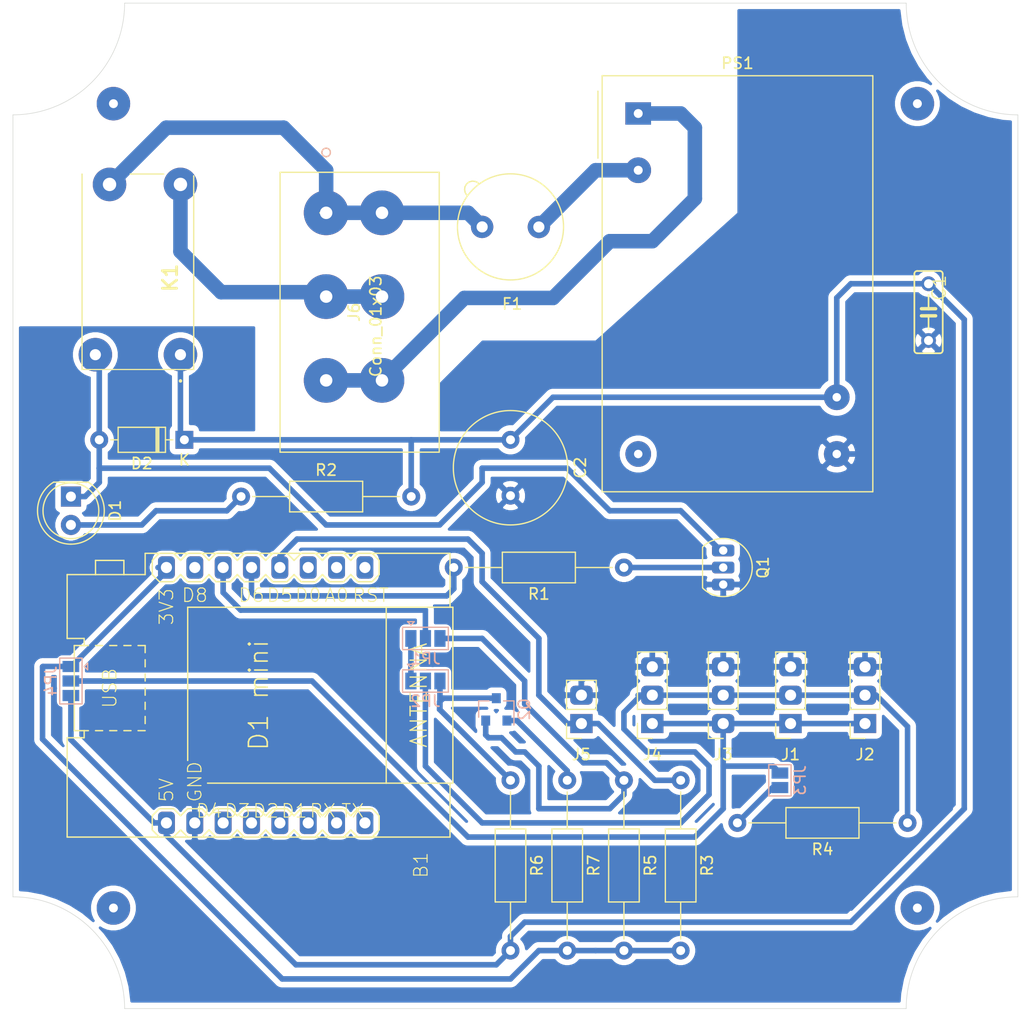
<source format=kicad_pcb>
(kicad_pcb (version 20171130) (host pcbnew "(5.1.10)-1")

  (general
    (thickness 1.6)
    (drawings 8)
    (tracks 190)
    (zones 0)
    (modules 27)
    (nets 21)
  )

  (page A4)
  (layers
    (0 F.Cu signal)
    (31 B.Cu signal)
    (32 B.Adhes user)
    (33 F.Adhes user)
    (34 B.Paste user)
    (35 F.Paste user)
    (36 B.SilkS user)
    (37 F.SilkS user)
    (38 B.Mask user)
    (39 F.Mask user)
    (40 Dwgs.User user)
    (41 Cmts.User user)
    (42 Eco1.User user)
    (43 Eco2.User user)
    (44 Edge.Cuts user)
    (45 Margin user)
    (46 B.CrtYd user)
    (47 F.CrtYd user)
    (48 B.Fab user)
    (49 F.Fab user)
  )

  (setup
    (last_trace_width 0.5)
    (user_trace_width 0.5)
    (user_trace_width 1)
    (user_trace_width 1.3)
    (trace_clearance 0.4)
    (zone_clearance 0.508)
    (zone_45_only no)
    (trace_min 0.5)
    (via_size 2)
    (via_drill 0.4)
    (via_min_size 0.4)
    (via_min_drill 0.3)
    (uvia_size 0.3)
    (uvia_drill 0.1)
    (uvias_allowed no)
    (uvia_min_size 0.2)
    (uvia_min_drill 0.1)
    (edge_width 0.05)
    (segment_width 0.2)
    (pcb_text_width 0.3)
    (pcb_text_size 1.5 1.5)
    (mod_edge_width 0.12)
    (mod_text_size 1 1)
    (mod_text_width 0.15)
    (pad_size 1.524 1.524)
    (pad_drill 0.762)
    (pad_to_mask_clearance 0)
    (aux_axis_origin 111.28 164.35)
    (grid_origin 65.28 138.35)
    (visible_elements 7FFFFFFF)
    (pcbplotparams
      (layerselection 0x01000_ffffffff)
      (usegerberextensions false)
      (usegerberattributes true)
      (usegerberadvancedattributes true)
      (creategerberjobfile true)
      (excludeedgelayer true)
      (linewidth 0.100000)
      (plotframeref false)
      (viasonmask false)
      (mode 1)
      (useauxorigin false)
      (hpglpennumber 1)
      (hpglpenspeed 20)
      (hpglpendiameter 15.000000)
      (psnegative false)
      (psa4output false)
      (plotreference true)
      (plotvalue true)
      (plotinvisibletext false)
      (padsonsilk false)
      (subtractmaskfromsilk false)
      (outputformat 1)
      (mirror false)
      (drillshape 0)
      (scaleselection 1)
      (outputdirectory "../Gerber/"))
  )

  (net 0 "")
  (net 1 "Net-(B1-PadJP1.4)")
  (net 2 "Net-(B1-PadJP1.5)")
  (net 3 "Net-(B1-PadJP1.6)")
  (net 4 GND)
  (net 5 +3V3)
  (net 6 "Net-(D1-Pad2)")
  (net 7 "Net-(F1-Pad2)")
  (net 8 "Net-(F1-Pad1)")
  (net 9 "Net-(Q1-Pad2)")
  (net 10 "Net-(D1-Pad1)")
  (net 11 +5V)
  (net 12 "Net-(J6-Pad3)")
  (net 13 "Net-(J6-Pad2)")
  (net 14 "Net-(J1-Pad2)")
  (net 15 "Net-(J1-Pad1)")
  (net 16 "Net-(JP1-Pad1)")
  (net 17 "Net-(JP1-Pad3)")
  (net 18 "Net-(JP2-Pad3)")
  (net 19 "Net-(JP3-Pad1)")
  (net 20 "Net-(Q2-Pad1)")

  (net_class Default "This is the default net class."
    (clearance 0.4)
    (trace_width 0.5)
    (via_dia 2)
    (via_drill 0.4)
    (uvia_dia 0.3)
    (uvia_drill 0.1)
    (diff_pair_width 0.5)
    (diff_pair_gap 0.5)
    (add_net +3V3)
    (add_net +5V)
    (add_net GND)
    (add_net "Net-(B1-PadJP1.4)")
    (add_net "Net-(B1-PadJP1.5)")
    (add_net "Net-(B1-PadJP1.6)")
    (add_net "Net-(D1-Pad1)")
    (add_net "Net-(D1-Pad2)")
    (add_net "Net-(F1-Pad1)")
    (add_net "Net-(F1-Pad2)")
    (add_net "Net-(J1-Pad1)")
    (add_net "Net-(J1-Pad2)")
    (add_net "Net-(J6-Pad2)")
    (add_net "Net-(J6-Pad3)")
    (add_net "Net-(JP1-Pad1)")
    (add_net "Net-(JP1-Pad3)")
    (add_net "Net-(JP2-Pad3)")
    (add_net "Net-(JP3-Pad1)")
    (add_net "Net-(Q1-Pad2)")
    (add_net "Net-(Q2-Pad1)")
  )

  (module ene9ba_footprint:WEMOS-D1-MINI (layer F.Cu) (tedit 6166928F) (tstamp 6165DB9B)
    (at 78.28 119.3 270)
    (descr "<b>WEMOS D1 mini</b>: Mini Wi-Fi Board based on <b>ESP-8266</b> device")
    (path /616A05F9)
    (fp_text reference B1 (at 13.97 -15.24 270) (layer F.SilkS)
      (effects (font (size 1.2065 1.2065) (thickness 0.09652)) (justify right bottom))
    )
    (fp_text value WEMOS-D1-MINI (at 13.97 -13.335 270) (layer F.Fab)
      (effects (font (size 1.2065 1.2065) (thickness 0.09652)) (justify right bottom))
    )
    (fp_line (start -10.795 -3.175) (end -10.16 -2.54) (layer F.SilkS) (width 0.127))
    (fp_line (start -10.16 -2.54) (end -10.16 -1.27) (layer F.SilkS) (width 0.127))
    (fp_line (start -10.16 -1.27) (end -10.795 -0.635) (layer F.SilkS) (width 0.127))
    (fp_line (start -10.795 -0.635) (end -10.16 0) (layer F.SilkS) (width 0.127))
    (fp_line (start -10.16 0) (end -10.16 1.27) (layer F.SilkS) (width 0.127))
    (fp_line (start -10.16 1.27) (end -10.795 1.905) (layer F.SilkS) (width 0.127))
    (fp_line (start -10.795 1.905) (end -10.16 2.54) (layer F.SilkS) (width 0.127))
    (fp_line (start -10.16 2.54) (end -10.16 3.81) (layer F.SilkS) (width 0.127))
    (fp_line (start -10.16 3.81) (end -10.795 4.445) (layer F.SilkS) (width 0.127))
    (fp_line (start -10.795 4.445) (end -10.16 5.08) (layer F.SilkS) (width 0.127))
    (fp_line (start -10.16 5.08) (end -10.16 6.35) (layer F.SilkS) (width 0.127))
    (fp_line (start -10.16 6.35) (end -10.795 6.985) (layer F.SilkS) (width 0.127))
    (fp_line (start -12.7 -2.54) (end -12.065 -3.175) (layer F.SilkS) (width 0.127))
    (fp_line (start -12.7 -1.27) (end -12.065 -0.635) (layer F.SilkS) (width 0.127))
    (fp_line (start -12.065 -0.635) (end -12.7 0) (layer F.SilkS) (width 0.127))
    (fp_line (start -12.7 1.27) (end -12.065 1.905) (layer F.SilkS) (width 0.127))
    (fp_line (start -12.065 1.905) (end -12.7 2.54) (layer F.SilkS) (width 0.127))
    (fp_line (start -12.7 3.81) (end -12.065 4.445) (layer F.SilkS) (width 0.127))
    (fp_line (start -12.065 4.445) (end -12.7 5.08) (layer F.SilkS) (width 0.127))
    (fp_line (start -12.7 6.35) (end -12.065 6.985) (layer F.SilkS) (width 0.127))
    (fp_line (start -12.7 -17.145) (end -7.874 -17.145) (layer F.SilkS) (width 0.127))
    (fp_line (start 7.874 -17.145) (end 12.7 -17.145) (layer F.SilkS) (width 0.127))
    (fp_line (start 12.7 -17.145) (end 12.7 -10.16) (layer F.SilkS) (width 0.127))
    (fp_line (start 12.7 -10.16) (end 12.7 -8.89) (layer F.SilkS) (width 0.127))
    (fp_line (start 12.7 -8.89) (end 12.7 -7.62) (layer F.SilkS) (width 0.127))
    (fp_line (start 12.7 -7.62) (end 12.7 -6.35) (layer F.SilkS) (width 0.127))
    (fp_line (start 12.7 -6.35) (end 12.7 -5.08) (layer F.SilkS) (width 0.127))
    (fp_line (start 12.7 -5.08) (end 12.7 -3.81) (layer F.SilkS) (width 0.127))
    (fp_line (start 12.7 -3.81) (end 12.7 17.145) (layer F.SilkS) (width 0.127))
    (fp_line (start -12.7 -3.81) (end -12.7 -5.08) (layer F.SilkS) (width 0.127))
    (fp_line (start -12.7 -5.08) (end -12.7 -6.35) (layer F.SilkS) (width 0.127))
    (fp_line (start -12.7 -6.35) (end -12.7 -7.62) (layer F.SilkS) (width 0.127))
    (fp_line (start -12.7 -7.62) (end -12.7 -8.89) (layer F.SilkS) (width 0.127))
    (fp_line (start -12.7 -8.89) (end -12.7 -10.16) (layer F.SilkS) (width 0.127))
    (fp_line (start -12.7 -10.16) (end -12.7 -17.145) (layer F.SilkS) (width 0.127))
    (fp_line (start -12.065 6.985) (end -12.7 7.62) (layer F.SilkS) (width 0.127))
    (fp_line (start -12.7 8.89) (end -12.065 9.525) (layer F.SilkS) (width 0.127))
    (fp_line (start -12.065 9.525) (end -10.795 9.525) (layer F.SilkS) (width 0.127))
    (fp_line (start -10.795 9.525) (end -10.16 8.89) (layer F.SilkS) (width 0.127))
    (fp_line (start -10.16 8.89) (end -10.16 7.62) (layer F.SilkS) (width 0.127))
    (fp_line (start -10.16 7.62) (end -10.795 6.985) (layer F.SilkS) (width 0.127))
    (fp_line (start 12.065 -3.175) (end 12.7 -2.54) (layer F.SilkS) (width 0.127))
    (fp_line (start 12.7 -1.27) (end 12.065 -0.635) (layer F.SilkS) (width 0.127))
    (fp_line (start 12.065 -0.635) (end 12.7 0) (layer F.SilkS) (width 0.127))
    (fp_line (start 12.7 1.27) (end 12.065 1.905) (layer F.SilkS) (width 0.127))
    (fp_line (start 12.065 1.905) (end 12.7 2.54) (layer F.SilkS) (width 0.127))
    (fp_line (start 12.7 3.81) (end 12.065 4.445) (layer F.SilkS) (width 0.127))
    (fp_line (start 12.065 4.445) (end 12.7 5.08) (layer F.SilkS) (width 0.127))
    (fp_line (start 12.7 6.35) (end 12.065 6.985) (layer F.SilkS) (width 0.127))
    (fp_line (start 10.16 -2.54) (end 10.795 -3.175) (layer F.SilkS) (width 0.127))
    (fp_line (start 10.16 -1.27) (end 10.795 -0.635) (layer F.SilkS) (width 0.127))
    (fp_line (start 10.795 -0.635) (end 10.16 0) (layer F.SilkS) (width 0.127))
    (fp_line (start 10.16 1.27) (end 10.795 1.905) (layer F.SilkS) (width 0.127))
    (fp_line (start 10.795 1.905) (end 10.16 2.54) (layer F.SilkS) (width 0.127))
    (fp_line (start 10.16 3.81) (end 10.795 4.445) (layer F.SilkS) (width 0.127))
    (fp_line (start 10.795 4.445) (end 10.16 5.08) (layer F.SilkS) (width 0.127))
    (fp_line (start 10.16 6.35) (end 10.795 6.985) (layer F.SilkS) (width 0.127))
    (fp_line (start 10.795 6.985) (end 10.16 7.62) (layer F.SilkS) (width 0.127))
    (fp_line (start 10.16 8.89) (end 10.795 9.525) (layer F.SilkS) (width 0.127))
    (fp_line (start 10.795 9.525) (end 12.065 9.525) (layer F.SilkS) (width 0.127))
    (fp_line (start 12.065 9.525) (end 12.7 8.89) (layer F.SilkS) (width 0.127))
    (fp_line (start 12.7 7.62) (end 12.065 6.985) (layer F.SilkS) (width 0.127))
    (fp_line (start -12.065 -3.175) (end -12.7 -3.81) (layer F.SilkS) (width 0.127))
    (fp_line (start -12.7 -5.08) (end -12.065 -5.715) (layer F.SilkS) (width 0.127))
    (fp_line (start -12.065 -5.715) (end -12.7 -6.35) (layer F.SilkS) (width 0.127))
    (fp_line (start -12.7 -7.62) (end -12.065 -8.255) (layer F.SilkS) (width 0.127))
    (fp_line (start -12.065 -8.255) (end -12.7 -8.89) (layer F.SilkS) (width 0.127))
    (fp_line (start -12.7 -10.16) (end -12.065 -10.795) (layer F.SilkS) (width 0.127))
    (fp_line (start -12.065 -10.795) (end -10.795 -10.795) (layer F.SilkS) (width 0.127))
    (fp_line (start -10.795 -10.795) (end -10.16 -10.16) (layer F.SilkS) (width 0.127))
    (fp_line (start -10.16 -10.16) (end -10.16 -8.89) (layer F.SilkS) (width 0.127))
    (fp_line (start -10.16 -8.89) (end -10.795 -8.255) (layer F.SilkS) (width 0.127))
    (fp_line (start -10.795 -8.255) (end -10.16 -7.62) (layer F.SilkS) (width 0.127))
    (fp_line (start -10.16 -7.62) (end -10.16 -6.35) (layer F.SilkS) (width 0.127))
    (fp_line (start -10.16 -6.35) (end -10.795 -5.715) (layer F.SilkS) (width 0.127))
    (fp_line (start -10.795 -5.715) (end -10.16 -5.08) (layer F.SilkS) (width 0.127))
    (fp_line (start -10.16 -5.08) (end -10.16 -3.81) (layer F.SilkS) (width 0.127))
    (fp_line (start -10.16 -3.81) (end -10.795 -3.175) (layer F.SilkS) (width 0.127))
    (fp_line (start 10.16 7.62) (end 10.16 8.89) (layer F.SilkS) (width 0.127))
    (fp_line (start 10.16 6.35) (end 10.16 5.08) (layer F.SilkS) (width 0.127))
    (fp_line (start 10.16 3.81) (end 10.16 2.54) (layer F.SilkS) (width 0.127))
    (fp_line (start 10.16 0) (end 10.16 1.27) (layer F.SilkS) (width 0.127))
    (fp_line (start 10.16 -2.54) (end 10.16 -1.27) (layer F.SilkS) (width 0.127))
    (fp_line (start 10.795 -3.175) (end 10.16 -3.81) (layer F.SilkS) (width 0.127))
    (fp_line (start 10.16 -3.81) (end 10.16 -5.08) (layer F.SilkS) (width 0.127))
    (fp_line (start 10.16 -5.08) (end 10.795 -5.715) (layer F.SilkS) (width 0.127))
    (fp_line (start 10.795 -5.715) (end 10.16 -6.35) (layer F.SilkS) (width 0.127))
    (fp_line (start 10.16 -6.35) (end 10.16 -7.62) (layer F.SilkS) (width 0.127))
    (fp_line (start 10.16 -7.62) (end 10.795 -8.255) (layer F.SilkS) (width 0.127))
    (fp_line (start 10.795 -8.255) (end 10.16 -8.89) (layer F.SilkS) (width 0.127))
    (fp_line (start 10.16 -8.89) (end 10.16 -10.16) (layer F.SilkS) (width 0.127))
    (fp_line (start 10.16 -10.16) (end 10.795 -10.795) (layer F.SilkS) (width 0.127))
    (fp_line (start 10.795 -10.795) (end 12.065 -10.795) (layer F.SilkS) (width 0.127))
    (fp_line (start 12.065 -10.795) (end 12.7 -10.16) (layer F.SilkS) (width 0.127))
    (fp_line (start 12.7 -8.89) (end 12.065 -8.255) (layer F.SilkS) (width 0.127))
    (fp_line (start 12.065 -8.255) (end 12.7 -7.62) (layer F.SilkS) (width 0.127))
    (fp_line (start 12.7 -6.35) (end 12.065 -5.715) (layer F.SilkS) (width 0.127))
    (fp_line (start 12.065 -5.715) (end 12.7 -5.08) (layer F.SilkS) (width 0.127))
    (fp_line (start 12.7 -3.81) (end 12.065 -3.175) (layer F.SilkS) (width 0.127))
    (fp_line (start -12.7 -3.81) (end -12.7 10.16) (layer F.SilkS) (width 0.127))
    (fp_line (start -12.7 10.16) (end -10.795 10.16) (layer F.SilkS) (width 0.127))
    (fp_line (start -10.795 10.16) (end -10.795 12.065) (layer F.SilkS) (width 0.127))
    (fp_line (start -10.795 12.065) (end -10.795 14.605) (layer F.SilkS) (width 0.127))
    (fp_line (start -10.795 14.605) (end -10.795 17.145) (layer F.SilkS) (width 0.127))
    (fp_line (start -10.795 12.065) (end -12.065 12.065) (layer F.SilkS) (width 0.127))
    (fp_line (start -12.065 12.065) (end -12.065 14.605) (layer F.SilkS) (width 0.127))
    (fp_line (start -12.065 14.605) (end -10.795 14.605) (layer F.SilkS) (width 0.127))
    (fp_line (start -10.795 17.145) (end -5.08 17.145) (layer F.SilkS) (width 0.127))
    (fp_line (start -5.08 17.145) (end -5.08 15.621) (layer F.SilkS) (width 0.127))
    (fp_line (start 3.81 15.621) (end 3.81 17.145) (layer F.SilkS) (width 0.127))
    (fp_line (start 3.81 17.145) (end 12.7 17.145) (layer F.SilkS) (width 0.127))
    (fp_line (start -4.445 16.51) (end 3.175 16.51) (layer F.SilkS) (width 0.127))
    (fp_line (start 3.175 16.51) (end 3.175 15.621) (layer F.SilkS) (width 0.127))
    (fp_line (start -4.445 15.621) (end -4.445 16.51) (layer F.SilkS) (width 0.127))
    (fp_line (start -5.08 15.621) (end -4.445 15.621) (layer F.SilkS) (width 0.127))
    (fp_line (start 3.81 15.621) (end 3.175 15.621) (layer F.SilkS) (width 0.127))
    (fp_line (start -4.445 10.16) (end -4.445 10.795) (layer F.SilkS) (width 0.127))
    (fp_line (start -4.445 11.43) (end -4.445 12.065) (layer F.SilkS) (width 0.127))
    (fp_line (start -4.445 12.7) (end -4.445 13.335) (layer F.SilkS) (width 0.127))
    (fp_line (start -4.445 13.97) (end -4.445 14.605) (layer F.SilkS) (width 0.127))
    (fp_line (start -4.445 15.24) (end -4.445 15.621) (layer F.SilkS) (width 0.127))
    (fp_line (start -4.445 10.16) (end -3.81 10.16) (layer F.SilkS) (width 0.127))
    (fp_line (start -3.175 10.16) (end -2.54 10.16) (layer F.SilkS) (width 0.127))
    (fp_line (start -1.905 10.16) (end -1.27 10.16) (layer F.SilkS) (width 0.127))
    (fp_line (start -0.635 10.16) (end 0 10.16) (layer F.SilkS) (width 0.127))
    (fp_line (start 0.635 10.16) (end 1.27 10.16) (layer F.SilkS) (width 0.127))
    (fp_line (start 1.905 10.16) (end 2.54 10.16) (layer F.SilkS) (width 0.127))
    (fp_line (start 3.175 10.16) (end 3.175 10.795) (layer F.SilkS) (width 0.127))
    (fp_line (start 3.175 11.43) (end 3.175 12.065) (layer F.SilkS) (width 0.127))
    (fp_line (start 3.175 12.7) (end 3.175 13.335) (layer F.SilkS) (width 0.127))
    (fp_line (start 3.175 13.97) (end 3.175 14.605) (layer F.SilkS) (width 0.127))
    (fp_line (start 3.175 15.24) (end 3.175 15.621) (layer F.SilkS) (width 0.127))
    (fp_line (start -7.874 -17.145) (end -7.874 -11.43) (layer F.SilkS) (width 0.127))
    (fp_line (start 7.874 -11.43) (end 7.874 -17.145) (layer F.SilkS) (width 0.127))
    (fp_line (start -7.874 -17.399) (end 7.874 -17.399) (layer F.SilkS) (width 0.127))
    (fp_line (start 7.874 -17.399) (end 7.874 -17.145) (layer F.SilkS) (width 0.127))
    (fp_line (start -7.874 -17.399) (end -7.874 -17.145) (layer F.SilkS) (width 0.127))
    (fp_line (start -7.874 -11.43) (end 7.874 -11.43) (layer F.SilkS) (width 0.127))
    (fp_line (start -7.874 -11.43) (end -7.874 6.35) (layer F.SilkS) (width 0.127))
    (fp_line (start 7.874 -11.43) (end 7.874 4.572) (layer F.SilkS) (width 0.127))
    (fp_line (start -7.874 6.35) (end 5.842 6.35) (layer F.SilkS) (width 0.127))
    (fp_text user GND (at 9.652 5.715 90) (layer F.SilkS)
      (effects (font (size 1.2065 1.2065) (thickness 0.1016)) (justify left))
    )
    (fp_text user D4 (at 9.652 3.175) (layer F.SilkS)
      (effects (font (size 1.2065 1.2065) (thickness 0.1016)) (justify right top))
    )
    (fp_text user D3 (at 9.652 0.635) (layer F.SilkS)
      (effects (font (size 1.2065 1.2065) (thickness 0.1016)) (justify right top))
    )
    (fp_text user D2 (at 9.652 -1.905) (layer F.SilkS)
      (effects (font (size 1.2065 1.2065) (thickness 0.1016)) (justify right top))
    )
    (fp_text user D1 (at 9.652 -4.445) (layer F.SilkS)
      (effects (font (size 1.2065 1.2065) (thickness 0.1016)) (justify right top))
    )
    (fp_text user RX (at 9.652 -6.985) (layer F.SilkS)
      (effects (font (size 1.2065 1.2065) (thickness 0.1016)) (justify right top))
    )
    (fp_text user TX (at 9.652 -9.525) (layer F.SilkS)
      (effects (font (size 1.2065 1.2065) (thickness 0.1016)) (justify right top))
    )
    (fp_text user D8 (at -9.652 5.715) (layer F.SilkS)
      (effects (font (size 1.2065 1.2065) (thickness 0.1016)) (justify top))
    )
    (fp_text user D6 (at -9.652 0.635) (layer F.SilkS)
      (effects (font (size 1.2065 1.2065) (thickness 0.1016)) (justify top))
    )
    (fp_text user D5 (at -9.652 -1.905) (layer F.SilkS)
      (effects (font (size 1.2065 1.2065) (thickness 0.1016)) (justify top))
    )
    (fp_text user D0 (at -9.652 -4.445) (layer F.SilkS)
      (effects (font (size 1.2065 1.2065) (thickness 0.1016)) (justify top))
    )
    (fp_text user A0 (at -9.652 -6.985) (layer F.SilkS)
      (effects (font (size 1.2065 1.2065) (thickness 0.1016)) (justify top))
    )
    (fp_text user ANTENNA (at 0 -14.351 90) (layer F.SilkS)
      (effects (font (size 1.4478 1.4478) (thickness 0.12192)))
    )
    (fp_text user "D1 mini" (at 0 0 90) (layer F.SilkS)
      (effects (font (size 1.6891 1.6891) (thickness 0.14224)))
    )
    (fp_text user USB (at -0.635 13.335 90) (layer F.SilkS)
      (effects (font (size 1.2065 1.2065) (thickness 0.1016)))
    )
    (fp_text user 5V (at 9.652 8.255 90) (layer F.SilkS)
      (effects (font (size 1.2065 1.2065) (thickness 0.1016)) (justify left))
    )
    (fp_text user RST (at -9.652 -10.033) (layer F.SilkS)
      (effects (font (size 1.2065 1.2065) (thickness 0.1016)) (justify top))
    )
    (fp_text user 3V3 (at -9.652 8.255 90) (layer F.SilkS)
      (effects (font (size 1.2065 1.2065) (thickness 0.1016)) (justify right))
    )
    (pad JP2.8 thru_hole roundrect (at 11.43 8.255 270) (size 2 1.508) (drill 1) (layers *.Cu *.Mask) (roundrect_rratio 0.25)
      (net 11 +5V) (solder_mask_margin 0.1016))
    (pad JP1.8 thru_hole roundrect (at -11.43 8.255 270) (size 2 1.508) (drill 1) (layers *.Cu *.Mask) (roundrect_rratio 0.25)
      (net 5 +3V3) (solder_mask_margin 0.1016))
    (pad JP2.1 thru_hole roundrect (at 11.43 -9.525 270) (size 2 1.508) (drill 1) (layers *.Cu *.Mask) (roundrect_rratio 0.25)
      (solder_mask_margin 0.1016))
    (pad JP2.2 thru_hole roundrect (at 11.43 -6.985 270) (size 2 1.508) (drill 1) (layers *.Cu *.Mask) (roundrect_rratio 0.25)
      (solder_mask_margin 0.1016))
    (pad JP2.3 thru_hole roundrect (at 11.43 -4.445 270) (size 2 1.508) (drill 1) (layers *.Cu *.Mask) (roundrect_rratio 0.25)
      (solder_mask_margin 0.1016))
    (pad JP2.4 thru_hole roundrect (at 11.43 -1.905 270) (size 2 1.508) (drill 1) (layers *.Cu *.Mask) (roundrect_rratio 0.25)
      (solder_mask_margin 0.1016))
    (pad JP2.5 thru_hole roundrect (at 11.43 0.635 270) (size 2 1.508) (drill 1) (layers *.Cu *.Mask) (roundrect_rratio 0.25)
      (solder_mask_margin 0.1016))
    (pad JP2.6 thru_hole roundrect (at 11.43 3.175 270) (size 2 1.508) (drill 1) (layers *.Cu *.Mask) (roundrect_rratio 0.25)
      (solder_mask_margin 0.1016))
    (pad JP2.7 thru_hole roundrect (at 11.43 5.715 270) (size 2 1.508) (drill 1) (layers *.Cu *.Mask) (roundrect_rratio 0.25)
      (net 4 GND) (solder_mask_margin 0.1016))
    (pad JP1.1 thru_hole roundrect (at -11.43 -9.525 270) (size 2 1.508) (drill 1) (layers *.Cu *.Mask) (roundrect_rratio 0.25)
      (solder_mask_margin 0.1016))
    (pad JP1.2 thru_hole roundrect (at -11.43 -6.985 270) (size 2 1.508) (drill 1) (layers *.Cu *.Mask) (roundrect_rratio 0.25)
      (solder_mask_margin 0.1016))
    (pad JP1.3 thru_hole roundrect (at -11.43 -4.445 270) (size 2 1.508) (drill 1) (layers *.Cu *.Mask) (roundrect_rratio 0.25)
      (solder_mask_margin 0.1016))
    (pad JP1.4 thru_hole roundrect (at -11.43 -1.905 270) (size 2 1.508) (drill 1) (layers *.Cu *.Mask) (roundrect_rratio 0.25)
      (net 1 "Net-(B1-PadJP1.4)") (solder_mask_margin 0.1016))
    (pad JP1.5 thru_hole roundrect (at -11.43 0.635 270) (size 2 1.508) (drill 1) (layers *.Cu *.Mask) (roundrect_rratio 0.25)
      (net 2 "Net-(B1-PadJP1.5)") (solder_mask_margin 0.1016))
    (pad JP1.6 thru_hole roundrect (at -11.43 3.175 270) (size 2 1.508) (drill 1) (layers *.Cu *.Mask) (roundrect_rratio 0.25)
      (net 3 "Net-(B1-PadJP1.6)") (solder_mask_margin 0.1016))
    (pad JP1.7 thru_hole roundrect (at -11.43 5.715 270) (size 2 1.508) (drill 1) (layers *.Cu *.Mask) (roundrect_rratio 0.25)
      (solder_mask_margin 0.1016))
    (model F:/Project/GitHub/KiCad/HotTubControl/WEMOS-D1-mini.step
      (offset (xyz 12.5 -17 4))
      (scale (xyz 1 1 1))
      (rotate (xyz -90 0 0))
    )
  )

  (module Resistor_THT:R_Axial_DIN0207_L6.3mm_D2.5mm_P15.24mm_Horizontal (layer F.Cu) (tedit 5AE5139B) (tstamp 616777EB)
    (at 105.92 126.92 270)
    (descr "Resistor, Axial_DIN0207 series, Axial, Horizontal, pin pitch=15.24mm, 0.25W = 1/4W, length*diameter=6.3*2.5mm^2, http://cdn-reichelt.de/documents/datenblatt/B400/1_4W%23YAG.pdf")
    (tags "Resistor Axial_DIN0207 series Axial Horizontal pin pitch 15.24mm 0.25W = 1/4W length 6.3mm diameter 2.5mm")
    (path /6176CAEB)
    (fp_text reference R7 (at 7.62 -2.37 90) (layer F.SilkS)
      (effects (font (size 1 1) (thickness 0.15)))
    )
    (fp_text value 0 (at 7.62 2.37 90) (layer F.Fab)
      (effects (font (size 1 1) (thickness 0.15)))
    )
    (fp_line (start 16.29 -1.5) (end -1.05 -1.5) (layer F.CrtYd) (width 0.05))
    (fp_line (start 16.29 1.5) (end 16.29 -1.5) (layer F.CrtYd) (width 0.05))
    (fp_line (start -1.05 1.5) (end 16.29 1.5) (layer F.CrtYd) (width 0.05))
    (fp_line (start -1.05 -1.5) (end -1.05 1.5) (layer F.CrtYd) (width 0.05))
    (fp_line (start 14.2 0) (end 10.89 0) (layer F.SilkS) (width 0.12))
    (fp_line (start 1.04 0) (end 4.35 0) (layer F.SilkS) (width 0.12))
    (fp_line (start 10.89 -1.37) (end 4.35 -1.37) (layer F.SilkS) (width 0.12))
    (fp_line (start 10.89 1.37) (end 10.89 -1.37) (layer F.SilkS) (width 0.12))
    (fp_line (start 4.35 1.37) (end 10.89 1.37) (layer F.SilkS) (width 0.12))
    (fp_line (start 4.35 -1.37) (end 4.35 1.37) (layer F.SilkS) (width 0.12))
    (fp_line (start 15.24 0) (end 10.77 0) (layer F.Fab) (width 0.1))
    (fp_line (start 0 0) (end 4.47 0) (layer F.Fab) (width 0.1))
    (fp_line (start 10.77 -1.25) (end 4.47 -1.25) (layer F.Fab) (width 0.1))
    (fp_line (start 10.77 1.25) (end 10.77 -1.25) (layer F.Fab) (width 0.1))
    (fp_line (start 4.47 1.25) (end 10.77 1.25) (layer F.Fab) (width 0.1))
    (fp_line (start 4.47 -1.25) (end 4.47 1.25) (layer F.Fab) (width 0.1))
    (fp_text user %R (at 7.62 0 90) (layer F.Fab)
      (effects (font (size 1 1) (thickness 0.15)))
    )
    (pad 2 thru_hole oval (at 15.24 0 270) (size 1.6 1.6) (drill 0.8) (layers *.Cu *.Mask)
      (net 5 +3V3))
    (pad 1 thru_hole circle (at 0 0 270) (size 1.6 1.6) (drill 0.8) (layers *.Cu *.Mask)
      (net 20 "Net-(Q2-Pad1)"))
    (model ${KISYS3DMOD}/Resistor_THT.3dshapes/R_Axial_DIN0207_L6.3mm_D2.5mm_P15.24mm_Horizontal.wrl
      (at (xyz 0 0 0))
      (scale (xyz 1 1 1))
      (rotate (xyz 0 0 0))
    )
  )

  (module Resistor_THT:R_Axial_DIN0207_L6.3mm_D2.5mm_P15.24mm_Horizontal (layer F.Cu) (tedit 5AE5139B) (tstamp 6165DDDE)
    (at 116.08 126.92 270)
    (descr "Resistor, Axial_DIN0207 series, Axial, Horizontal, pin pitch=15.24mm, 0.25W = 1/4W, length*diameter=6.3*2.5mm^2, http://cdn-reichelt.de/documents/datenblatt/B400/1_4W%23YAG.pdf")
    (tags "Resistor Axial_DIN0207 series Axial Horizontal pin pitch 15.24mm 0.25W = 1/4W length 6.3mm diameter 2.5mm")
    (path /616E33E9)
    (fp_text reference R3 (at 7.62 -2.37 90) (layer F.SilkS)
      (effects (font (size 1 1) (thickness 0.15)))
    )
    (fp_text value 1k2 (at 7.62 2.37 90) (layer F.Fab)
      (effects (font (size 1 1) (thickness 0.15)))
    )
    (fp_line (start 16.29 -1.5) (end -1.05 -1.5) (layer F.CrtYd) (width 0.05))
    (fp_line (start 16.29 1.5) (end 16.29 -1.5) (layer F.CrtYd) (width 0.05))
    (fp_line (start -1.05 1.5) (end 16.29 1.5) (layer F.CrtYd) (width 0.05))
    (fp_line (start -1.05 -1.5) (end -1.05 1.5) (layer F.CrtYd) (width 0.05))
    (fp_line (start 14.2 0) (end 10.89 0) (layer F.SilkS) (width 0.12))
    (fp_line (start 1.04 0) (end 4.35 0) (layer F.SilkS) (width 0.12))
    (fp_line (start 10.89 -1.37) (end 4.35 -1.37) (layer F.SilkS) (width 0.12))
    (fp_line (start 10.89 1.37) (end 10.89 -1.37) (layer F.SilkS) (width 0.12))
    (fp_line (start 4.35 1.37) (end 10.89 1.37) (layer F.SilkS) (width 0.12))
    (fp_line (start 4.35 -1.37) (end 4.35 1.37) (layer F.SilkS) (width 0.12))
    (fp_line (start 15.24 0) (end 10.77 0) (layer F.Fab) (width 0.1))
    (fp_line (start 0 0) (end 4.47 0) (layer F.Fab) (width 0.1))
    (fp_line (start 10.77 -1.25) (end 4.47 -1.25) (layer F.Fab) (width 0.1))
    (fp_line (start 10.77 1.25) (end 10.77 -1.25) (layer F.Fab) (width 0.1))
    (fp_line (start 4.47 1.25) (end 10.77 1.25) (layer F.Fab) (width 0.1))
    (fp_line (start 4.47 -1.25) (end 4.47 1.25) (layer F.Fab) (width 0.1))
    (fp_text user %R (at 7.62 0 90) (layer F.Fab)
      (effects (font (size 1 1) (thickness 0.15)))
    )
    (pad 2 thru_hole oval (at 15.24 0 270) (size 1.6 1.6) (drill 0.8) (layers *.Cu *.Mask)
      (net 5 +3V3))
    (pad 1 thru_hole circle (at 0 0 270) (size 1.6 1.6) (drill 0.8) (layers *.Cu *.Mask)
      (net 1 "Net-(B1-PadJP1.4)"))
    (model ${KISYS3DMOD}/Resistor_THT.3dshapes/R_Axial_DIN0207_L6.3mm_D2.5mm_P15.24mm_Horizontal.wrl
      (at (xyz 0 0 0))
      (scale (xyz 1 1 1))
      (rotate (xyz 0 0 0))
    )
  )

  (module Resistor_THT:R_Axial_DIN0207_L6.3mm_D2.5mm_P15.24mm_Horizontal (layer F.Cu) (tedit 5AE5139B) (tstamp 6167524A)
    (at 100.84 126.92 270)
    (descr "Resistor, Axial_DIN0207 series, Axial, Horizontal, pin pitch=15.24mm, 0.25W = 1/4W, length*diameter=6.3*2.5mm^2, http://cdn-reichelt.de/documents/datenblatt/B400/1_4W%23YAG.pdf")
    (tags "Resistor Axial_DIN0207 series Axial Horizontal pin pitch 15.24mm 0.25W = 1/4W length 6.3mm diameter 2.5mm")
    (path /616AF154)
    (fp_text reference R6 (at 7.62 -2.37 90) (layer F.SilkS)
      (effects (font (size 1 1) (thickness 0.15)))
    )
    (fp_text value 1k0 (at 7.62 2.37 90) (layer F.Fab)
      (effects (font (size 1 1) (thickness 0.15)))
    )
    (fp_line (start 16.29 -1.5) (end -1.05 -1.5) (layer F.CrtYd) (width 0.05))
    (fp_line (start 16.29 1.5) (end 16.29 -1.5) (layer F.CrtYd) (width 0.05))
    (fp_line (start -1.05 1.5) (end 16.29 1.5) (layer F.CrtYd) (width 0.05))
    (fp_line (start -1.05 -1.5) (end -1.05 1.5) (layer F.CrtYd) (width 0.05))
    (fp_line (start 14.2 0) (end 10.89 0) (layer F.SilkS) (width 0.12))
    (fp_line (start 1.04 0) (end 4.35 0) (layer F.SilkS) (width 0.12))
    (fp_line (start 10.89 -1.37) (end 4.35 -1.37) (layer F.SilkS) (width 0.12))
    (fp_line (start 10.89 1.37) (end 10.89 -1.37) (layer F.SilkS) (width 0.12))
    (fp_line (start 4.35 1.37) (end 10.89 1.37) (layer F.SilkS) (width 0.12))
    (fp_line (start 4.35 -1.37) (end 4.35 1.37) (layer F.SilkS) (width 0.12))
    (fp_line (start 15.24 0) (end 10.77 0) (layer F.Fab) (width 0.1))
    (fp_line (start 0 0) (end 4.47 0) (layer F.Fab) (width 0.1))
    (fp_line (start 10.77 -1.25) (end 4.47 -1.25) (layer F.Fab) (width 0.1))
    (fp_line (start 10.77 1.25) (end 10.77 -1.25) (layer F.Fab) (width 0.1))
    (fp_line (start 4.47 1.25) (end 10.77 1.25) (layer F.Fab) (width 0.1))
    (fp_line (start 4.47 -1.25) (end 4.47 1.25) (layer F.Fab) (width 0.1))
    (fp_text user %R (at 7.62 0 90) (layer F.Fab)
      (effects (font (size 1 1) (thickness 0.15)))
    )
    (pad 2 thru_hole oval (at 15.24 0 270) (size 1.6 1.6) (drill 0.8) (layers *.Cu *.Mask)
      (net 11 +5V))
    (pad 1 thru_hole circle (at 0 0 270) (size 1.6 1.6) (drill 0.8) (layers *.Cu *.Mask)
      (net 18 "Net-(JP2-Pad3)"))
    (model ${KISYS3DMOD}/Resistor_THT.3dshapes/R_Axial_DIN0207_L6.3mm_D2.5mm_P15.24mm_Horizontal.wrl
      (at (xyz 0 0 0))
      (scale (xyz 1 1 1))
      (rotate (xyz 0 0 0))
    )
  )

  (module Resistor_THT:R_Axial_DIN0207_L6.3mm_D2.5mm_P15.24mm_Horizontal (layer F.Cu) (tedit 5AE5139B) (tstamp 61675233)
    (at 111 126.92 270)
    (descr "Resistor, Axial_DIN0207 series, Axial, Horizontal, pin pitch=15.24mm, 0.25W = 1/4W, length*diameter=6.3*2.5mm^2, http://cdn-reichelt.de/documents/datenblatt/B400/1_4W%23YAG.pdf")
    (tags "Resistor Axial_DIN0207 series Axial Horizontal pin pitch 15.24mm 0.25W = 1/4W length 6.3mm diameter 2.5mm")
    (path /616B0BDB)
    (fp_text reference R5 (at 7.62 -2.37 90) (layer F.SilkS)
      (effects (font (size 1 1) (thickness 0.15)))
    )
    (fp_text value 1k0 (at 7.62 2.37 90) (layer F.Fab)
      (effects (font (size 1 1) (thickness 0.15)))
    )
    (fp_line (start 16.29 -1.5) (end -1.05 -1.5) (layer F.CrtYd) (width 0.05))
    (fp_line (start 16.29 1.5) (end 16.29 -1.5) (layer F.CrtYd) (width 0.05))
    (fp_line (start -1.05 1.5) (end 16.29 1.5) (layer F.CrtYd) (width 0.05))
    (fp_line (start -1.05 -1.5) (end -1.05 1.5) (layer F.CrtYd) (width 0.05))
    (fp_line (start 14.2 0) (end 10.89 0) (layer F.SilkS) (width 0.12))
    (fp_line (start 1.04 0) (end 4.35 0) (layer F.SilkS) (width 0.12))
    (fp_line (start 10.89 -1.37) (end 4.35 -1.37) (layer F.SilkS) (width 0.12))
    (fp_line (start 10.89 1.37) (end 10.89 -1.37) (layer F.SilkS) (width 0.12))
    (fp_line (start 4.35 1.37) (end 10.89 1.37) (layer F.SilkS) (width 0.12))
    (fp_line (start 4.35 -1.37) (end 4.35 1.37) (layer F.SilkS) (width 0.12))
    (fp_line (start 15.24 0) (end 10.77 0) (layer F.Fab) (width 0.1))
    (fp_line (start 0 0) (end 4.47 0) (layer F.Fab) (width 0.1))
    (fp_line (start 10.77 -1.25) (end 4.47 -1.25) (layer F.Fab) (width 0.1))
    (fp_line (start 10.77 1.25) (end 10.77 -1.25) (layer F.Fab) (width 0.1))
    (fp_line (start 4.47 1.25) (end 10.77 1.25) (layer F.Fab) (width 0.1))
    (fp_line (start 4.47 -1.25) (end 4.47 1.25) (layer F.Fab) (width 0.1))
    (fp_text user %R (at 7.62 0 90) (layer F.Fab)
      (effects (font (size 1 1) (thickness 0.15)))
    )
    (pad 2 thru_hole oval (at 15.24 0 270) (size 1.6 1.6) (drill 0.8) (layers *.Cu *.Mask)
      (net 5 +3V3))
    (pad 1 thru_hole circle (at 0 0 270) (size 1.6 1.6) (drill 0.8) (layers *.Cu *.Mask)
      (net 17 "Net-(JP1-Pad3)"))
    (model ${KISYS3DMOD}/Resistor_THT.3dshapes/R_Axial_DIN0207_L6.3mm_D2.5mm_P15.24mm_Horizontal.wrl
      (at (xyz 0 0 0))
      (scale (xyz 1 1 1))
      (rotate (xyz 0 0 0))
    )
  )

  (module Package_TO_SOT_SMD:SOT-23 (layer B.Cu) (tedit 5A02FF57) (tstamp 6167516C)
    (at 99.57 120.57 90)
    (descr "SOT-23, Standard")
    (tags SOT-23)
    (path /6167DC55)
    (attr smd)
    (fp_text reference Q2 (at 0 2.5 90) (layer B.SilkS)
      (effects (font (size 1 1) (thickness 0.15)) (justify mirror))
    )
    (fp_text value BSS138 (at 0 -2.5 90) (layer B.Fab)
      (effects (font (size 1 1) (thickness 0.15)) (justify mirror))
    )
    (fp_line (start 0.76 -1.58) (end -0.7 -1.58) (layer B.SilkS) (width 0.12))
    (fp_line (start 0.76 1.58) (end -1.4 1.58) (layer B.SilkS) (width 0.12))
    (fp_line (start -1.7 -1.75) (end -1.7 1.75) (layer B.CrtYd) (width 0.05))
    (fp_line (start 1.7 -1.75) (end -1.7 -1.75) (layer B.CrtYd) (width 0.05))
    (fp_line (start 1.7 1.75) (end 1.7 -1.75) (layer B.CrtYd) (width 0.05))
    (fp_line (start -1.7 1.75) (end 1.7 1.75) (layer B.CrtYd) (width 0.05))
    (fp_line (start 0.76 1.58) (end 0.76 0.65) (layer B.SilkS) (width 0.12))
    (fp_line (start 0.76 -1.58) (end 0.76 -0.65) (layer B.SilkS) (width 0.12))
    (fp_line (start -0.7 -1.52) (end 0.7 -1.52) (layer B.Fab) (width 0.1))
    (fp_line (start 0.7 1.52) (end 0.7 -1.52) (layer B.Fab) (width 0.1))
    (fp_line (start -0.7 0.95) (end -0.15 1.52) (layer B.Fab) (width 0.1))
    (fp_line (start -0.15 1.52) (end 0.7 1.52) (layer B.Fab) (width 0.1))
    (fp_line (start -0.7 0.95) (end -0.7 -1.5) (layer B.Fab) (width 0.1))
    (fp_text user %R (at 0 0 180) (layer B.Fab)
      (effects (font (size 0.5 0.5) (thickness 0.075)) (justify mirror))
    )
    (pad 3 smd rect (at 1 0 90) (size 0.9 0.8) (layers B.Cu B.Paste B.Mask)
      (net 18 "Net-(JP2-Pad3)"))
    (pad 2 smd rect (at -1 -0.95 90) (size 0.9 0.8) (layers B.Cu B.Paste B.Mask)
      (net 17 "Net-(JP1-Pad3)"))
    (pad 1 smd rect (at -1 0.95 90) (size 0.9 0.8) (layers B.Cu B.Paste B.Mask)
      (net 20 "Net-(Q2-Pad1)"))
    (model ${KISYS3DMOD}/Package_TO_SOT_SMD.3dshapes/SOT-23.wrl
      (at (xyz 0 0 0))
      (scale (xyz 1 1 1))
      (rotate (xyz 0 0 0))
    )
  )

  (module Jumper:SolderJumper-3_P1.3mm_Open_Pad1.0x1.5mm (layer B.Cu) (tedit 5A3F8BB2) (tstamp 616750B7)
    (at 61.47 118.03 270)
    (descr "SMD Solder 3-pad Jumper, 1x1.5mm Pads, 0.3mm gap, open")
    (tags "solder jumper open")
    (path /6167C7BE)
    (attr virtual)
    (fp_text reference JP4 (at 0 1.8 90) (layer B.SilkS)
      (effects (font (size 1 1) (thickness 0.15)) (justify mirror))
    )
    (fp_text value SolderJumper_3_Open (at 0 -2 90) (layer B.Fab)
      (effects (font (size 1 1) (thickness 0.15)) (justify mirror))
    )
    (fp_line (start 2.3 -1.25) (end -2.3 -1.25) (layer B.CrtYd) (width 0.05))
    (fp_line (start 2.3 -1.25) (end 2.3 1.25) (layer B.CrtYd) (width 0.05))
    (fp_line (start -2.3 1.25) (end -2.3 -1.25) (layer B.CrtYd) (width 0.05))
    (fp_line (start -2.3 1.25) (end 2.3 1.25) (layer B.CrtYd) (width 0.05))
    (fp_line (start -2.05 1) (end 2.05 1) (layer B.SilkS) (width 0.12))
    (fp_line (start 2.05 1) (end 2.05 -1) (layer B.SilkS) (width 0.12))
    (fp_line (start 2.05 -1) (end -2.05 -1) (layer B.SilkS) (width 0.12))
    (fp_line (start -2.05 -1) (end -2.05 1) (layer B.SilkS) (width 0.12))
    (fp_line (start -1.3 -1.2) (end -1.6 -1.5) (layer B.SilkS) (width 0.12))
    (fp_line (start -1.6 -1.5) (end -1 -1.5) (layer B.SilkS) (width 0.12))
    (fp_line (start -1.3 -1.2) (end -1 -1.5) (layer B.SilkS) (width 0.12))
    (pad 1 smd rect (at -1.3 0 270) (size 1 1.5) (layers B.Cu B.Mask)
      (net 5 +3V3))
    (pad 2 smd rect (at 0 0 270) (size 1 1.5) (layers B.Cu B.Mask)
      (net 15 "Net-(J1-Pad1)"))
    (pad 3 smd rect (at 1.3 0 270) (size 1 1.5) (layers B.Cu B.Mask)
      (net 11 +5V))
  )

  (module Jumper:SolderJumper-2_P1.3mm_Open_Pad1.0x1.5mm (layer B.Cu) (tedit 5A3EABFC) (tstamp 616750A5)
    (at 124.97 126.92 90)
    (descr "SMD Solder Jumper, 1x1.5mm Pads, 0.3mm gap, open")
    (tags "solder jumper open")
    (path /61680BC6)
    (attr virtual)
    (fp_text reference JP3 (at 0 1.8 90) (layer B.SilkS)
      (effects (font (size 1 1) (thickness 0.15)) (justify mirror))
    )
    (fp_text value SolderJumper_2_Open (at 0 -1.9 90) (layer B.Fab)
      (effects (font (size 1 1) (thickness 0.15)) (justify mirror))
    )
    (fp_line (start 1.65 -1.25) (end -1.65 -1.25) (layer B.CrtYd) (width 0.05))
    (fp_line (start 1.65 -1.25) (end 1.65 1.25) (layer B.CrtYd) (width 0.05))
    (fp_line (start -1.65 1.25) (end -1.65 -1.25) (layer B.CrtYd) (width 0.05))
    (fp_line (start -1.65 1.25) (end 1.65 1.25) (layer B.CrtYd) (width 0.05))
    (fp_line (start -1.4 1) (end 1.4 1) (layer B.SilkS) (width 0.12))
    (fp_line (start 1.4 1) (end 1.4 -1) (layer B.SilkS) (width 0.12))
    (fp_line (start 1.4 -1) (end -1.4 -1) (layer B.SilkS) (width 0.12))
    (fp_line (start -1.4 -1) (end -1.4 1) (layer B.SilkS) (width 0.12))
    (pad 1 smd rect (at -0.65 0 90) (size 1 1.5) (layers B.Cu B.Mask)
      (net 19 "Net-(JP3-Pad1)"))
    (pad 2 smd rect (at 0.65 0 90) (size 1 1.5) (layers B.Cu B.Mask)
      (net 15 "Net-(J1-Pad1)"))
  )

  (module Jumper:SolderJumper-3_P1.3mm_Open_Pad1.0x1.5mm (layer B.Cu) (tedit 5A3F8BB2) (tstamp 61675097)
    (at 93.22 118.03)
    (descr "SMD Solder 3-pad Jumper, 1x1.5mm Pads, 0.3mm gap, open")
    (tags "solder jumper open")
    (path /616B5B5E)
    (attr virtual)
    (fp_text reference JP2 (at 0 1.8) (layer B.SilkS)
      (effects (font (size 1 1) (thickness 0.15)) (justify mirror))
    )
    (fp_text value SolderJumper_3_Open (at 0 -2) (layer B.Fab)
      (effects (font (size 1 1) (thickness 0.15)) (justify mirror))
    )
    (fp_line (start 2.3 -1.25) (end -2.3 -1.25) (layer B.CrtYd) (width 0.05))
    (fp_line (start 2.3 -1.25) (end 2.3 1.25) (layer B.CrtYd) (width 0.05))
    (fp_line (start -2.3 1.25) (end -2.3 -1.25) (layer B.CrtYd) (width 0.05))
    (fp_line (start -2.3 1.25) (end 2.3 1.25) (layer B.CrtYd) (width 0.05))
    (fp_line (start -2.05 1) (end 2.05 1) (layer B.SilkS) (width 0.12))
    (fp_line (start 2.05 1) (end 2.05 -1) (layer B.SilkS) (width 0.12))
    (fp_line (start 2.05 -1) (end -2.05 -1) (layer B.SilkS) (width 0.12))
    (fp_line (start -2.05 -1) (end -2.05 1) (layer B.SilkS) (width 0.12))
    (fp_line (start -1.3 -1.2) (end -1.6 -1.5) (layer B.SilkS) (width 0.12))
    (fp_line (start -1.6 -1.5) (end -1 -1.5) (layer B.SilkS) (width 0.12))
    (fp_line (start -1.3 -1.2) (end -1 -1.5) (layer B.SilkS) (width 0.12))
    (pad 1 smd rect (at -1.3 0) (size 1 1.5) (layers B.Cu B.Mask)
      (net 16 "Net-(JP1-Pad1)"))
    (pad 2 smd rect (at 0 0) (size 1 1.5) (layers B.Cu B.Mask)
      (net 14 "Net-(J1-Pad2)"))
    (pad 3 smd rect (at 1.3 0) (size 1 1.5) (layers B.Cu B.Mask)
      (net 18 "Net-(JP2-Pad3)"))
  )

  (module Jumper:SolderJumper-3_P1.3mm_Open_Pad1.0x1.5mm (layer B.Cu) (tedit 5A3F8BB2) (tstamp 61675085)
    (at 93.22 114.22)
    (descr "SMD Solder 3-pad Jumper, 1x1.5mm Pads, 0.3mm gap, open")
    (tags "solder jumper open")
    (path /616D58E0)
    (attr virtual)
    (fp_text reference JP1 (at 0 1.8) (layer B.SilkS)
      (effects (font (size 1 1) (thickness 0.15)) (justify mirror))
    )
    (fp_text value SolderJumper_3_Open (at 0 -2) (layer B.Fab)
      (effects (font (size 1 1) (thickness 0.15)) (justify mirror))
    )
    (fp_line (start 2.3 -1.25) (end -2.3 -1.25) (layer B.CrtYd) (width 0.05))
    (fp_line (start 2.3 -1.25) (end 2.3 1.25) (layer B.CrtYd) (width 0.05))
    (fp_line (start -2.3 1.25) (end -2.3 -1.25) (layer B.CrtYd) (width 0.05))
    (fp_line (start -2.3 1.25) (end 2.3 1.25) (layer B.CrtYd) (width 0.05))
    (fp_line (start -2.05 1) (end 2.05 1) (layer B.SilkS) (width 0.12))
    (fp_line (start 2.05 1) (end 2.05 -1) (layer B.SilkS) (width 0.12))
    (fp_line (start 2.05 -1) (end -2.05 -1) (layer B.SilkS) (width 0.12))
    (fp_line (start -2.05 -1) (end -2.05 1) (layer B.SilkS) (width 0.12))
    (fp_line (start -1.3 -1.2) (end -1.6 -1.5) (layer B.SilkS) (width 0.12))
    (fp_line (start -1.6 -1.5) (end -1 -1.5) (layer B.SilkS) (width 0.12))
    (fp_line (start -1.3 -1.2) (end -1 -1.5) (layer B.SilkS) (width 0.12))
    (pad 1 smd rect (at -1.3 0) (size 1 1.5) (layers B.Cu B.Mask)
      (net 16 "Net-(JP1-Pad1)"))
    (pad 2 smd rect (at 0 0) (size 1 1.5) (layers B.Cu B.Mask)
      (net 3 "Net-(B1-PadJP1.6)"))
    (pad 3 smd rect (at 1.3 0) (size 1 1.5) (layers B.Cu B.Mask)
      (net 17 "Net-(JP1-Pad3)"))
  )

  (module ene9ba_footprint:236-503 (layer F.Cu) (tedit 61661CC4) (tstamp 6168223D)
    (at 84.33 76.12 270)
    (path /617860F2)
    (fp_text reference J6 (at 8.899794 -2.5 90) (layer F.SilkS)
      (effects (font (size 1 1) (thickness 0.15)))
    )
    (fp_text value Conn_01x03 (at 10.16 -4.445 90) (layer F.SilkS)
      (effects (font (size 1 1) (thickness 0.15)))
    )
    (fp_line (start -3.627207 4.126888) (end 21.426794 4.126888) (layer F.SilkS) (width 0.12))
    (fp_line (start 21.426794 4.126888) (end 21.426794 -10.127112) (layer F.SilkS) (width 0.12))
    (fp_line (start 21.426794 -10.127112) (end -3.627207 -10.127112) (layer F.SilkS) (width 0.12))
    (fp_line (start -3.627207 -10.127112) (end -3.627207 4.126888) (layer F.SilkS) (width 0.12))
    (fp_line (start -3.500207 3.999888) (end 21.299794 3.999888) (layer F.Fab) (width 0.1))
    (fp_line (start 21.299794 3.999888) (end 21.299794 -10.000112) (layer F.Fab) (width 0.1))
    (fp_line (start 21.299794 -10.000112) (end -3.500207 -10.000112) (layer F.Fab) (width 0.1))
    (fp_line (start -3.500207 -10.000112) (end -3.500207 3.999888) (layer F.Fab) (width 0.1))
    (fp_line (start -3.754207 -10.254112) (end -3.754207 4.253888) (layer F.CrtYd) (width 0.05))
    (fp_line (start -3.754207 4.253888) (end 21.553794 4.253888) (layer F.CrtYd) (width 0.05))
    (fp_line (start 21.553794 4.253888) (end 21.553794 -10.254112) (layer F.CrtYd) (width 0.05))
    (fp_line (start 21.553794 -10.254112) (end -3.754207 -10.254112) (layer F.CrtYd) (width 0.05))
    (fp_circle (center -5.405206 0) (end -5.024206 0) (layer F.SilkS) (width 0.12))
    (fp_circle (center -5.405206 0) (end -5.024206 0) (layer B.SilkS) (width 0.12))
    (fp_circle (center 0 1.905) (end 0.381 1.905) (layer F.Fab) (width 0.1))
    (fp_text user * (at 0 0 90) (layer F.Fab)
      (effects (font (size 1 1) (thickness 0.15)))
    )
    (fp_text user * (at 0 0 90) (layer F.SilkS)
      (effects (font (size 1 1) (thickness 0.15)))
    )
    (fp_text user "Copyright 2021 Accelerated Designs. All rights reserved." (at 0 0 90) (layer Cmts.User)
      (effects (font (size 0.127 0.127) (thickness 0.002)))
    )
    (pad 3 thru_hole circle (at 15 -5 270) (size 4 4) (drill 1.1176) (layers *.Cu *.Mask)
      (net 12 "Net-(J6-Pad3)"))
    (pad 2 thru_hole circle (at 7.5 -5 270) (size 4 4) (drill 1.1176) (layers *.Cu *.Mask)
      (net 13 "Net-(J6-Pad2)"))
    (pad 1 thru_hole circle (at 0 -5 270) (size 4 4) (drill 1.1176) (layers *.Cu *.Mask)
      (net 7 "Net-(F1-Pad2)"))
    (pad 3 thru_hole circle (at 15 0 270) (size 4 4) (drill 1.1176) (layers *.Cu *.Mask)
      (net 12 "Net-(J6-Pad3)"))
    (pad 2 thru_hole circle (at 7.5 0 270) (size 4 4) (drill 1.1176) (layers *.Cu *.Mask)
      (net 13 "Net-(J6-Pad2)"))
    (pad 1 thru_hole circle (at 0 0 270) (size 4 4) (drill 1.1176) (layers *.Cu *.Mask)
      (net 7 "Net-(F1-Pad2)"))
    (model F:/Project/GitHub/KiCad/HotTubControl/236-503.stp
      (offset (xyz 20.5 5 0.5))
      (scale (xyz 1 1 1))
      (rotate (xyz -90 0 90))
    )
  )

  (module SamacSys_Parts:JV24SKT (layer F.Cu) (tedit 61660C87) (tstamp 6165DD6D)
    (at 71.28 88.82 90)
    (descr JV-24S-KT-1)
    (tags "Relay or Contactor")
    (path /61660A14)
    (fp_text reference K1 (at 6.885 -0.92 90) (layer F.SilkS)
      (effects (font (size 1.27 1.27) (thickness 0.254)))
    )
    (fp_text value JV-KT (at 6.885 -6 90) (layer F.SilkS) hide
      (effects (font (size 1.27 1.27) (thickness 0.254)))
    )
    (fp_line (start -2.4 0) (end -2.4 0) (layer F.SilkS) (width 0.2))
    (fp_line (start -2.3 0) (end -2.3 0) (layer F.SilkS) (width 0.2))
    (fp_line (start -2.4 0) (end -2.4 0) (layer F.SilkS) (width 0.2))
    (fp_line (start -3.4 -9.81) (end -3.4 2.19) (layer F.CrtYd) (width 0.1))
    (fp_line (start 17.17 -9.81) (end -3.4 -9.81) (layer F.CrtYd) (width 0.1))
    (fp_line (start 17.17 2.19) (end 17.17 -9.81) (layer F.CrtYd) (width 0.1))
    (fp_line (start -3.4 2.19) (end 17.17 2.19) (layer F.CrtYd) (width 0.1))
    (fp_line (start 16 1.19) (end 16 1.19) (layer F.SilkS) (width 0.1))
    (fp_line (start -1.25 1.19) (end 16 1.19) (layer F.SilkS) (width 0.1))
    (fp_line (start -1.25 1.19) (end -1.25 1.19) (layer F.SilkS) (width 0.1))
    (fp_line (start 16 1.19) (end -1.25 1.19) (layer F.SilkS) (width 0.1))
    (fp_line (start 16.17 -4.5) (end 16.17 -1.5) (layer F.SilkS) (width 0.1))
    (fp_line (start 16.17 -4.5) (end 16.17 -4.5) (layer F.SilkS) (width 0.1))
    (fp_line (start 16.17 -1.5) (end 16.17 -4.5) (layer F.SilkS) (width 0.1))
    (fp_line (start 16.17 -1.5) (end 16.17 -1.5) (layer F.SilkS) (width 0.1))
    (fp_line (start -1.25 -8.81) (end -1.25 -8.81) (layer F.SilkS) (width 0.1))
    (fp_line (start 16.17 -8.81) (end -1.25 -8.81) (layer F.SilkS) (width 0.1))
    (fp_line (start 16.17 -8.81) (end 16.17 -8.81) (layer F.SilkS) (width 0.1))
    (fp_line (start -1.25 -8.81) (end 16.17 -8.81) (layer F.SilkS) (width 0.1))
    (fp_line (start -1.33 -8.81) (end -1.33 1.19) (layer F.SilkS) (width 0.1))
    (fp_line (start -1.33 -8.81) (end -1.33 -8.81) (layer F.SilkS) (width 0.1))
    (fp_line (start -1.33 1.19) (end -1.33 -8.81) (layer F.SilkS) (width 0.1))
    (fp_line (start -1.33 1.19) (end -1.33 1.19) (layer F.SilkS) (width 0.1))
    (fp_line (start -1.33 1.19) (end -1.33 -8.81) (layer F.Fab) (width 0.2))
    (fp_line (start 16.17 1.19) (end -1.33 1.19) (layer F.Fab) (width 0.2))
    (fp_line (start 16.17 -8.81) (end 16.17 1.19) (layer F.Fab) (width 0.2))
    (fp_line (start -1.33 -8.81) (end 16.17 -8.81) (layer F.Fab) (width 0.2))
    (fp_arc (start -2.35 0) (end -2.4 0) (angle -180) (layer F.SilkS) (width 0.2))
    (fp_arc (start -2.35 0) (end -2.3 0) (angle -180) (layer F.SilkS) (width 0.2))
    (fp_arc (start -2.35 0) (end -2.4 0) (angle -180) (layer F.SilkS) (width 0.2))
    (fp_text user %R (at 6.885 -3.81 90) (layer F.Fab)
      (effects (font (size 1.27 1.27) (thickness 0.254)))
    )
    (pad 4 thru_hole circle (at 0 -7.62 90) (size 3 3) (drill 1) (layers *.Cu *.Mask)
      (net 10 "Net-(D1-Pad1)"))
    (pad 3 thru_hole circle (at 15.24 -6.35 90) (size 3 3) (drill 1.2) (layers *.Cu *.Mask)
      (net 7 "Net-(F1-Pad2)"))
    (pad 2 thru_hole circle (at 15.24 0 90) (size 3 3) (drill 1.2) (layers *.Cu *.Mask)
      (net 13 "Net-(J6-Pad2)"))
    (pad 1 thru_hole circle (at 0 0 90) (size 3 3) (drill 1) (layers *.Cu *.Mask)
      (net 11 +5V))
    (model C:\SamacSys_PCB_Library\KiCad\SamacSys_Parts.3dshapes\JV-24S-KT.stp
      (at (xyz 0 0 0))
      (scale (xyz 1 1 1))
      (rotate (xyz 0 0 0))
    )
  )

  (module Package_TO_SOT_THT:TO-92_Inline (layer F.Cu) (tedit 61660C3F) (tstamp 6165DD99)
    (at 119.89 106.6 270)
    (descr "TO-92 leads in-line, narrow, oval pads, drill 0.75mm (see NXP sot054_po.pdf)")
    (tags "to-92 sc-43 sc-43a sot54 PA33 transistor")
    (path /61673E68)
    (fp_text reference Q1 (at 1.27 -3.56 90) (layer F.SilkS)
      (effects (font (size 1 1) (thickness 0.15)))
    )
    (fp_text value BC337 (at 1.27 2.79 90) (layer F.Fab)
      (effects (font (size 1 1) (thickness 0.15)))
    )
    (fp_line (start 4 2.01) (end -1.46 2.01) (layer F.CrtYd) (width 0.05))
    (fp_line (start 4 2.01) (end 4 -2.73) (layer F.CrtYd) (width 0.05))
    (fp_line (start -1.46 -2.73) (end -1.46 2.01) (layer F.CrtYd) (width 0.05))
    (fp_line (start -1.46 -2.73) (end 4 -2.73) (layer F.CrtYd) (width 0.05))
    (fp_line (start -0.5 1.75) (end 3 1.75) (layer F.Fab) (width 0.1))
    (fp_line (start -0.53 1.85) (end 3.07 1.85) (layer F.SilkS) (width 0.12))
    (fp_arc (start 1.27 0) (end 1.27 -2.6) (angle 135) (layer F.SilkS) (width 0.12))
    (fp_arc (start 1.27 0) (end 1.27 -2.48) (angle -135) (layer F.Fab) (width 0.1))
    (fp_arc (start 1.27 0) (end 1.27 -2.6) (angle -135) (layer F.SilkS) (width 0.12))
    (fp_arc (start 1.27 0) (end 1.27 -2.48) (angle 135) (layer F.Fab) (width 0.1))
    (fp_text user %R (at 1.27 0 90) (layer F.Fab)
      (effects (font (size 1 1) (thickness 0.15)))
    )
    (pad 1 thru_hole roundrect (at -0.254 0 270) (size 1.05 2) (drill 0.75) (layers *.Cu *.Mask) (roundrect_rratio 0.25)
      (net 10 "Net-(D1-Pad1)"))
    (pad 3 thru_hole roundrect (at 2.794 0 270) (size 1.05 2) (drill 0.75) (layers *.Cu *.Mask) (roundrect_rratio 0.25)
      (net 4 GND))
    (pad 2 thru_hole roundrect (at 1.27 0 270) (size 1.05 2) (drill 0.75) (layers *.Cu *.Mask) (roundrect_rratio 0.25)
      (net 9 "Net-(Q1-Pad2)"))
    (model ${KISYS3DMOD}/Package_TO_SOT_THT.3dshapes/TO-92_Inline.wrl
      (at (xyz 0 0 0))
      (scale (xyz 1 1 1))
      (rotate (xyz 0 0 0))
    )
  )

  (module Connector_PinSocket_2.54mm:PinSocket_1x02_P2.54mm_Vertical (layer F.Cu) (tedit 61660C1F) (tstamp 6165DD46)
    (at 107.19 121.84 180)
    (descr "Through hole straight socket strip, 1x02, 2.54mm pitch, single row (from Kicad 4.0.7), script generated")
    (tags "Through hole socket strip THT 1x02 2.54mm single row")
    (path /6167A1C5)
    (fp_text reference J5 (at 0 -2.77 180) (layer F.SilkS)
      (effects (font (size 1 1) (thickness 0.15)))
    )
    (fp_text value Füllstandsensor (at 0 5.31 180) (layer F.Fab)
      (effects (font (size 1 1) (thickness 0.15)))
    )
    (fp_line (start -1.8 4.3) (end -1.8 -1.8) (layer F.CrtYd) (width 0.05))
    (fp_line (start 1.75 4.3) (end -1.8 4.3) (layer F.CrtYd) (width 0.05))
    (fp_line (start 1.75 -1.8) (end 1.75 4.3) (layer F.CrtYd) (width 0.05))
    (fp_line (start -1.8 -1.8) (end 1.75 -1.8) (layer F.CrtYd) (width 0.05))
    (fp_line (start 0 -1.33) (end 1.33 -1.33) (layer F.SilkS) (width 0.12))
    (fp_line (start 1.33 -1.33) (end 1.33 0) (layer F.SilkS) (width 0.12))
    (fp_line (start 1.33 1.27) (end 1.33 3.87) (layer F.SilkS) (width 0.12))
    (fp_line (start -1.33 3.87) (end 1.33 3.87) (layer F.SilkS) (width 0.12))
    (fp_line (start -1.33 1.27) (end -1.33 3.87) (layer F.SilkS) (width 0.12))
    (fp_line (start -1.33 1.27) (end 1.33 1.27) (layer F.SilkS) (width 0.12))
    (fp_line (start -1.27 3.81) (end -1.27 -1.27) (layer F.Fab) (width 0.1))
    (fp_line (start 1.27 3.81) (end -1.27 3.81) (layer F.Fab) (width 0.1))
    (fp_line (start 1.27 -0.635) (end 1.27 3.81) (layer F.Fab) (width 0.1))
    (fp_line (start 0.635 -1.27) (end 1.27 -0.635) (layer F.Fab) (width 0.1))
    (fp_line (start -1.27 -1.27) (end 0.635 -1.27) (layer F.Fab) (width 0.1))
    (fp_text user %R (at 0 1.27 270) (layer F.Fab)
      (effects (font (size 1 1) (thickness 0.15)))
    )
    (pad 2 thru_hole roundrect (at 0 2.54 180) (size 2 1.7) (drill 1) (layers *.Cu *.Mask) (roundrect_rratio 0.25)
      (net 4 GND))
    (pad 1 thru_hole rect (at 0 0 180) (size 2 1.7) (drill 1) (layers *.Cu *.Mask)
      (net 1 "Net-(B1-PadJP1.4)"))
    (model ${KISYS3DMOD}/Connector_PinSocket_2.54mm.3dshapes/PinSocket_1x02_P2.54mm_Vertical.wrl
      (at (xyz 0 0 0))
      (scale (xyz 1 1 1))
      (rotate (xyz 0 0 0))
    )
  )

  (module Connector_PinSocket_2.54mm:PinSocket_1x03_P2.54mm_Vertical (layer F.Cu) (tedit 61660BDB) (tstamp 6165DD30)
    (at 113.54 121.84 180)
    (descr "Through hole straight socket strip, 1x03, 2.54mm pitch, single row (from Kicad 4.0.7), script generated")
    (tags "Through hole socket strip THT 1x03 2.54mm single row")
    (path /616771FE)
    (fp_text reference J4 (at 0 -2.77 180) (layer F.SilkS)
      (effects (font (size 1 1) (thickness 0.15)))
    )
    (fp_text value Filterpumpe (at 0 7.85 180) (layer F.Fab)
      (effects (font (size 1 1) (thickness 0.15)))
    )
    (fp_line (start -1.8 6.85) (end -1.8 -1.8) (layer F.CrtYd) (width 0.05))
    (fp_line (start 1.75 6.85) (end -1.8 6.85) (layer F.CrtYd) (width 0.05))
    (fp_line (start 1.75 -1.8) (end 1.75 6.85) (layer F.CrtYd) (width 0.05))
    (fp_line (start -1.8 -1.8) (end 1.75 -1.8) (layer F.CrtYd) (width 0.05))
    (fp_line (start 0 -1.33) (end 1.33 -1.33) (layer F.SilkS) (width 0.12))
    (fp_line (start 1.33 -1.33) (end 1.33 0) (layer F.SilkS) (width 0.12))
    (fp_line (start 1.33 1.27) (end 1.33 6.41) (layer F.SilkS) (width 0.12))
    (fp_line (start -1.33 6.41) (end 1.33 6.41) (layer F.SilkS) (width 0.12))
    (fp_line (start -1.33 1.27) (end -1.33 6.41) (layer F.SilkS) (width 0.12))
    (fp_line (start -1.33 1.27) (end 1.33 1.27) (layer F.SilkS) (width 0.12))
    (fp_line (start -1.27 6.35) (end -1.27 -1.27) (layer F.Fab) (width 0.1))
    (fp_line (start 1.27 6.35) (end -1.27 6.35) (layer F.Fab) (width 0.1))
    (fp_line (start 1.27 -0.635) (end 1.27 6.35) (layer F.Fab) (width 0.1))
    (fp_line (start 0.635 -1.27) (end 1.27 -0.635) (layer F.Fab) (width 0.1))
    (fp_line (start -1.27 -1.27) (end 0.635 -1.27) (layer F.Fab) (width 0.1))
    (fp_text user %R (at 0 2.54 270) (layer F.Fab)
      (effects (font (size 1 1) (thickness 0.15)))
    )
    (pad 3 thru_hole roundrect (at 0 5.08 180) (size 2 1.7) (drill 1) (layers *.Cu *.Mask) (roundrect_rratio 0.25)
      (net 4 GND))
    (pad 2 thru_hole roundrect (at 0 2.54 180) (size 2 1.7) (drill 1) (layers *.Cu *.Mask) (roundrect_rratio 0.25)
      (net 14 "Net-(J1-Pad2)"))
    (pad 1 thru_hole rect (at 0 0 180) (size 2 1.7) (drill 1) (layers *.Cu *.Mask)
      (net 15 "Net-(J1-Pad1)"))
    (model ${KISYS3DMOD}/Connector_PinSocket_2.54mm.3dshapes/PinSocket_1x03_P2.54mm_Vertical.wrl
      (at (xyz 0 0 0))
      (scale (xyz 1 1 1))
      (rotate (xyz 0 0 0))
    )
  )

  (module Connector_PinSocket_2.54mm:PinSocket_1x03_P2.54mm_Vertical (layer F.Cu) (tedit 61660BAB) (tstamp 6165DD19)
    (at 119.89 121.84 180)
    (descr "Through hole straight socket strip, 1x03, 2.54mm pitch, single row (from Kicad 4.0.7), script generated")
    (tags "Through hole socket strip THT 1x03 2.54mm single row")
    (path /61675C8A)
    (fp_text reference J3 (at 0 -2.77 180) (layer F.SilkS)
      (effects (font (size 1 1) (thickness 0.15)))
    )
    (fp_text value Massagepumpe (at 0 7.85 180) (layer F.Fab)
      (effects (font (size 1 1) (thickness 0.15)))
    )
    (fp_line (start -1.8 6.85) (end -1.8 -1.8) (layer F.CrtYd) (width 0.05))
    (fp_line (start 1.75 6.85) (end -1.8 6.85) (layer F.CrtYd) (width 0.05))
    (fp_line (start 1.75 -1.8) (end 1.75 6.85) (layer F.CrtYd) (width 0.05))
    (fp_line (start -1.8 -1.8) (end 1.75 -1.8) (layer F.CrtYd) (width 0.05))
    (fp_line (start 0 -1.33) (end 1.33 -1.33) (layer F.SilkS) (width 0.12))
    (fp_line (start 1.33 -1.33) (end 1.33 0) (layer F.SilkS) (width 0.12))
    (fp_line (start 1.33 1.27) (end 1.33 6.41) (layer F.SilkS) (width 0.12))
    (fp_line (start -1.33 6.41) (end 1.33 6.41) (layer F.SilkS) (width 0.12))
    (fp_line (start -1.33 1.27) (end -1.33 6.41) (layer F.SilkS) (width 0.12))
    (fp_line (start -1.33 1.27) (end 1.33 1.27) (layer F.SilkS) (width 0.12))
    (fp_line (start -1.27 6.35) (end -1.27 -1.27) (layer F.Fab) (width 0.1))
    (fp_line (start 1.27 6.35) (end -1.27 6.35) (layer F.Fab) (width 0.1))
    (fp_line (start 1.27 -0.635) (end 1.27 6.35) (layer F.Fab) (width 0.1))
    (fp_line (start 0.635 -1.27) (end 1.27 -0.635) (layer F.Fab) (width 0.1))
    (fp_line (start -1.27 -1.27) (end 0.635 -1.27) (layer F.Fab) (width 0.1))
    (fp_text user %R (at 0 2.54 270) (layer F.Fab)
      (effects (font (size 1 1) (thickness 0.15)))
    )
    (pad 3 thru_hole roundrect (at 0 5.08 180) (size 2 1.7) (drill 1) (layers *.Cu *.Mask) (roundrect_rratio 0.25)
      (net 4 GND))
    (pad 2 thru_hole roundrect (at 0 2.54 180) (size 2 1.7) (drill 1) (layers *.Cu *.Mask) (roundrect_rratio 0.25)
      (net 14 "Net-(J1-Pad2)"))
    (pad 1 thru_hole roundrect (at 0 0 180) (size 2 1.7) (drill 1) (layers *.Cu *.Mask) (roundrect_rratio 0.25)
      (net 15 "Net-(J1-Pad1)"))
    (model ${KISYS3DMOD}/Connector_PinSocket_2.54mm.3dshapes/PinSocket_1x03_P2.54mm_Vertical.wrl
      (at (xyz 0 0 0))
      (scale (xyz 1 1 1))
      (rotate (xyz 0 0 0))
    )
  )

  (module Connector_PinSocket_2.54mm:PinSocket_1x03_P2.54mm_Vertical (layer F.Cu) (tedit 61660B09) (tstamp 6165DCEB)
    (at 125.920999 121.84 180)
    (descr "Through hole straight socket strip, 1x03, 2.54mm pitch, single row (from Kicad 4.0.7), script generated")
    (tags "Through hole socket strip THT 1x03 2.54mm single row")
    (path /616779C4)
    (fp_text reference J1 (at 0 -2.77 180) (layer F.SilkS)
      (effects (font (size 1 1) (thickness 0.15)))
    )
    (fp_text value "Wasser Vorlauf" (at 0 7.85 180) (layer F.Fab)
      (effects (font (size 1 1) (thickness 0.15)))
    )
    (fp_line (start -1.8 6.85) (end -1.8 -1.8) (layer F.CrtYd) (width 0.05))
    (fp_line (start 1.75 6.85) (end -1.8 6.85) (layer F.CrtYd) (width 0.05))
    (fp_line (start 1.75 -1.8) (end 1.75 6.85) (layer F.CrtYd) (width 0.05))
    (fp_line (start -1.8 -1.8) (end 1.75 -1.8) (layer F.CrtYd) (width 0.05))
    (fp_line (start 0 -1.33) (end 1.33 -1.33) (layer F.SilkS) (width 0.12))
    (fp_line (start 1.33 -1.33) (end 1.33 0) (layer F.SilkS) (width 0.12))
    (fp_line (start 1.33 1.27) (end 1.33 6.41) (layer F.SilkS) (width 0.12))
    (fp_line (start -1.33 6.41) (end 1.33 6.41) (layer F.SilkS) (width 0.12))
    (fp_line (start -1.33 1.27) (end -1.33 6.41) (layer F.SilkS) (width 0.12))
    (fp_line (start -1.33 1.27) (end 1.33 1.27) (layer F.SilkS) (width 0.12))
    (fp_line (start -1.27 6.35) (end -1.27 -1.27) (layer F.Fab) (width 0.1))
    (fp_line (start 1.27 6.35) (end -1.27 6.35) (layer F.Fab) (width 0.1))
    (fp_line (start 1.27 -0.635) (end 1.27 6.35) (layer F.Fab) (width 0.1))
    (fp_line (start 0.635 -1.27) (end 1.27 -0.635) (layer F.Fab) (width 0.1))
    (fp_line (start -1.27 -1.27) (end 0.635 -1.27) (layer F.Fab) (width 0.1))
    (fp_text user %R (at 0 2.54 270) (layer F.Fab)
      (effects (font (size 1 1) (thickness 0.15)))
    )
    (pad 3 thru_hole roundrect (at 0 5.08 180) (size 2 1.7) (drill 1) (layers *.Cu *.Mask) (roundrect_rratio 0.25)
      (net 4 GND))
    (pad 2 thru_hole roundrect (at 0 2.54 180) (size 2 1.7) (drill 1) (layers *.Cu *.Mask) (roundrect_rratio 0.25)
      (net 14 "Net-(J1-Pad2)"))
    (pad 1 thru_hole rect (at 0 0 180) (size 2 1.7) (drill 1) (layers *.Cu *.Mask)
      (net 15 "Net-(J1-Pad1)"))
    (model ${KISYS3DMOD}/Connector_PinSocket_2.54mm.3dshapes/PinSocket_1x03_P2.54mm_Vertical.wrl
      (at (xyz 0 0 0))
      (scale (xyz 1 1 1))
      (rotate (xyz 0 0 0))
    )
  )

  (module Connector_PinSocket_2.54mm:PinSocket_1x03_P2.54mm_Vertical (layer F.Cu) (tedit 61660A7C) (tstamp 6165DD02)
    (at 132.59 121.84 180)
    (descr "Through hole straight socket strip, 1x03, 2.54mm pitch, single row (from Kicad 4.0.7), script generated")
    (tags "Through hole socket strip THT 1x03 2.54mm single row")
    (path /616793F3)
    (fp_text reference J2 (at 0 -2.77 180) (layer F.SilkS)
      (effects (font (size 1 1) (thickness 0.15)))
    )
    (fp_text value "Wasser Rücklauf" (at 0 7.85 180) (layer F.Fab)
      (effects (font (size 1 1) (thickness 0.15)))
    )
    (fp_line (start -1.8 6.85) (end -1.8 -1.8) (layer F.CrtYd) (width 0.05))
    (fp_line (start 1.75 6.85) (end -1.8 6.85) (layer F.CrtYd) (width 0.05))
    (fp_line (start 1.75 -1.8) (end 1.75 6.85) (layer F.CrtYd) (width 0.05))
    (fp_line (start -1.8 -1.8) (end 1.75 -1.8) (layer F.CrtYd) (width 0.05))
    (fp_line (start 0 -1.33) (end 1.33 -1.33) (layer F.SilkS) (width 0.12))
    (fp_line (start 1.33 -1.33) (end 1.33 0) (layer F.SilkS) (width 0.12))
    (fp_line (start 1.33 1.27) (end 1.33 6.41) (layer F.SilkS) (width 0.12))
    (fp_line (start -1.33 6.41) (end 1.33 6.41) (layer F.SilkS) (width 0.12))
    (fp_line (start -1.33 1.27) (end -1.33 6.41) (layer F.SilkS) (width 0.12))
    (fp_line (start -1.33 1.27) (end 1.33 1.27) (layer F.SilkS) (width 0.12))
    (fp_line (start -1.27 6.35) (end -1.27 -1.27) (layer F.Fab) (width 0.1))
    (fp_line (start 1.27 6.35) (end -1.27 6.35) (layer F.Fab) (width 0.1))
    (fp_line (start 1.27 -0.635) (end 1.27 6.35) (layer F.Fab) (width 0.1))
    (fp_line (start 0.635 -1.27) (end 1.27 -0.635) (layer F.Fab) (width 0.1))
    (fp_line (start -1.27 -1.27) (end 0.635 -1.27) (layer F.Fab) (width 0.1))
    (fp_text user %R (at 0 2.54 270) (layer F.Fab)
      (effects (font (size 1 1) (thickness 0.15)))
    )
    (pad 3 thru_hole roundrect (at 0 5.08 180) (size 2 1.7) (drill 1) (layers *.Cu *.Mask) (roundrect_rratio 0.25)
      (net 4 GND))
    (pad 2 thru_hole roundrect (at 0 2.54 180) (size 2 1.7) (drill 1) (layers *.Cu *.Mask) (roundrect_rratio 0.25)
      (net 14 "Net-(J1-Pad2)"))
    (pad 1 thru_hole rect (at 0 0 180) (size 2 1.7) (drill 1) (layers *.Cu *.Mask)
      (net 15 "Net-(J1-Pad1)"))
    (model ${KISYS3DMOD}/Connector_PinSocket_2.54mm.3dshapes/PinSocket_1x03_P2.54mm_Vertical.wrl
      (at (xyz 0 0 0))
      (scale (xyz 1 1 1))
      (rotate (xyz 0 0 0))
    )
  )

  (module Capacitor_THT:C_Radial_D10.0mm_H20.0mm_P5.00mm (layer F.Cu) (tedit 5BC5C9BA) (tstamp 616683DF)
    (at 100.84 96.44 270)
    (descr "C, Radial series, Radial, pin pitch=5.00mm, diameter=10mm, height=20mm, Non-Polar Electrolytic Capacitor")
    (tags "C Radial series Radial pin pitch 5.00mm diameter 10mm height 20mm Non-Polar Electrolytic Capacitor")
    (path /61684BD0)
    (fp_text reference C2 (at 2.5 -6.25 90) (layer F.SilkS)
      (effects (font (size 1 1) (thickness 0.15)))
    )
    (fp_text value "220uF 16V" (at 2.5 6.25 90) (layer F.Fab)
      (effects (font (size 1 1) (thickness 0.15)))
    )
    (fp_circle (center 2.5 0) (end 7.5 0) (layer F.Fab) (width 0.1))
    (fp_circle (center 2.5 0) (end 7.62 0) (layer F.SilkS) (width 0.12))
    (fp_circle (center 2.5 0) (end 7.75 0) (layer F.CrtYd) (width 0.05))
    (fp_text user %R (at 2.5 0 90) (layer F.Fab)
      (effects (font (size 1 1) (thickness 0.15)))
    )
    (pad 2 thru_hole circle (at 5 0 270) (size 1.6 1.6) (drill 0.8) (layers *.Cu *.Mask)
      (net 4 GND))
    (pad 1 thru_hole circle (at 0 0 270) (size 1.6 1.6) (drill 0.8) (layers *.Cu *.Mask)
      (net 11 +5V))
    (model ${KISYS3DMOD}/Capacitor_THT.3dshapes/C_Radial_D10.0mm_H20.0mm_P5.00mm.wrl
      (at (xyz 0 0 0))
      (scale (xyz 1 1 1))
      (rotate (xyz 0 0 0))
    )
  )

  (module Resistor_THT:R_Axial_DIN0207_L6.3mm_D2.5mm_P15.24mm_Horizontal (layer F.Cu) (tedit 5AE5139B) (tstamp 6165DDF5)
    (at 136.4 130.73 180)
    (descr "Resistor, Axial_DIN0207 series, Axial, Horizontal, pin pitch=15.24mm, 0.25W = 1/4W, length*diameter=6.3*2.5mm^2, http://cdn-reichelt.de/documents/datenblatt/B400/1_4W%23YAG.pdf")
    (tags "Resistor Axial_DIN0207 series Axial Horizontal pin pitch 15.24mm 0.25W = 1/4W length 6.3mm diameter 2.5mm")
    (path /616EE431)
    (fp_text reference R4 (at 7.62 -2.37) (layer F.SilkS)
      (effects (font (size 1 1) (thickness 0.15)))
    )
    (fp_text value 4k7 (at 7.62 2.37) (layer F.Fab)
      (effects (font (size 1 1) (thickness 0.15)))
    )
    (fp_line (start 16.29 -1.5) (end -1.05 -1.5) (layer F.CrtYd) (width 0.05))
    (fp_line (start 16.29 1.5) (end 16.29 -1.5) (layer F.CrtYd) (width 0.05))
    (fp_line (start -1.05 1.5) (end 16.29 1.5) (layer F.CrtYd) (width 0.05))
    (fp_line (start -1.05 -1.5) (end -1.05 1.5) (layer F.CrtYd) (width 0.05))
    (fp_line (start 14.2 0) (end 10.89 0) (layer F.SilkS) (width 0.12))
    (fp_line (start 1.04 0) (end 4.35 0) (layer F.SilkS) (width 0.12))
    (fp_line (start 10.89 -1.37) (end 4.35 -1.37) (layer F.SilkS) (width 0.12))
    (fp_line (start 10.89 1.37) (end 10.89 -1.37) (layer F.SilkS) (width 0.12))
    (fp_line (start 4.35 1.37) (end 10.89 1.37) (layer F.SilkS) (width 0.12))
    (fp_line (start 4.35 -1.37) (end 4.35 1.37) (layer F.SilkS) (width 0.12))
    (fp_line (start 15.24 0) (end 10.77 0) (layer F.Fab) (width 0.1))
    (fp_line (start 0 0) (end 4.47 0) (layer F.Fab) (width 0.1))
    (fp_line (start 10.77 -1.25) (end 4.47 -1.25) (layer F.Fab) (width 0.1))
    (fp_line (start 10.77 1.25) (end 10.77 -1.25) (layer F.Fab) (width 0.1))
    (fp_line (start 4.47 1.25) (end 10.77 1.25) (layer F.Fab) (width 0.1))
    (fp_line (start 4.47 -1.25) (end 4.47 1.25) (layer F.Fab) (width 0.1))
    (fp_text user %R (at 7.62 0) (layer F.Fab)
      (effects (font (size 1 1) (thickness 0.15)))
    )
    (pad 2 thru_hole oval (at 15.24 0 180) (size 1.6 1.6) (drill 0.8) (layers *.Cu *.Mask)
      (net 19 "Net-(JP3-Pad1)"))
    (pad 1 thru_hole circle (at 0 0 180) (size 1.6 1.6) (drill 0.8) (layers *.Cu *.Mask)
      (net 14 "Net-(J1-Pad2)"))
    (model ${KISYS3DMOD}/Resistor_THT.3dshapes/R_Axial_DIN0207_L6.3mm_D2.5mm_P15.24mm_Horizontal.wrl
      (at (xyz 0 0 0))
      (scale (xyz 1 1 1))
      (rotate (xyz 0 0 0))
    )
  )

  (module Resistor_THT:R_Axial_DIN0207_L6.3mm_D2.5mm_P15.24mm_Horizontal (layer F.Cu) (tedit 5AE5139B) (tstamp 6165DDC7)
    (at 76.71 101.52)
    (descr "Resistor, Axial_DIN0207 series, Axial, Horizontal, pin pitch=15.24mm, 0.25W = 1/4W, length*diameter=6.3*2.5mm^2, http://cdn-reichelt.de/documents/datenblatt/B400/1_4W%23YAG.pdf")
    (tags "Resistor Axial_DIN0207 series Axial Horizontal pin pitch 15.24mm 0.25W = 1/4W length 6.3mm diameter 2.5mm")
    (path /616724E4)
    (fp_text reference R2 (at 7.62 -2.37) (layer F.SilkS)
      (effects (font (size 1 1) (thickness 0.15)))
    )
    (fp_text value R380 (at 7.62 2.37) (layer F.Fab)
      (effects (font (size 1 1) (thickness 0.15)))
    )
    (fp_line (start 16.29 -1.5) (end -1.05 -1.5) (layer F.CrtYd) (width 0.05))
    (fp_line (start 16.29 1.5) (end 16.29 -1.5) (layer F.CrtYd) (width 0.05))
    (fp_line (start -1.05 1.5) (end 16.29 1.5) (layer F.CrtYd) (width 0.05))
    (fp_line (start -1.05 -1.5) (end -1.05 1.5) (layer F.CrtYd) (width 0.05))
    (fp_line (start 14.2 0) (end 10.89 0) (layer F.SilkS) (width 0.12))
    (fp_line (start 1.04 0) (end 4.35 0) (layer F.SilkS) (width 0.12))
    (fp_line (start 10.89 -1.37) (end 4.35 -1.37) (layer F.SilkS) (width 0.12))
    (fp_line (start 10.89 1.37) (end 10.89 -1.37) (layer F.SilkS) (width 0.12))
    (fp_line (start 4.35 1.37) (end 10.89 1.37) (layer F.SilkS) (width 0.12))
    (fp_line (start 4.35 -1.37) (end 4.35 1.37) (layer F.SilkS) (width 0.12))
    (fp_line (start 15.24 0) (end 10.77 0) (layer F.Fab) (width 0.1))
    (fp_line (start 0 0) (end 4.47 0) (layer F.Fab) (width 0.1))
    (fp_line (start 10.77 -1.25) (end 4.47 -1.25) (layer F.Fab) (width 0.1))
    (fp_line (start 10.77 1.25) (end 10.77 -1.25) (layer F.Fab) (width 0.1))
    (fp_line (start 4.47 1.25) (end 10.77 1.25) (layer F.Fab) (width 0.1))
    (fp_line (start 4.47 -1.25) (end 4.47 1.25) (layer F.Fab) (width 0.1))
    (fp_text user %R (at 7.62 0) (layer F.Fab)
      (effects (font (size 1 1) (thickness 0.15)))
    )
    (pad 2 thru_hole oval (at 15.24 0) (size 1.6 1.6) (drill 0.8) (layers *.Cu *.Mask)
      (net 11 +5V))
    (pad 1 thru_hole circle (at 0 0) (size 1.6 1.6) (drill 0.8) (layers *.Cu *.Mask)
      (net 6 "Net-(D1-Pad2)"))
    (model ${KISYS3DMOD}/Resistor_THT.3dshapes/R_Axial_DIN0207_L6.3mm_D2.5mm_P15.24mm_Horizontal.wrl
      (at (xyz 0 0 0))
      (scale (xyz 1 1 1))
      (rotate (xyz 0 0 0))
    )
  )

  (module Resistor_THT:R_Axial_DIN0207_L6.3mm_D2.5mm_P15.24mm_Horizontal (layer F.Cu) (tedit 5AE5139B) (tstamp 6165DDB0)
    (at 111 107.87 180)
    (descr "Resistor, Axial_DIN0207 series, Axial, Horizontal, pin pitch=15.24mm, 0.25W = 1/4W, length*diameter=6.3*2.5mm^2, http://cdn-reichelt.de/documents/datenblatt/B400/1_4W%23YAG.pdf")
    (tags "Resistor Axial_DIN0207 series Axial Horizontal pin pitch 15.24mm 0.25W = 1/4W length 6.3mm diameter 2.5mm")
    (path /616B8F7F)
    (fp_text reference R1 (at 7.62 -2.37) (layer F.SilkS)
      (effects (font (size 1 1) (thickness 0.15)))
    )
    (fp_text value 10k (at 7.62 2.37) (layer F.Fab)
      (effects (font (size 1 1) (thickness 0.15)))
    )
    (fp_line (start 16.29 -1.5) (end -1.05 -1.5) (layer F.CrtYd) (width 0.05))
    (fp_line (start 16.29 1.5) (end 16.29 -1.5) (layer F.CrtYd) (width 0.05))
    (fp_line (start -1.05 1.5) (end 16.29 1.5) (layer F.CrtYd) (width 0.05))
    (fp_line (start -1.05 -1.5) (end -1.05 1.5) (layer F.CrtYd) (width 0.05))
    (fp_line (start 14.2 0) (end 10.89 0) (layer F.SilkS) (width 0.12))
    (fp_line (start 1.04 0) (end 4.35 0) (layer F.SilkS) (width 0.12))
    (fp_line (start 10.89 -1.37) (end 4.35 -1.37) (layer F.SilkS) (width 0.12))
    (fp_line (start 10.89 1.37) (end 10.89 -1.37) (layer F.SilkS) (width 0.12))
    (fp_line (start 4.35 1.37) (end 10.89 1.37) (layer F.SilkS) (width 0.12))
    (fp_line (start 4.35 -1.37) (end 4.35 1.37) (layer F.SilkS) (width 0.12))
    (fp_line (start 15.24 0) (end 10.77 0) (layer F.Fab) (width 0.1))
    (fp_line (start 0 0) (end 4.47 0) (layer F.Fab) (width 0.1))
    (fp_line (start 10.77 -1.25) (end 4.47 -1.25) (layer F.Fab) (width 0.1))
    (fp_line (start 10.77 1.25) (end 10.77 -1.25) (layer F.Fab) (width 0.1))
    (fp_line (start 4.47 1.25) (end 10.77 1.25) (layer F.Fab) (width 0.1))
    (fp_line (start 4.47 -1.25) (end 4.47 1.25) (layer F.Fab) (width 0.1))
    (fp_text user %R (at 6.05 -0.54) (layer F.Fab)
      (effects (font (size 1 1) (thickness 0.15)))
    )
    (pad 2 thru_hole oval (at 15.24 0 180) (size 1.6 1.6) (drill 0.8) (layers *.Cu *.Mask)
      (net 2 "Net-(B1-PadJP1.5)"))
    (pad 1 thru_hole circle (at 0 0 180) (size 1.6 1.6) (drill 0.8) (layers *.Cu *.Mask)
      (net 9 "Net-(Q1-Pad2)"))
    (model ${KISYS3DMOD}/Resistor_THT.3dshapes/R_Axial_DIN0207_L6.3mm_D2.5mm_P15.24mm_Horizontal.wrl
      (at (xyz 0 0 0))
      (scale (xyz 1 1 1))
      (rotate (xyz 0 0 0))
    )
  )

  (module Converter_ACDC:Converter_ACDC_MeanWell_IRM-03-xx_THT (layer F.Cu) (tedit 5C747753) (tstamp 6165DD87)
    (at 112.28 67.23)
    (descr "ACDC-Converter, 3W, Meanwell, IRM-03, THT, https://www.meanwell.com/Upload/PDF/IRM-03/IRM-03-SPEC.PDF")
    (tags "ACDC-Converter 3W THT")
    (path /6167099F)
    (fp_text reference PS1 (at 8.89 -4.5) (layer F.SilkS)
      (effects (font (size 1 1) (thickness 0.15)))
    )
    (fp_text value IRM-03-5 (at 8.89 16.24) (layer F.Fab)
      (effects (font (size 1 1) (thickness 0.15)))
    )
    (fp_line (start -3.61 -2) (end -3.61 4) (layer F.SilkS) (width 0.12))
    (fp_line (start -3.11 1) (end -2.11 0) (layer F.Fab) (width 0.1))
    (fp_line (start -2.11 0) (end -3.11 -1) (layer F.Fab) (width 0.1))
    (fp_line (start -3.11 -1) (end -3.11 -3.26) (layer F.Fab) (width 0.1))
    (fp_line (start -3.11 1) (end -3.11 33.74) (layer F.Fab) (width 0.1))
    (fp_line (start 20.89 -3.26) (end -3.11 -3.26) (layer F.Fab) (width 0.1))
    (fp_line (start 20.89 33.74) (end -3.11 33.74) (layer F.Fab) (width 0.1))
    (fp_line (start 20.89 -3.26) (end 20.89 33.74) (layer F.Fab) (width 0.1))
    (fp_line (start 21.01 -3.38) (end 21.01 33.86) (layer F.SilkS) (width 0.12))
    (fp_line (start -3.23 -3.38) (end -3.23 33.86) (layer F.SilkS) (width 0.12))
    (fp_line (start -3.23 33.86) (end 21.01 33.86) (layer F.SilkS) (width 0.12))
    (fp_line (start 21.01 -3.38) (end -3.23 -3.38) (layer F.SilkS) (width 0.12))
    (fp_line (start 21.14 -3.51) (end 21.14 33.99) (layer F.CrtYd) (width 0.05))
    (fp_line (start 21.14 33.99) (end -3.36 33.99) (layer F.CrtYd) (width 0.05))
    (fp_line (start -3.36 -3.51) (end -3.36 33.99) (layer F.CrtYd) (width 0.05))
    (fp_line (start 21.14 -3.51) (end -3.36 -3.51) (layer F.CrtYd) (width 0.05))
    (fp_text user %R (at 8.89 14.24) (layer F.Fab)
      (effects (font (size 1 1) (thickness 0.15)))
    )
    (pad 16 thru_hole circle (at 17.78 25.4) (size 2.3 2.3) (drill 0.76) (layers *.Cu *.Mask)
      (net 11 +5V))
    (pad 14 thru_hole circle (at 17.78 30.48) (size 2.3 2.3) (drill 0.76) (layers *.Cu *.Mask)
      (net 4 GND))
    (pad 3 thru_hole circle (at 0 5.08) (size 2.3 2.3) (drill 0.8) (layers *.Cu *.Mask)
      (net 8 "Net-(F1-Pad1)"))
    (pad 1 thru_hole rect (at 0 0) (size 2.3 2) (drill 0.8) (layers *.Cu *.Mask)
      (net 12 "Net-(J6-Pad3)"))
    (pad 5 thru_hole circle (at 0 30.48) (size 2.3 2.3) (drill 0.76) (layers *.Cu *.Mask))
    (model F:/Project/GitHub/KiCad/HotTubControl/IRM-03-5.stp
      (offset (xyz 9 -15.5 -0.5))
      (scale (xyz 1 1 1))
      (rotate (xyz -90 0 90))
    )
  )

  (module Fuse:Fuseholder_TR5_Littelfuse_No560_No460 (layer F.Cu) (tedit 5C39BAE2) (tstamp 6165DCD4)
    (at 103.38 77.39 180)
    (descr "Fuse, Fuseholder, TR5, Littelfuse/Wickmann, No. 460, No560, https://www.littelfuse.com/~/media/electronics/datasheets/fuse_holders/littelfuse_fuse_holder_559_560_datasheet.pdf.pdf")
    (tags "Fuse Fuseholder TR5 Littelfuse/Wickmann No. 460 No560 ")
    (path /6165E7E0)
    (fp_text reference F1 (at 2.39 -6.89) (layer F.SilkS)
      (effects (font (size 1 1) (thickness 0.15)))
    )
    (fp_text value " T 250 mA" (at 2.39 7.43) (layer F.Fab)
      (effects (font (size 1 1) (thickness 0.15)))
    )
    (fp_circle (center 2.54 0.01) (end 7.29 0.01) (layer F.SilkS) (width 0.12))
    (fp_circle (center 2.55 0) (end 7.25 0) (layer F.Fab) (width 0.1))
    (fp_line (start 7.54 5.01) (end -2.46 5.01) (layer F.CrtYd) (width 0.05))
    (fp_line (start 7.54 5.01) (end 7.54 -4.99) (layer F.CrtYd) (width 0.05))
    (fp_line (start -2.46 -4.99) (end -2.46 5.01) (layer F.CrtYd) (width 0.05))
    (fp_line (start -2.46 -4.99) (end 7.54 -4.99) (layer F.CrtYd) (width 0.05))
    (fp_line (start 5.49 3.99) (end 5.36 3.84) (layer F.SilkS) (width 0.12))
    (fp_line (start 5.67 4.07) (end 5.49 3.99) (layer F.SilkS) (width 0.12))
    (fp_line (start 5.96 4.11) (end 5.67 4.07) (layer F.SilkS) (width 0.12))
    (fp_line (start 6.25 4.03) (end 5.96 4.11) (layer F.SilkS) (width 0.12))
    (fp_line (start 6.47 3.86) (end 6.25 4.03) (layer F.SilkS) (width 0.12))
    (fp_line (start 6.62 3.6) (end 6.47 3.86) (layer F.SilkS) (width 0.12))
    (fp_line (start 6.65 3.34) (end 6.62 3.6) (layer F.SilkS) (width 0.12))
    (fp_line (start 6.6 3.09) (end 6.65 3.34) (layer F.SilkS) (width 0.12))
    (fp_line (start 6.51 2.93) (end 6.6 3.09) (layer F.SilkS) (width 0.12))
    (fp_line (start 6.39 2.79) (end 6.51 2.93) (layer F.SilkS) (width 0.12))
    (fp_line (start 6.34 2.74) (end 6.46 2.88) (layer F.Fab) (width 0.1))
    (fp_line (start 6.46 2.88) (end 6.55 3.04) (layer F.Fab) (width 0.1))
    (fp_line (start 6.55 3.04) (end 6.6 3.29) (layer F.Fab) (width 0.1))
    (fp_line (start 6.6 3.29) (end 6.57 3.55) (layer F.Fab) (width 0.1))
    (fp_line (start 6.57 3.55) (end 6.42 3.81) (layer F.Fab) (width 0.1))
    (fp_line (start 6.42 3.81) (end 6.2 3.98) (layer F.Fab) (width 0.1))
    (fp_line (start 6.2 3.98) (end 5.91 4.06) (layer F.Fab) (width 0.1))
    (fp_line (start 5.91 4.06) (end 5.62 4.02) (layer F.Fab) (width 0.1))
    (fp_line (start 5.62 4.02) (end 5.44 3.94) (layer F.Fab) (width 0.1))
    (fp_line (start 5.44 3.94) (end 5.31 3.79) (layer F.Fab) (width 0.1))
    (fp_text user %R (at 2.75 -2.75) (layer F.Fab)
      (effects (font (size 1 1) (thickness 0.15)))
    )
    (pad 2 thru_hole circle (at 5.08 0.01 180) (size 2 2) (drill 1) (layers *.Cu *.Mask)
      (net 7 "Net-(F1-Pad2)"))
    (pad 1 thru_hole circle (at 0 0 180) (size 2 2) (drill 1) (layers *.Cu *.Mask)
      (net 8 "Net-(F1-Pad1)"))
    (model ${KISYS3DMOD}/Fuse.3dshapes/Fuseholder_TR5_Littelfuse_No560_No460.wrl
      (at (xyz 0 0 0))
      (scale (xyz 1 1 1))
      (rotate (xyz 0 0 0))
    )
  )

  (module Diode_THT:D_DO-35_SOD27_P7.62mm_Horizontal (layer F.Cu) (tedit 5AE50CD5) (tstamp 6165DCB3)
    (at 71.63 96.44 180)
    (descr "Diode, DO-35_SOD27 series, Axial, Horizontal, pin pitch=7.62mm, , length*diameter=4*2mm^2, , http://www.diodes.com/_files/packages/DO-35.pdf")
    (tags "Diode DO-35_SOD27 series Axial Horizontal pin pitch 7.62mm  length 4mm diameter 2mm")
    (path /6167518F)
    (fp_text reference D2 (at 3.81 -2.12) (layer F.SilkS)
      (effects (font (size 1 1) (thickness 0.15)))
    )
    (fp_text value 1N4148 (at 3.81 2.12) (layer F.Fab)
      (effects (font (size 1 1) (thickness 0.15)))
    )
    (fp_line (start 8.67 -1.25) (end -1.05 -1.25) (layer F.CrtYd) (width 0.05))
    (fp_line (start 8.67 1.25) (end 8.67 -1.25) (layer F.CrtYd) (width 0.05))
    (fp_line (start -1.05 1.25) (end 8.67 1.25) (layer F.CrtYd) (width 0.05))
    (fp_line (start -1.05 -1.25) (end -1.05 1.25) (layer F.CrtYd) (width 0.05))
    (fp_line (start 2.29 -1.12) (end 2.29 1.12) (layer F.SilkS) (width 0.12))
    (fp_line (start 2.53 -1.12) (end 2.53 1.12) (layer F.SilkS) (width 0.12))
    (fp_line (start 2.41 -1.12) (end 2.41 1.12) (layer F.SilkS) (width 0.12))
    (fp_line (start 6.58 0) (end 5.93 0) (layer F.SilkS) (width 0.12))
    (fp_line (start 1.04 0) (end 1.69 0) (layer F.SilkS) (width 0.12))
    (fp_line (start 5.93 -1.12) (end 1.69 -1.12) (layer F.SilkS) (width 0.12))
    (fp_line (start 5.93 1.12) (end 5.93 -1.12) (layer F.SilkS) (width 0.12))
    (fp_line (start 1.69 1.12) (end 5.93 1.12) (layer F.SilkS) (width 0.12))
    (fp_line (start 1.69 -1.12) (end 1.69 1.12) (layer F.SilkS) (width 0.12))
    (fp_line (start 2.31 -1) (end 2.31 1) (layer F.Fab) (width 0.1))
    (fp_line (start 2.51 -1) (end 2.51 1) (layer F.Fab) (width 0.1))
    (fp_line (start 2.41 -1) (end 2.41 1) (layer F.Fab) (width 0.1))
    (fp_line (start 7.62 0) (end 5.81 0) (layer F.Fab) (width 0.1))
    (fp_line (start 0 0) (end 1.81 0) (layer F.Fab) (width 0.1))
    (fp_line (start 5.81 -1) (end 1.81 -1) (layer F.Fab) (width 0.1))
    (fp_line (start 5.81 1) (end 5.81 -1) (layer F.Fab) (width 0.1))
    (fp_line (start 1.81 1) (end 5.81 1) (layer F.Fab) (width 0.1))
    (fp_line (start 1.81 -1) (end 1.81 1) (layer F.Fab) (width 0.1))
    (fp_text user K (at 0 -1.8) (layer F.SilkS)
      (effects (font (size 1 1) (thickness 0.15)))
    )
    (fp_text user K (at 0 -1.8) (layer F.Fab)
      (effects (font (size 1 1) (thickness 0.15)))
    )
    (fp_text user %R (at 4.240999 -0.165001) (layer F.Fab)
      (effects (font (size 0.8 0.8) (thickness 0.12)))
    )
    (pad 2 thru_hole oval (at 7.62 0 180) (size 1.6 1.6) (drill 0.8) (layers *.Cu *.Mask)
      (net 10 "Net-(D1-Pad1)"))
    (pad 1 thru_hole rect (at 0 0 180) (size 1.6 1.6) (drill 0.8) (layers *.Cu *.Mask)
      (net 11 +5V))
    (model ${KISYS3DMOD}/Diode_THT.3dshapes/D_DO-35_SOD27_P7.62mm_Horizontal.wrl
      (at (xyz 0 0 0))
      (scale (xyz 1 1 1))
      (rotate (xyz 0 0 0))
    )
  )

  (module LED_THT:LED_D5.0mm (layer F.Cu) (tedit 5995936A) (tstamp 6165DC94)
    (at 61.47 101.52 270)
    (descr "LED, diameter 5.0mm, 2 pins, http://cdn-reichelt.de/documents/datenblatt/A500/LL-504BC2E-009.pdf")
    (tags "LED diameter 5.0mm 2 pins")
    (path /61674775)
    (fp_text reference D1 (at 1.27 -3.96 90) (layer F.SilkS)
      (effects (font (size 1 1) (thickness 0.15)))
    )
    (fp_text value LED (at 1.27 3.96 90) (layer F.Fab)
      (effects (font (size 1 1) (thickness 0.15)))
    )
    (fp_line (start 4.5 -3.25) (end -1.95 -3.25) (layer F.CrtYd) (width 0.05))
    (fp_line (start 4.5 3.25) (end 4.5 -3.25) (layer F.CrtYd) (width 0.05))
    (fp_line (start -1.95 3.25) (end 4.5 3.25) (layer F.CrtYd) (width 0.05))
    (fp_line (start -1.95 -3.25) (end -1.95 3.25) (layer F.CrtYd) (width 0.05))
    (fp_line (start -1.29 -1.545) (end -1.29 1.545) (layer F.SilkS) (width 0.12))
    (fp_line (start -1.23 -1.469694) (end -1.23 1.469694) (layer F.Fab) (width 0.1))
    (fp_circle (center 1.27 0) (end 3.77 0) (layer F.SilkS) (width 0.12))
    (fp_circle (center 1.27 0) (end 3.77 0) (layer F.Fab) (width 0.1))
    (fp_text user %R (at 1.25 0 90) (layer F.Fab)
      (effects (font (size 0.8 0.8) (thickness 0.2)))
    )
    (fp_arc (start 1.27 0) (end -1.29 1.54483) (angle -148.9) (layer F.SilkS) (width 0.12))
    (fp_arc (start 1.27 0) (end -1.29 -1.54483) (angle 148.9) (layer F.SilkS) (width 0.12))
    (fp_arc (start 1.27 0) (end -1.23 -1.469694) (angle 299.1) (layer F.Fab) (width 0.1))
    (pad 2 thru_hole circle (at 2.54 0 270) (size 1.8 1.8) (drill 0.9) (layers *.Cu *.Mask)
      (net 6 "Net-(D1-Pad2)"))
    (pad 1 thru_hole rect (at 0 0 270) (size 1.8 1.8) (drill 0.9) (layers *.Cu *.Mask)
      (net 10 "Net-(D1-Pad1)"))
    (model ${KISYS3DMOD}/LED_THT.3dshapes/LED_D5.0mm.wrl
      (at (xyz 0 0 0))
      (scale (xyz 1 1 1))
      (rotate (xyz 0 0 0))
    )
  )

  (module ene9ba_footprint:C050-025X075 (layer F.Cu) (tedit 0) (tstamp 6165DBAF)
    (at 138.28 85.01 270)
    (descr "<b>CAPACITOR</b><p>\ngrid 5 mm, outline 2.5 x 7.5 mm")
    (path /61672C72)
    (fp_text reference C1 (at -3.429 -1.651 90) (layer F.SilkS)
      (effects (font (size 1.2065 1.2065) (thickness 0.12065)) (justify right bottom))
    )
    (fp_text value C (at -3.429 2.794 90) (layer F.Fab)
      (effects (font (size 1.2065 1.2065) (thickness 0.12065)) (justify right bottom))
    )
    (fp_line (start 3.429 -1.27) (end -3.429 -1.27) (layer F.SilkS) (width 0.1524))
    (fp_line (start 3.683 1.016) (end 3.683 -1.016) (layer F.SilkS) (width 0.1524))
    (fp_line (start -3.429 1.27) (end 3.429 1.27) (layer F.SilkS) (width 0.1524))
    (fp_line (start -3.683 -1.016) (end -3.683 1.016) (layer F.SilkS) (width 0.1524))
    (fp_line (start 0.3302 0) (end 1.524 0) (layer F.SilkS) (width 0.1524))
    (fp_line (start 0.3302 0) (end 0.3302 0.635) (layer F.SilkS) (width 0.3048))
    (fp_line (start 0.3302 -0.635) (end 0.3302 0) (layer F.SilkS) (width 0.3048))
    (fp_line (start -0.3048 0) (end -1.524 0) (layer F.SilkS) (width 0.1524))
    (fp_line (start -0.3048 0) (end -0.3048 0.635) (layer F.SilkS) (width 0.3048))
    (fp_line (start -0.3048 -0.635) (end -0.3048 0) (layer F.SilkS) (width 0.3048))
    (fp_arc (start -3.429 -1.016) (end -3.683 -1.016) (angle 90) (layer F.SilkS) (width 0.1524))
    (fp_arc (start -3.429 1.016) (end -3.683 1.016) (angle -90) (layer F.SilkS) (width 0.1524))
    (fp_arc (start 3.429 1.016) (end 3.429 1.27) (angle -90) (layer F.SilkS) (width 0.1524))
    (fp_arc (start 3.429 -1.016) (end 3.429 -1.27) (angle 90) (layer F.SilkS) (width 0.1524))
    (pad 2 thru_hole circle (at 2.54 0 270) (size 1.3208 1.3208) (drill 0.8128) (layers *.Cu *.Mask)
      (net 4 GND) (solder_mask_margin 0.1016))
    (pad 1 thru_hole circle (at -2.54 0 270) (size 1.3208 1.3208) (drill 0.8128) (layers *.Cu *.Mask)
      (net 11 +5V) (solder_mask_margin 0.1016))
  )

  (gr_arc (start 56.28 57.35) (end 56.28 67.35) (angle -90) (layer Edge.Cuts) (width 0.05) (tstamp 61660D45))
  (gr_arc (start 146.28 57.35) (end 136.28 57.35) (angle -90) (layer Edge.Cuts) (width 0.05) (tstamp 61660D42))
  (gr_arc (start 146.28 147.35) (end 146.28 137.35) (angle -90) (layer Edge.Cuts) (width 0.05) (tstamp 61660D3F))
  (gr_arc (start 56.28 147.35) (end 66.28 147.35) (angle -90) (layer Edge.Cuts) (width 0.05))
  (gr_line (start 56.28 67.35) (end 56.28 137.35) (layer Edge.Cuts) (width 0.05) (tstamp 61660C58))
  (gr_line (start 66.28 57.35) (end 136.28 57.35) (layer Edge.Cuts) (width 0.05) (tstamp 61660C5A))
  (gr_line (start 146.28 67.35) (end 146.28 137.35) (layer Edge.Cuts) (width 0.05) (tstamp 61660C53))
  (gr_line (start 66.28 147.35) (end 136.28 147.35) (layer Edge.Cuts) (width 0.05))

  (via (at 65.28 138.35) (size 3) (drill 0.8) (layers F.Cu B.Cu) (net 0))
  (via (at 137.28 138.35) (size 3) (drill 0.8) (layers F.Cu B.Cu) (net 0) (tstamp 61660DA3))
  (via (at 137.28 66.35) (size 3) (drill 0.8) (layers F.Cu B.Cu) (net 0) (tstamp 61660DA5))
  (via (at 65.28 66.35) (size 3) (drill 0.8) (layers F.Cu B.Cu) (net 0) (tstamp 61660DA7))
  (segment (start 108.69 121.84) (end 113.77 126.92) (width 0.5) (layer B.Cu) (net 1))
  (segment (start 113.77 126.92) (end 116.08 126.92) (width 0.5) (layer B.Cu) (net 1))
  (segment (start 107.19 121.84) (end 108.69 121.84) (width 0.5) (layer B.Cu) (net 1))
  (segment (start 105.92 121.84) (end 107.19 121.84) (width 0.5) (layer B.Cu) (net 1))
  (segment (start 103.38 119.3) (end 105.92 121.84) (width 0.5) (layer B.Cu) (net 1))
  (segment (start 103.38 114.22) (end 103.38 119.3) (width 0.5) (layer B.Cu) (net 1))
  (segment (start 98.3 109.14) (end 103.38 114.22) (width 0.5) (layer B.Cu) (net 1))
  (segment (start 98.3 106.6) (end 98.3 109.14) (width 0.5) (layer B.Cu) (net 1))
  (segment (start 97.03 105.33) (end 98.3 106.6) (width 0.5) (layer B.Cu) (net 1))
  (segment (start 81.725 105.33) (end 97.03 105.33) (width 0.5) (layer B.Cu) (net 1))
  (segment (start 80.185 106.87) (end 81.725 105.33) (width 0.5) (layer B.Cu) (net 1))
  (segment (start 80.185 107.87) (end 80.185 106.87) (width 0.5) (layer B.Cu) (net 1))
  (segment (start 77.645 110.075) (end 77.645 107.87) (width 0.5) (layer B.Cu) (net 2))
  (segment (start 77.98 110.41) (end 77.645 110.075) (width 0.5) (layer B.Cu) (net 2))
  (segment (start 95.125 110.41) (end 77.98 110.41) (width 0.5) (layer B.Cu) (net 2))
  (segment (start 95.76 109.775) (end 95.125 110.41) (width 0.5) (layer B.Cu) (net 2))
  (segment (start 95.76 107.87) (end 95.76 109.775) (width 0.5) (layer B.Cu) (net 2))
  (segment (start 75.105 107.87) (end 75.105 110.11) (width 0.5) (layer B.Cu) (net 3))
  (segment (start 93.22 114.22) (end 93.22 111.68) (width 0.5) (layer B.Cu) (net 3))
  (segment (start 76.675 111.68) (end 75.105 110.11) (width 0.5) (layer B.Cu) (net 3))
  (segment (start 76.71 111.68) (end 76.675 111.68) (width 0.5) (layer B.Cu) (net 3))
  (segment (start 93.22 111.68) (end 76.71 111.68) (width 0.5) (layer B.Cu) (net 3))
  (segment (start 113.54 116.76) (end 119.89 116.76) (width 0.5) (layer B.Cu) (net 4))
  (segment (start 119.89 116.76) (end 125.920999 116.76) (width 0.5) (layer B.Cu) (net 4))
  (segment (start 125.920999 116.76) (end 132.59 116.76) (width 0.5) (layer B.Cu) (net 4))
  (segment (start 119.89 116.76) (end 119.89 109.14) (width 0.5) (layer B.Cu) (net 4))
  (segment (start 132.59 116.76) (end 138.94 116.76) (width 0.5) (layer B.Cu) (net 4))
  (segment (start 140.21 98.98) (end 138.94 97.71) (width 0.5) (layer B.Cu) (net 4))
  (segment (start 138.94 97.71) (end 130.06 97.71) (width 0.5) (layer B.Cu) (net 4))
  (segment (start 140.21 89.48) (end 138.28 87.55) (width 0.5) (layer B.Cu) (net 4))
  (segment (start 140.21 98.98) (end 140.21 89.48) (width 0.5) (layer B.Cu) (net 4))
  (segment (start 107.19 119.3) (end 107.19 118.03) (width 0.5) (layer B.Cu) (net 4))
  (segment (start 108.46 116.76) (end 113.54 116.76) (width 0.5) (layer B.Cu) (net 4))
  (segment (start 107.19 118.03) (end 108.46 116.76) (width 0.5) (layer B.Cu) (net 4))
  (segment (start 108.46 116.76) (end 108.46 109.06) (width 0.5) (layer B.Cu) (net 4))
  (segment (start 108.46 109.06) (end 101.639999 102.239999) (width 0.5) (layer B.Cu) (net 4))
  (segment (start 101.639999 102.239999) (end 100.84 101.44) (width 0.5) (layer B.Cu) (net 4))
  (segment (start 138.94 116.76) (end 140.21 116.76) (width 0.5) (layer B.Cu) (net 4))
  (segment (start 140.21 98.98) (end 140.21 116.76) (width 0.5) (layer B.Cu) (net 4))
  (segment (start 72.565 130.73) (end 72.565 127.255) (width 0.5) (layer B.Cu) (net 4))
  (segment (start 72.9 126.92) (end 89.41 126.92) (width 0.5) (layer B.Cu) (net 4))
  (segment (start 95.76 133.27) (end 100.84 133.27) (width 0.5) (layer B.Cu) (net 4))
  (segment (start 131.317194 138.35) (end 140.21 129.457194) (width 0.5) (layer B.Cu) (net 4))
  (segment (start 89.41 126.92) (end 95.76 133.27) (width 0.5) (layer B.Cu) (net 4))
  (segment (start 100.84 133.27) (end 105.92 138.35) (width 0.5) (layer B.Cu) (net 4))
  (segment (start 72.565 127.255) (end 72.9 126.92) (width 0.5) (layer B.Cu) (net 4))
  (segment (start 105.92 138.35) (end 131.317194 138.35) (width 0.5) (layer B.Cu) (net 4))
  (segment (start 140.21 129.457194) (end 140.21 116.76) (width 0.5) (layer B.Cu) (net 4))
  (segment (start 70.33 108.175) (end 70.025 107.87) (width 0.5) (layer B.Cu) (net 5))
  (segment (start 70.025 107.87) (end 70.025 108.205) (width 0.5) (layer B.Cu) (net 5))
  (segment (start 61.5 116.73) (end 61.47 116.73) (width 0.5) (layer B.Cu) (net 5))
  (segment (start 70.025 108.205) (end 61.5 116.73) (width 0.5) (layer B.Cu) (net 5))
  (segment (start 70.025 107.87) (end 69.271 107.87) (width 0.5) (layer B.Cu) (net 5))
  (segment (start 111 142.16) (end 116.08 142.16) (width 0.5) (layer B.Cu) (net 5))
  (segment (start 108.46 142.16) (end 111 142.16) (width 0.5) (layer B.Cu) (net 5))
  (segment (start 103.38 142.16) (end 108.46 142.16) (width 0.5) (layer B.Cu) (net 5))
  (segment (start 80.396293 144.7) (end 100.84 144.7) (width 0.5) (layer B.Cu) (net 5))
  (segment (start 100.84 144.7) (end 103.38 142.16) (width 0.5) (layer B.Cu) (net 5))
  (segment (start 58.93 123.233707) (end 80.396293 144.7) (width 0.5) (layer B.Cu) (net 5))
  (segment (start 58.93 116.76) (end 58.93 123.233707) (width 0.5) (layer B.Cu) (net 5))
  (segment (start 58.96 116.73) (end 58.93 116.76) (width 0.5) (layer B.Cu) (net 5))
  (segment (start 61.47 116.73) (end 58.96 116.73) (width 0.5) (layer B.Cu) (net 5))
  (segment (start 67.82 104.06) (end 69.09 102.79) (width 0.5) (layer B.Cu) (net 6))
  (segment (start 61.47 104.06) (end 67.82 104.06) (width 0.5) (layer B.Cu) (net 6))
  (segment (start 75.44 102.79) (end 76.71 101.52) (width 0.5) (layer B.Cu) (net 6))
  (segment (start 69.09 102.79) (end 75.44 102.79) (width 0.5) (layer B.Cu) (net 6))
  (segment (start 84.33 76.12) (end 89.33 76.12) (width 1.3) (layer B.Cu) (net 7))
  (segment (start 64.93 73.58) (end 70.01 68.5) (width 1.3) (layer B.Cu) (net 7))
  (segment (start 70.01 68.5) (end 80.52 68.5) (width 1.3) (layer B.Cu) (net 7))
  (segment (start 84.33 72.31) (end 84.33 76.12) (width 1.3) (layer B.Cu) (net 7))
  (segment (start 80.52 68.5) (end 84.33 72.31) (width 1.3) (layer B.Cu) (net 7))
  (segment (start 97.04 76.12) (end 98.3 77.38) (width 1.3) (layer B.Cu) (net 7))
  (segment (start 89.33 76.12) (end 97.04 76.12) (width 1.3) (layer B.Cu) (net 7))
  (segment (start 108.46 72.31) (end 103.38 77.39) (width 1.3) (layer B.Cu) (net 8))
  (segment (start 112.28 72.31) (end 108.46 72.31) (width 1.3) (layer B.Cu) (net 8))
  (segment (start 119.89 107.87) (end 111 107.87) (width 0.5) (layer B.Cu) (net 9))
  (segment (start 64.01 89.17) (end 63.66 88.82) (width 0.5) (layer B.Cu) (net 10))
  (segment (start 64.01 96.44) (end 64.01 89.17) (width 0.5) (layer B.Cu) (net 10))
  (segment (start 64.01 100.25) (end 62.74 101.52) (width 0.5) (layer B.Cu) (net 10))
  (segment (start 62.74 101.52) (end 61.47 101.52) (width 0.5) (layer B.Cu) (net 10))
  (segment (start 64.01 98.98) (end 64.01 100.25) (width 0.5) (layer B.Cu) (net 10))
  (segment (start 64.01 96.44) (end 64.01 98.98) (width 0.5) (layer B.Cu) (net 10))
  (segment (start 116.08 102.79) (end 119.89 106.6) (width 0.5) (layer B.Cu) (net 10))
  (segment (start 109.73 102.79) (end 116.08 102.79) (width 0.5) (layer B.Cu) (net 10))
  (segment (start 105.92 98.98) (end 109.73 102.79) (width 0.5) (layer B.Cu) (net 10))
  (segment (start 98.3 98.98) (end 105.92 98.98) (width 0.5) (layer B.Cu) (net 10))
  (segment (start 98.3 100.25) (end 98.3 98.98) (width 0.5) (layer B.Cu) (net 10))
  (segment (start 94.49 104.06) (end 98.3 100.25) (width 0.5) (layer B.Cu) (net 10))
  (segment (start 84.33 104.06) (end 94.49 104.06) (width 0.5) (layer B.Cu) (net 10))
  (segment (start 79.25 98.98) (end 84.33 104.06) (width 0.5) (layer B.Cu) (net 10))
  (segment (start 64.01 98.98) (end 79.25 98.98) (width 0.5) (layer B.Cu) (net 10))
  (segment (start 130.06 92.63) (end 130.06 83.73) (width 0.5) (layer B.Cu) (net 11))
  (segment (start 131.32 82.47) (end 138.28 82.47) (width 0.5) (layer B.Cu) (net 11))
  (segment (start 130.06 83.73) (end 131.32 82.47) (width 0.5) (layer B.Cu) (net 11))
  (segment (start 130.06 92.63) (end 104.65 92.63) (width 0.5) (layer B.Cu) (net 11))
  (segment (start 104.65 92.63) (end 100.84 96.44) (width 0.5) (layer B.Cu) (net 11))
  (segment (start 71.28 96.09) (end 71.63 96.44) (width 0.5) (layer B.Cu) (net 11))
  (segment (start 71.28 88.82) (end 71.28 96.09) (width 0.5) (layer B.Cu) (net 11))
  (segment (start 91.95 101.52) (end 91.95 96.44) (width 0.5) (layer B.Cu) (net 11))
  (segment (start 91.95 96.44) (end 71.63 96.44) (width 0.5) (layer B.Cu) (net 11))
  (segment (start 100.84 96.44) (end 91.95 96.44) (width 0.5) (layer B.Cu) (net 11))
  (segment (start 99.57 143.43) (end 100.84 142.16) (width 0.5) (layer B.Cu) (net 11))
  (segment (start 81.6225 143.43) (end 99.57 143.43) (width 0.5) (layer B.Cu) (net 11))
  (segment (start 70.025 131.8325) (end 81.6225 143.43) (width 0.5) (layer B.Cu) (net 11))
  (segment (start 70.025 130.73) (end 70.025 131.8325) (width 0.5) (layer B.Cu) (net 11))
  (segment (start 68.9225 130.73) (end 70.025 130.73) (width 0.5) (layer B.Cu) (net 11))
  (segment (start 61.47 123.2775) (end 68.9225 130.73) (width 0.5) (layer B.Cu) (net 11))
  (segment (start 61.47 119.33) (end 61.47 123.2775) (width 0.5) (layer B.Cu) (net 11))
  (segment (start 141.48 129.46) (end 141.48 85.67) (width 0.5) (layer B.Cu) (net 11))
  (segment (start 131.32 139.62) (end 141.48 129.46) (width 0.5) (layer B.Cu) (net 11))
  (segment (start 102.11 139.62) (end 131.32 139.62) (width 0.5) (layer B.Cu) (net 11))
  (segment (start 100.84 140.89) (end 102.11 139.62) (width 0.5) (layer B.Cu) (net 11))
  (segment (start 141.48 85.67) (end 138.28 82.47) (width 0.5) (layer B.Cu) (net 11))
  (segment (start 100.84 142.16) (end 100.84 140.89) (width 0.5) (layer B.Cu) (net 11))
  (segment (start 84.33 91.12) (end 89.33 91.12) (width 1.3) (layer B.Cu) (net 12))
  (segment (start 89.33 91.12) (end 96.71 83.74) (width 1.3) (layer B.Cu) (net 12))
  (segment (start 96.71 83.74) (end 104.65 83.74) (width 1.3) (layer B.Cu) (net 12))
  (segment (start 104.65 83.74) (end 109.73 78.66) (width 1.3) (layer B.Cu) (net 12))
  (segment (start 109.73 78.66) (end 113.54 78.66) (width 1.3) (layer B.Cu) (net 12))
  (segment (start 113.54 78.66) (end 117.35 74.85) (width 1.3) (layer B.Cu) (net 12))
  (segment (start 117.35 74.85) (end 117.35 68.5) (width 1.3) (layer B.Cu) (net 12))
  (segment (start 116.08 67.23) (end 112.28 67.23) (width 1.3) (layer B.Cu) (net 12))
  (segment (start 117.35 68.5) (end 116.08 67.23) (width 1.3) (layer B.Cu) (net 12))
  (segment (start 71.28 79.58) (end 74.925 83.225) (width 1.3) (layer B.Cu) (net 13))
  (segment (start 71.28 73.58) (end 71.28 79.58) (width 1.3) (layer B.Cu) (net 13))
  (segment (start 84.33 83.62) (end 89.33 83.62) (width 1.3) (layer B.Cu) (net 13))
  (segment (start 83.935 83.225) (end 84.33 83.62) (width 1.3) (layer B.Cu) (net 13))
  (segment (start 74.925 83.225) (end 83.935 83.225) (width 1.3) (layer B.Cu) (net 13))
  (segment (start 132.59 119.3) (end 125.920999 119.3) (width 0.5) (layer B.Cu) (net 14))
  (segment (start 125.920999 119.3) (end 119.89 119.3) (width 0.5) (layer B.Cu) (net 14))
  (segment (start 119.89 119.3) (end 113.54 119.3) (width 0.5) (layer B.Cu) (net 14))
  (segment (start 113.54 119.3) (end 112.27 119.3) (width 0.5) (layer B.Cu) (net 14))
  (segment (start 136.4 122.11) (end 136.4 130.73) (width 0.5) (layer B.Cu) (net 14))
  (segment (start 133.59 119.3) (end 136.4 122.11) (width 0.5) (layer B.Cu) (net 14))
  (segment (start 132.59 119.3) (end 133.59 119.3) (width 0.5) (layer B.Cu) (net 14))
  (segment (start 111 122.320002) (end 111 120.84) (width 0.5) (layer B.Cu) (net 14))
  (segment (start 113.059998 124.38) (end 111 122.320002) (width 0.5) (layer B.Cu) (net 14))
  (segment (start 112.54 119.3) (end 113.54 119.3) (width 0.5) (layer B.Cu) (net 14))
  (segment (start 117.35 124.38) (end 113.059998 124.38) (width 0.5) (layer B.Cu) (net 14))
  (segment (start 118.62 125.65) (end 117.35 124.38) (width 0.5) (layer B.Cu) (net 14))
  (segment (start 118.62 128.19) (end 118.62 125.65) (width 0.5) (layer B.Cu) (net 14))
  (segment (start 116.08 130.73) (end 118.62 128.19) (width 0.5) (layer B.Cu) (net 14))
  (segment (start 98.3 130.73) (end 116.08 130.73) (width 0.5) (layer B.Cu) (net 14))
  (segment (start 111 120.84) (end 112.54 119.3) (width 0.5) (layer B.Cu) (net 14))
  (segment (start 93.22 125.65) (end 98.3 130.73) (width 0.5) (layer B.Cu) (net 14))
  (segment (start 93.22 118.03) (end 93.22 125.65) (width 0.5) (layer B.Cu) (net 14))
  (segment (start 113.54 121.84) (end 119.89 121.84) (width 0.5) (layer B.Cu) (net 15))
  (segment (start 119.89 121.84) (end 125.920999 121.84) (width 0.5) (layer B.Cu) (net 15))
  (segment (start 125.920999 121.84) (end 132.59 121.84) (width 0.5) (layer B.Cu) (net 15))
  (segment (start 119.89 129.462807) (end 119.89 125.65) (width 0.5) (layer B.Cu) (net 15))
  (segment (start 117.352807 132) (end 119.89 129.462807) (width 0.5) (layer B.Cu) (net 15))
  (segment (start 97.032807 132) (end 117.352807 132) (width 0.5) (layer B.Cu) (net 15))
  (segment (start 83.062807 118.03) (end 97.032807 132) (width 0.5) (layer B.Cu) (net 15))
  (segment (start 61.47 118.03) (end 83.062807 118.03) (width 0.5) (layer B.Cu) (net 15))
  (segment (start 119.89 125.65) (end 119.89 121.84) (width 0.5) (layer B.Cu) (net 15))
  (segment (start 124.35 125.65) (end 124.97 126.27) (width 0.5) (layer B.Cu) (net 15))
  (segment (start 119.89 125.65) (end 124.35 125.65) (width 0.5) (layer B.Cu) (net 15))
  (segment (start 91.92 118.03) (end 91.92 114.22) (width 0.5) (layer B.Cu) (net 16))
  (segment (start 100.039998 123.11) (end 98.869999 123.11) (width 0.5) (layer B.Cu) (net 17))
  (segment (start 102.11 124.38) (end 101.309998 124.38) (width 0.5) (layer B.Cu) (net 17))
  (segment (start 101.309998 124.38) (end 100.039998 123.11) (width 0.5) (layer B.Cu) (net 17))
  (segment (start 103.38 129.46) (end 103.38 125.65) (width 0.5) (layer B.Cu) (net 17))
  (segment (start 98.62 122.860001) (end 98.62 121.57) (width 0.5) (layer B.Cu) (net 17))
  (segment (start 109.73 129.46) (end 103.38 129.46) (width 0.5) (layer B.Cu) (net 17))
  (segment (start 98.869999 123.11) (end 98.62 122.860001) (width 0.5) (layer B.Cu) (net 17))
  (segment (start 111 128.19) (end 109.73 129.46) (width 0.5) (layer B.Cu) (net 17))
  (segment (start 103.38 125.65) (end 102.11 124.38) (width 0.5) (layer B.Cu) (net 17))
  (segment (start 111 126.92) (end 111 128.19) (width 0.5) (layer B.Cu) (net 17))
  (segment (start 98.3 114.22) (end 94.52 114.22) (width 0.5) (layer B.Cu) (net 17))
  (segment (start 102.11 118.03) (end 98.3 114.22) (width 0.5) (layer B.Cu) (net 17))
  (segment (start 107.370001 125.349999) (end 102.11 120.089998) (width 0.5) (layer B.Cu) (net 17))
  (segment (start 102.11 120.089998) (end 102.11 118.03) (width 0.5) (layer B.Cu) (net 17))
  (segment (start 109.429999 125.349999) (end 107.370001 125.349999) (width 0.5) (layer B.Cu) (net 17))
  (segment (start 111 126.92) (end 109.429999 125.349999) (width 0.5) (layer B.Cu) (net 17))
  (segment (start 94.82 119.57) (end 99.57 119.57) (width 0.5) (layer B.Cu) (net 18))
  (segment (start 100.040001 126.120001) (end 100.84 126.92) (width 0.5) (layer B.Cu) (net 18))
  (segment (start 94.49 120.57) (end 100.040001 126.120001) (width 0.5) (layer B.Cu) (net 18))
  (segment (start 94.49 119.9) (end 94.49 120.57) (width 0.5) (layer B.Cu) (net 18))
  (segment (start 94.82 119.57) (end 94.49 119.9) (width 0.5) (layer B.Cu) (net 18))
  (segment (start 94.52 120.54) (end 94.49 120.57) (width 0.5) (layer B.Cu) (net 18))
  (segment (start 94.52 118.03) (end 94.52 120.54) (width 0.5) (layer B.Cu) (net 18))
  (segment (start 124.32 127.57) (end 124.97 127.57) (width 0.5) (layer B.Cu) (net 19))
  (segment (start 121.16 130.73) (end 124.32 127.57) (width 0.5) (layer B.Cu) (net 19))
  (segment (start 100.52 121.57) (end 101.42 121.57) (width 0.5) (layer B.Cu) (net 20))
  (segment (start 101.42 121.57) (end 105.92 126.07) (width 0.5) (layer B.Cu) (net 20))
  (segment (start 105.92 126.07) (end 105.92 126.92) (width 0.5) (layer B.Cu) (net 20))

  (zone (net 4) (net_name GND) (layer B.Cu) (tstamp 61678BDF) (hatch edge 0.508)
    (connect_pads (clearance 0.508))
    (min_thickness 0.254)
    (fill yes (arc_segments 32) (thermal_gap 0.508) (thermal_bridge_width 0.508) (smoothing chamfer))
    (polygon
      (pts
        (xy 146.56 148.51) (xy 56.39 148.51) (xy 56.39 57.07) (xy 146.56 57.07)
      )
    )
    (filled_polygon
      (pts
        (xy 135.642984 58.029588) (xy 135.644937 58.060625) (xy 135.802331 59.306531) (xy 135.802331 59.306533) (xy 135.817862 59.387949)
        (xy 136.13017 60.604306) (xy 136.153985 60.677601) (xy 136.155782 60.683132) (xy 136.618076 61.850755) (xy 136.653366 61.92575)
        (xy 136.653367 61.925751) (xy 137.258352 63.026213) (xy 137.258358 63.026226) (xy 137.28331 63.065543) (xy 137.30277 63.096207)
        (xy 137.302776 63.096214) (xy 138.040917 64.112179) (xy 138.093749 64.176042) (xy 138.093757 64.176049) (xy 138.47172 64.578539)
        (xy 138.291302 64.457988) (xy 137.902756 64.297047) (xy 137.490279 64.215) (xy 137.069721 64.215) (xy 136.657244 64.297047)
        (xy 136.268698 64.457988) (xy 135.919017 64.691637) (xy 135.621637 64.989017) (xy 135.387988 65.338698) (xy 135.227047 65.727244)
        (xy 135.145 66.139721) (xy 135.145 66.560279) (xy 135.227047 66.972756) (xy 135.387988 67.361302) (xy 135.621637 67.710983)
        (xy 135.919017 68.008363) (xy 136.268698 68.242012) (xy 136.657244 68.402953) (xy 137.069721 68.485) (xy 137.490279 68.485)
        (xy 137.902756 68.402953) (xy 138.291302 68.242012) (xy 138.640983 68.008363) (xy 138.938363 67.710983) (xy 139.172012 67.361302)
        (xy 139.332953 66.972756) (xy 139.415 66.560279) (xy 139.415 66.139721) (xy 139.332953 65.727244) (xy 139.172012 65.338698)
        (xy 139.08295 65.205407) (xy 139.981438 65.948701) (xy 139.981447 65.948709) (xy 140.048501 65.997426) (xy 141.10881 66.670319)
        (xy 141.108817 66.670324) (xy 141.181449 66.710253) (xy 142.317739 67.244951) (xy 142.394803 67.275463) (xy 142.394818 67.275467)
        (xy 143.589136 67.663524) (xy 143.58915 67.66353) (xy 143.653028 67.679931) (xy 143.669429 67.684142) (xy 143.669432 67.684142)
        (xy 144.902993 67.919456) (xy 144.902996 67.919457) (xy 144.985226 67.929845) (xy 145.62 67.969782) (xy 145.620001 136.711133)
        (xy 145.600412 136.712984) (xy 145.569375 136.714937) (xy 144.323467 136.872331) (xy 144.242052 136.887862) (xy 143.025694 137.20017)
        (xy 142.946867 137.225782) (xy 142.946865 137.225783) (xy 141.779245 137.688076) (xy 141.70425 137.723366) (xy 141.704238 137.723373)
        (xy 140.603781 138.328355) (xy 140.603775 138.328358) (xy 140.580434 138.343171) (xy 140.533793 138.37277) (xy 140.533786 138.372776)
        (xy 139.517833 139.110909) (xy 139.517822 139.110916) (xy 139.453959 139.163749) (xy 139.051461 139.54172) (xy 139.172012 139.361302)
        (xy 139.332953 138.972756) (xy 139.415 138.560279) (xy 139.415 138.139721) (xy 139.332953 137.727244) (xy 139.172012 137.338698)
        (xy 138.938363 136.989017) (xy 138.640983 136.691637) (xy 138.291302 136.457988) (xy 137.902756 136.297047) (xy 137.490279 136.215)
        (xy 137.069721 136.215) (xy 136.657244 136.297047) (xy 136.268698 136.457988) (xy 135.919017 136.691637) (xy 135.621637 136.989017)
        (xy 135.387988 137.338698) (xy 135.227047 137.727244) (xy 135.145 138.139721) (xy 135.145 138.560279) (xy 135.227047 138.972756)
        (xy 135.387988 139.361302) (xy 135.621637 139.710983) (xy 135.919017 140.008363) (xy 136.268698 140.242012) (xy 136.657244 140.402953)
        (xy 137.069721 140.485) (xy 137.490279 140.485) (xy 137.902756 140.402953) (xy 138.291302 140.242012) (xy 138.424593 140.15295)
        (xy 137.681291 141.051447) (xy 137.632573 141.118501) (xy 137.632567 141.118513) (xy 136.959684 142.178806) (xy 136.959676 142.178817)
        (xy 136.919747 142.251449) (xy 136.385049 143.38774) (xy 136.354537 143.464803) (xy 136.354533 143.464818) (xy 135.966476 144.659136)
        (xy 135.96647 144.65915) (xy 135.945858 144.739429) (xy 135.710544 145.972993) (xy 135.710543 145.972996) (xy 135.700155 146.055226)
        (xy 135.660218 146.69) (xy 66.918867 146.69) (xy 66.917016 146.670412) (xy 66.915063 146.639375) (xy 66.757669 145.393467)
        (xy 66.742138 145.312052) (xy 66.742138 145.312051) (xy 66.42983 144.095694) (xy 66.404218 144.016867) (xy 66.404216 144.016862)
        (xy 65.941924 142.849245) (xy 65.906634 142.77425) (xy 65.906627 142.774238) (xy 65.301641 141.673774) (xy 65.25723 141.603793)
        (xy 65.257224 141.603786) (xy 64.519091 140.587833) (xy 64.519084 140.587822) (xy 64.466251 140.523959) (xy 64.08828 140.121461)
        (xy 64.268698 140.242012) (xy 64.657244 140.402953) (xy 65.069721 140.485) (xy 65.490279 140.485) (xy 65.902756 140.402953)
        (xy 66.291302 140.242012) (xy 66.640983 140.008363) (xy 66.938363 139.710983) (xy 67.172012 139.361302) (xy 67.332953 138.972756)
        (xy 67.415 138.560279) (xy 67.415 138.139721) (xy 67.332953 137.727244) (xy 67.172012 137.338698) (xy 66.938363 136.989017)
        (xy 66.640983 136.691637) (xy 66.291302 136.457988) (xy 65.902756 136.297047) (xy 65.490279 136.215) (xy 65.069721 136.215)
        (xy 64.657244 136.297047) (xy 64.268698 136.457988) (xy 63.919017 136.691637) (xy 63.621637 136.989017) (xy 63.387988 137.338698)
        (xy 63.227047 137.727244) (xy 63.145 138.139721) (xy 63.145 138.560279) (xy 63.227047 138.972756) (xy 63.387988 139.361302)
        (xy 63.47705 139.494593) (xy 62.578553 138.751291) (xy 62.511499 138.702573) (xy 62.511487 138.702567) (xy 61.451194 138.029684)
        (xy 61.451183 138.029676) (xy 61.378551 137.989747) (xy 60.242267 137.455052) (xy 60.242261 137.455049) (xy 60.220403 137.446395)
        (xy 60.165197 137.424537) (xy 60.165182 137.424533) (xy 58.970864 137.036476) (xy 58.97085 137.03647) (xy 58.890571 137.015858)
        (xy 57.657007 136.780544) (xy 57.657004 136.780543) (xy 57.574774 136.770155) (xy 56.94 136.730218) (xy 56.94 86.407)
        (xy 77.853 86.407) (xy 77.853 95.555) (xy 73.059701 95.555) (xy 73.055812 95.515518) (xy 73.019502 95.39582)
        (xy 72.960537 95.285506) (xy 72.881185 95.188815) (xy 72.784494 95.109463) (xy 72.67418 95.050498) (xy 72.554482 95.014188)
        (xy 72.43 95.001928) (xy 72.165 95.001928) (xy 72.165 90.764328) (xy 72.291302 90.712012) (xy 72.640983 90.478363)
        (xy 72.938363 90.180983) (xy 73.172012 89.831302) (xy 73.332953 89.442756) (xy 73.415 89.030279) (xy 73.415 88.609721)
        (xy 73.332953 88.197244) (xy 73.172012 87.808698) (xy 72.938363 87.459017) (xy 72.640983 87.161637) (xy 72.291302 86.927988)
        (xy 71.902756 86.767047) (xy 71.490279 86.685) (xy 71.069721 86.685) (xy 70.657244 86.767047) (xy 70.268698 86.927988)
        (xy 69.919017 87.161637) (xy 69.621637 87.459017) (xy 69.387988 87.808698) (xy 69.227047 88.197244) (xy 69.145 88.609721)
        (xy 69.145 89.030279) (xy 69.227047 89.442756) (xy 69.387988 89.831302) (xy 69.621637 90.180983) (xy 69.919017 90.478363)
        (xy 70.268698 90.712012) (xy 70.395 90.764328) (xy 70.395001 95.175532) (xy 70.378815 95.188815) (xy 70.299463 95.285506)
        (xy 70.240498 95.39582) (xy 70.204188 95.515518) (xy 70.191928 95.64) (xy 70.191928 97.24) (xy 70.204188 97.364482)
        (xy 70.240498 97.48418) (xy 70.299463 97.594494) (xy 70.378815 97.691185) (xy 70.475506 97.770537) (xy 70.58582 97.829502)
        (xy 70.705518 97.865812) (xy 70.83 97.878072) (xy 72.43 97.878072) (xy 72.554482 97.865812) (xy 72.67418 97.829502)
        (xy 72.784494 97.770537) (xy 72.881185 97.691185) (xy 72.960537 97.594494) (xy 73.019502 97.48418) (xy 73.055812 97.364482)
        (xy 73.059701 97.325) (xy 91.065001 97.325) (xy 91.065 100.385479) (xy 91.035241 100.405363) (xy 90.835363 100.605241)
        (xy 90.67832 100.840273) (xy 90.570147 101.101426) (xy 90.515 101.378665) (xy 90.515 101.661335) (xy 90.570147 101.938574)
        (xy 90.67832 102.199727) (xy 90.835363 102.434759) (xy 91.035241 102.634637) (xy 91.270273 102.79168) (xy 91.531426 102.899853)
        (xy 91.808665 102.955) (xy 92.091335 102.955) (xy 92.368574 102.899853) (xy 92.629727 102.79168) (xy 92.864759 102.634637)
        (xy 93.064637 102.434759) (xy 93.22168 102.199727) (xy 93.329853 101.938574) (xy 93.385 101.661335) (xy 93.385 101.378665)
        (xy 93.329853 101.101426) (xy 93.22168 100.840273) (xy 93.064637 100.605241) (xy 92.864759 100.405363) (xy 92.835 100.385479)
        (xy 92.835 97.325) (xy 99.705479 97.325) (xy 99.725363 97.354759) (xy 99.925241 97.554637) (xy 100.160273 97.71168)
        (xy 100.421426 97.819853) (xy 100.698665 97.875) (xy 100.981335 97.875) (xy 101.258574 97.819853) (xy 101.519727 97.71168)
        (xy 101.754759 97.554637) (xy 101.775203 97.534193) (xy 110.495 97.534193) (xy 110.495 97.885807) (xy 110.563596 98.230665)
        (xy 110.698153 98.555515) (xy 110.8935 98.847871) (xy 111.142129 99.0965) (xy 111.434485 99.291847) (xy 111.759335 99.426404)
        (xy 112.104193 99.495) (xy 112.455807 99.495) (xy 112.800665 99.426404) (xy 113.125515 99.291847) (xy 113.417871 99.0965)
        (xy 113.562022 98.952349) (xy 128.997256 98.952349) (xy 129.111118 99.23209) (xy 129.426296 99.387961) (xy 129.765826 99.479349)
        (xy 130.116661 99.502741) (xy 130.465319 99.45724) (xy 130.7984 99.344594) (xy 131.008882 99.23209) (xy 131.122744 98.952349)
        (xy 130.06 97.889605) (xy 128.997256 98.952349) (xy 113.562022 98.952349) (xy 113.6665 98.847871) (xy 113.861847 98.555515)
        (xy 113.996404 98.230665) (xy 114.065 97.885807) (xy 114.065 97.766661) (xy 128.267259 97.766661) (xy 128.31276 98.115319)
        (xy 128.425406 98.4484) (xy 128.53791 98.658882) (xy 128.817651 98.772744) (xy 129.880395 97.71) (xy 130.239605 97.71)
        (xy 131.302349 98.772744) (xy 131.58209 98.658882) (xy 131.737961 98.343704) (xy 131.829349 98.004174) (xy 131.852741 97.653339)
        (xy 131.80724 97.304681) (xy 131.694594 96.9716) (xy 131.58209 96.761118) (xy 131.302349 96.647256) (xy 130.239605 97.71)
        (xy 129.880395 97.71) (xy 128.817651 96.647256) (xy 128.53791 96.761118) (xy 128.382039 97.076296) (xy 128.290651 97.415826)
        (xy 128.267259 97.766661) (xy 114.065 97.766661) (xy 114.065 97.534193) (xy 113.996404 97.189335) (xy 113.861847 96.864485)
        (xy 113.6665 96.572129) (xy 113.562022 96.467651) (xy 128.997256 96.467651) (xy 130.06 97.530395) (xy 131.122744 96.467651)
        (xy 131.008882 96.18791) (xy 130.693704 96.032039) (xy 130.354174 95.940651) (xy 130.003339 95.917259) (xy 129.654681 95.96276)
        (xy 129.3216 96.075406) (xy 129.111118 96.18791) (xy 128.997256 96.467651) (xy 113.562022 96.467651) (xy 113.417871 96.3235)
        (xy 113.125515 96.128153) (xy 112.800665 95.993596) (xy 112.455807 95.925) (xy 112.104193 95.925) (xy 111.759335 95.993596)
        (xy 111.434485 96.128153) (xy 111.142129 96.3235) (xy 110.8935 96.572129) (xy 110.698153 96.864485) (xy 110.563596 97.189335)
        (xy 110.495 97.534193) (xy 101.775203 97.534193) (xy 101.954637 97.354759) (xy 102.11168 97.119727) (xy 102.219853 96.858574)
        (xy 102.275 96.581335) (xy 102.275 96.298665) (xy 102.268017 96.263561) (xy 105.016579 93.515) (xy 128.504536 93.515)
        (xy 128.6735 93.767871) (xy 128.922129 94.0165) (xy 129.214485 94.211847) (xy 129.539335 94.346404) (xy 129.884193 94.415)
        (xy 130.235807 94.415) (xy 130.580665 94.346404) (xy 130.905515 94.211847) (xy 131.197871 94.0165) (xy 131.4465 93.767871)
        (xy 131.641847 93.475515) (xy 131.776404 93.150665) (xy 131.845 92.805807) (xy 131.845 92.454193) (xy 131.776404 92.109335)
        (xy 131.641847 91.784485) (xy 131.4465 91.492129) (xy 131.197871 91.2435) (xy 130.945 91.074536) (xy 130.945 88.442963)
        (xy 137.566642 88.442963) (xy 137.621294 88.672697) (xy 137.852978 88.779632) (xy 138.101073 88.839312) (xy 138.356044 88.849446)
        (xy 138.608092 88.809641) (xy 138.847532 88.721431) (xy 138.938706 88.672697) (xy 138.993358 88.442963) (xy 138.28 87.729605)
        (xy 137.566642 88.442963) (xy 130.945 88.442963) (xy 130.945 87.626044) (xy 136.980554 87.626044) (xy 137.020359 87.878092)
        (xy 137.108569 88.117532) (xy 137.157303 88.208706) (xy 137.387037 88.263358) (xy 138.100395 87.55) (xy 138.459605 87.55)
        (xy 139.172963 88.263358) (xy 139.402697 88.208706) (xy 139.509632 87.977022) (xy 139.569312 87.728927) (xy 139.579446 87.473956)
        (xy 139.539641 87.221908) (xy 139.451431 86.982468) (xy 139.402697 86.891294) (xy 139.172963 86.836642) (xy 138.459605 87.55)
        (xy 138.100395 87.55) (xy 137.387037 86.836642) (xy 137.157303 86.891294) (xy 137.050368 87.122978) (xy 136.990688 87.371073)
        (xy 136.980554 87.626044) (xy 130.945 87.626044) (xy 130.945 86.657037) (xy 137.566642 86.657037) (xy 138.28 87.370395)
        (xy 138.993358 86.657037) (xy 138.938706 86.427303) (xy 138.707022 86.320368) (xy 138.458927 86.260688) (xy 138.203956 86.250554)
        (xy 137.951908 86.290359) (xy 137.712468 86.378569) (xy 137.621294 86.427303) (xy 137.566642 86.657037) (xy 130.945 86.657037)
        (xy 130.945 84.096578) (xy 131.686579 83.355) (xy 137.333028 83.355) (xy 137.454231 83.476203) (xy 137.666398 83.617969)
        (xy 137.902146 83.715619) (xy 138.152414 83.7654) (xy 138.323822 83.7654) (xy 140.595001 86.03658) (xy 140.595 129.093421)
        (xy 130.953422 138.735) (xy 102.153465 138.735) (xy 102.109999 138.730719) (xy 102.066533 138.735) (xy 102.066523 138.735)
        (xy 101.93651 138.747805) (xy 101.769687 138.798411) (xy 101.615941 138.880589) (xy 101.615939 138.88059) (xy 101.61594 138.88059)
        (xy 101.514953 138.963468) (xy 101.514951 138.96347) (xy 101.481183 138.991183) (xy 101.45347 139.024951) (xy 100.244951 140.233471)
        (xy 100.211184 140.261183) (xy 100.183471 140.294951) (xy 100.183468 140.294954) (xy 100.10059 140.395941) (xy 100.018412 140.549687)
        (xy 99.967805 140.71651) (xy 99.950719 140.89) (xy 99.955001 140.933478) (xy 99.955001 141.025478) (xy 99.925241 141.045363)
        (xy 99.725363 141.245241) (xy 99.56832 141.480273) (xy 99.460147 141.741426) (xy 99.405 142.018665) (xy 99.405 142.301335)
        (xy 99.411983 142.336439) (xy 99.203422 142.545) (xy 81.989079 142.545) (xy 71.812143 132.368065) (xy 72.27925 132.365)
        (xy 72.438 132.20625) (xy 72.438 130.857) (xy 72.418 130.857) (xy 72.418 130.603) (xy 72.438 130.603)
        (xy 72.438 129.25375) (xy 72.692 129.25375) (xy 72.692 130.603) (xy 72.712 130.603) (xy 72.712 130.857)
        (xy 72.692 130.857) (xy 72.692 132.20625) (xy 72.85075 132.365) (xy 73.319 132.368072) (xy 73.443482 132.355812)
        (xy 73.56318 132.319502) (xy 73.673494 132.260537) (xy 73.770185 132.181185) (xy 73.849537 132.084494) (xy 73.908502 131.97418)
        (xy 73.914566 131.954191) (xy 74.010236 132.070764) (xy 74.164056 132.197002) (xy 74.339549 132.290804) (xy 74.529969 132.348568)
        (xy 74.728 132.368072) (xy 75.482 132.368072) (xy 75.680031 132.348568) (xy 75.870451 132.290804) (xy 76.045944 132.197002)
        (xy 76.199764 132.070764) (xy 76.326002 131.916944) (xy 76.375 131.825274) (xy 76.423998 131.916944) (xy 76.550236 132.070764)
        (xy 76.704056 132.197002) (xy 76.879549 132.290804) (xy 77.069969 132.348568) (xy 77.268 132.368072) (xy 78.022 132.368072)
        (xy 78.220031 132.348568) (xy 78.410451 132.290804) (xy 78.585944 132.197002) (xy 78.739764 132.070764) (xy 78.866002 131.916944)
        (xy 78.915 131.825274) (xy 78.963998 131.916944) (xy 79.090236 132.070764) (xy 79.244056 132.197002) (xy 79.419549 132.290804)
        (xy 79.609969 132.348568) (xy 79.808 132.368072) (xy 80.562 132.368072) (xy 80.760031 132.348568) (xy 80.950451 132.290804)
        (xy 81.125944 132.197002) (xy 81.279764 132.070764) (xy 81.406002 131.916944) (xy 81.455 131.825274) (xy 81.503998 131.916944)
        (xy 81.630236 132.070764) (xy 81.784056 132.197002) (xy 81.959549 132.290804) (xy 82.149969 132.348568) (xy 82.348 132.368072)
        (xy 83.102 132.368072) (xy 83.300031 132.348568) (xy 83.490451 132.290804) (xy 83.665944 132.197002) (xy 83.819764 132.070764)
        (xy 83.946002 131.916944) (xy 83.995 131.825274) (xy 84.043998 131.916944) (xy 84.170236 132.070764) (xy 84.324056 132.197002)
        (xy 84.499549 132.290804) (xy 84.689969 132.348568) (xy 84.888 132.368072) (xy 85.642 132.368072) (xy 85.840031 132.348568)
        (xy 86.030451 132.290804) (xy 86.205944 132.197002) (xy 86.359764 132.070764) (xy 86.486002 131.916944) (xy 86.535 131.825274)
        (xy 86.583998 131.916944) (xy 86.710236 132.070764) (xy 86.864056 132.197002) (xy 87.039549 132.290804) (xy 87.229969 132.348568)
        (xy 87.428 132.368072) (xy 88.182 132.368072) (xy 88.380031 132.348568) (xy 88.570451 132.290804) (xy 88.745944 132.197002)
        (xy 88.899764 132.070764) (xy 89.026002 131.916944) (xy 89.119804 131.741451) (xy 89.177568 131.551031) (xy 89.197072 131.353)
        (xy 89.197072 130.107) (xy 89.177568 129.908969) (xy 89.119804 129.718549) (xy 89.026002 129.543056) (xy 88.899764 129.389236)
        (xy 88.745944 129.262998) (xy 88.570451 129.169196) (xy 88.380031 129.111432) (xy 88.182 129.091928) (xy 87.428 129.091928)
        (xy 87.229969 129.111432) (xy 87.039549 129.169196) (xy 86.864056 129.262998) (xy 86.710236 129.389236) (xy 86.583998 129.543056)
        (xy 86.535 129.634726) (xy 86.486002 129.543056) (xy 86.359764 129.389236) (xy 86.205944 129.262998) (xy 86.030451 129.169196)
        (xy 85.840031 129.111432) (xy 85.642 129.091928) (xy 84.888 129.091928) (xy 84.689969 129.111432) (xy 84.499549 129.169196)
        (xy 84.324056 129.262998) (xy 84.170236 129.389236) (xy 84.043998 129.543056) (xy 83.995 129.634726) (xy 83.946002 129.543056)
        (xy 83.819764 129.389236) (xy 83.665944 129.262998) (xy 83.490451 129.169196) (xy 83.300031 129.111432) (xy 83.102 129.091928)
        (xy 82.348 129.091928) (xy 82.149969 129.111432) (xy 81.959549 129.169196) (xy 81.784056 129.262998) (xy 81.630236 129.389236)
        (xy 81.503998 129.543056) (xy 81.455 129.634726) (xy 81.406002 129.543056) (xy 81.279764 129.389236) (xy 81.125944 129.262998)
        (xy 80.950451 129.169196) (xy 80.760031 129.111432) (xy 80.562 129.091928) (xy 79.808 129.091928) (xy 79.609969 129.111432)
        (xy 79.419549 129.169196) (xy 79.244056 129.262998) (xy 79.090236 129.389236) (xy 78.963998 129.543056) (xy 78.915 129.634726)
        (xy 78.866002 129.543056) (xy 78.739764 129.389236) (xy 78.585944 129.262998) (xy 78.410451 129.169196) (xy 78.220031 129.111432)
        (xy 78.022 129.091928) (xy 77.268 129.091928) (xy 77.069969 129.111432) (xy 76.879549 129.169196) (xy 76.704056 129.262998)
        (xy 76.550236 129.389236) (xy 76.423998 129.543056) (xy 76.375 129.634726) (xy 76.326002 129.543056) (xy 76.199764 129.389236)
        (xy 76.045944 129.262998) (xy 75.870451 129.169196) (xy 75.680031 129.111432) (xy 75.482 129.091928) (xy 74.728 129.091928)
        (xy 74.529969 129.111432) (xy 74.339549 129.169196) (xy 74.164056 129.262998) (xy 74.010236 129.389236) (xy 73.914566 129.505809)
        (xy 73.908502 129.48582) (xy 73.849537 129.375506) (xy 73.770185 129.278815) (xy 73.673494 129.199463) (xy 73.56318 129.140498)
        (xy 73.443482 129.104188) (xy 73.319 129.091928) (xy 72.85075 129.095) (xy 72.692 129.25375) (xy 72.438 129.25375)
        (xy 72.27925 129.095) (xy 71.811 129.091928) (xy 71.686518 129.104188) (xy 71.56682 129.140498) (xy 71.456506 129.199463)
        (xy 71.359815 129.278815) (xy 71.280463 129.375506) (xy 71.221498 129.48582) (xy 71.215434 129.505809) (xy 71.119764 129.389236)
        (xy 70.965944 129.262998) (xy 70.790451 129.169196) (xy 70.600031 129.111432) (xy 70.402 129.091928) (xy 69.648 129.091928)
        (xy 69.449969 129.111432) (xy 69.259549 129.169196) (xy 69.084056 129.262998) (xy 68.930236 129.389236) (xy 68.886548 129.442469)
        (xy 62.355 122.910922) (xy 62.355 120.452621) (xy 62.46418 120.419502) (xy 62.574494 120.360537) (xy 62.671185 120.281185)
        (xy 62.750537 120.184494) (xy 62.809502 120.07418) (xy 62.845812 119.954482) (xy 62.858072 119.83) (xy 62.858072 118.915)
        (xy 82.696229 118.915) (xy 96.376277 132.595049) (xy 96.40399 132.628817) (xy 96.437758 132.65653) (xy 96.43776 132.656532)
        (xy 96.496447 132.704695) (xy 96.538748 132.739411) (xy 96.692494 132.821589) (xy 96.859317 132.872195) (xy 96.98933 132.885)
        (xy 96.98934 132.885) (xy 97.032806 132.889281) (xy 97.076272 132.885) (xy 117.309338 132.885) (xy 117.352807 132.889281)
        (xy 117.396276 132.885) (xy 117.396284 132.885) (xy 117.526297 132.872195) (xy 117.69312 132.821589) (xy 117.846866 132.739411)
        (xy 117.981624 132.628817) (xy 118.009341 132.595044) (xy 119.726336 130.87805) (xy 119.780147 131.148574) (xy 119.88832 131.409727)
        (xy 120.045363 131.644759) (xy 120.245241 131.844637) (xy 120.480273 132.00168) (xy 120.741426 132.109853) (xy 121.018665 132.165)
        (xy 121.301335 132.165) (xy 121.578574 132.109853) (xy 121.839727 132.00168) (xy 122.074759 131.844637) (xy 122.274637 131.644759)
        (xy 122.43168 131.409727) (xy 122.539853 131.148574) (xy 122.595 130.871335) (xy 122.595 130.588665) (xy 122.588017 130.553561)
        (xy 124.433507 128.708072) (xy 125.72 128.708072) (xy 125.844482 128.695812) (xy 125.96418 128.659502) (xy 126.074494 128.600537)
        (xy 126.171185 128.521185) (xy 126.250537 128.424494) (xy 126.309502 128.31418) (xy 126.345812 128.194482) (xy 126.358072 128.07)
        (xy 126.358072 127.07) (xy 126.345812 126.945518) (xy 126.338071 126.92) (xy 126.345812 126.894482) (xy 126.358072 126.77)
        (xy 126.358072 125.77) (xy 126.345812 125.645518) (xy 126.309502 125.52582) (xy 126.250537 125.415506) (xy 126.171185 125.318815)
        (xy 126.074494 125.239463) (xy 125.96418 125.180498) (xy 125.844482 125.144188) (xy 125.72 125.131928) (xy 125.083506 125.131928)
        (xy 125.006534 125.054956) (xy 124.978817 125.021183) (xy 124.844059 124.910589) (xy 124.690313 124.828411) (xy 124.52349 124.777805)
        (xy 124.393477 124.765) (xy 124.393469 124.765) (xy 124.35 124.760719) (xy 124.306531 124.765) (xy 120.775 124.765)
        (xy 120.775 123.27652) (xy 120.87182 123.24715) (xy 121.055611 123.148912) (xy 121.216705 123.016705) (xy 121.348912 122.855611)
        (xy 121.418725 122.725) (xy 124.286374 122.725) (xy 124.295187 122.814482) (xy 124.331497 122.93418) (xy 124.390462 123.044494)
        (xy 124.469814 123.141185) (xy 124.566505 123.220537) (xy 124.676819 123.279502) (xy 124.796517 123.315812) (xy 124.920999 123.328072)
        (xy 126.920999 123.328072) (xy 127.045481 123.315812) (xy 127.165179 123.279502) (xy 127.275493 123.220537) (xy 127.372184 123.141185)
        (xy 127.451536 123.044494) (xy 127.510501 122.93418) (xy 127.546811 122.814482) (xy 127.555624 122.725) (xy 130.955375 122.725)
        (xy 130.964188 122.814482) (xy 131.000498 122.93418) (xy 131.059463 123.044494) (xy 131.138815 123.141185) (xy 131.235506 123.220537)
        (xy 131.34582 123.279502) (xy 131.465518 123.315812) (xy 131.59 123.328072) (xy 133.59 123.328072) (xy 133.714482 123.315812)
        (xy 133.83418 123.279502) (xy 133.944494 123.220537) (xy 134.041185 123.141185) (xy 134.120537 123.044494) (xy 134.179502 122.93418)
        (xy 134.215812 122.814482) (xy 134.228072 122.69) (xy 134.228072 121.18965) (xy 135.515 122.476579) (xy 135.515001 129.595478)
        (xy 135.485241 129.615363) (xy 135.285363 129.815241) (xy 135.12832 130.050273) (xy 135.020147 130.311426) (xy 134.965 130.588665)
        (xy 134.965 130.871335) (xy 135.020147 131.148574) (xy 135.12832 131.409727) (xy 135.285363 131.644759) (xy 135.485241 131.844637)
        (xy 135.720273 132.00168) (xy 135.981426 132.109853) (xy 136.258665 132.165) (xy 136.541335 132.165) (xy 136.818574 132.109853)
        (xy 137.079727 132.00168) (xy 137.314759 131.844637) (xy 137.514637 131.644759) (xy 137.67168 131.409727) (xy 137.779853 131.148574)
        (xy 137.835 130.871335) (xy 137.835 130.588665) (xy 137.779853 130.311426) (xy 137.67168 130.050273) (xy 137.514637 129.815241)
        (xy 137.314759 129.615363) (xy 137.285 129.595479) (xy 137.285 122.153465) (xy 137.289281 122.109999) (xy 137.285 122.066533)
        (xy 137.285 122.066523) (xy 137.272195 121.93651) (xy 137.221589 121.769687) (xy 137.139411 121.615941) (xy 137.028817 121.481183)
        (xy 136.99505 121.453471) (xy 134.246534 118.704956) (xy 134.218817 118.671183) (xy 134.205387 118.660161) (xy 134.14715 118.46818)
        (xy 134.048912 118.284389) (xy 133.935014 118.145604) (xy 133.944494 118.140537) (xy 134.041185 118.061185) (xy 134.120537 117.964494)
        (xy 134.179502 117.85418) (xy 134.215812 117.734482) (xy 134.228072 117.61) (xy 134.225 117.04575) (xy 134.06625 116.887)
        (xy 132.717 116.887) (xy 132.717 116.907) (xy 132.463 116.907) (xy 132.463 116.887) (xy 131.11375 116.887)
        (xy 130.955 117.04575) (xy 130.951928 117.61) (xy 130.964188 117.734482) (xy 131.000498 117.85418) (xy 131.059463 117.964494)
        (xy 131.138815 118.061185) (xy 131.235506 118.140537) (xy 131.244986 118.145604) (xy 131.131088 118.284389) (xy 131.061275 118.415)
        (xy 127.449724 118.415) (xy 127.379911 118.284389) (xy 127.266013 118.145604) (xy 127.275493 118.140537) (xy 127.372184 118.061185)
        (xy 127.451536 117.964494) (xy 127.510501 117.85418) (xy 127.546811 117.734482) (xy 127.559071 117.61) (xy 127.555999 117.04575)
        (xy 127.397249 116.887) (xy 126.047999 116.887) (xy 126.047999 116.907) (xy 125.793999 116.907) (xy 125.793999 116.887)
        (xy 124.444749 116.887) (xy 124.285999 117.04575) (xy 124.282927 117.61) (xy 124.295187 117.734482) (xy 124.331497 117.85418)
        (xy 124.390462 117.964494) (xy 124.469814 118.061185) (xy 124.566505 118.140537) (xy 124.575985 118.145604) (xy 124.462087 118.284389)
        (xy 124.392274 118.415) (xy 121.418725 118.415) (xy 121.348912 118.284389) (xy 121.235014 118.145604) (xy 121.244494 118.140537)
        (xy 121.341185 118.061185) (xy 121.420537 117.964494) (xy 121.479502 117.85418) (xy 121.515812 117.734482) (xy 121.528072 117.61)
        (xy 121.525 117.04575) (xy 121.36625 116.887) (xy 120.017 116.887) (xy 120.017 116.907) (xy 119.763 116.907)
        (xy 119.763 116.887) (xy 118.41375 116.887) (xy 118.255 117.04575) (xy 118.251928 117.61) (xy 118.264188 117.734482)
        (xy 118.300498 117.85418) (xy 118.359463 117.964494) (xy 118.438815 118.061185) (xy 118.535506 118.140537) (xy 118.544986 118.145604)
        (xy 118.431088 118.284389) (xy 118.361275 118.415) (xy 115.068725 118.415) (xy 114.998912 118.284389) (xy 114.885014 118.145604)
        (xy 114.894494 118.140537) (xy 114.991185 118.061185) (xy 115.070537 117.964494) (xy 115.129502 117.85418) (xy 115.165812 117.734482)
        (xy 115.178072 117.61) (xy 115.175 117.04575) (xy 115.01625 116.887) (xy 113.667 116.887) (xy 113.667 116.907)
        (xy 113.413 116.907) (xy 113.413 116.887) (xy 112.06375 116.887) (xy 111.905 117.04575) (xy 111.901928 117.61)
        (xy 111.914188 117.734482) (xy 111.950498 117.85418) (xy 112.009463 117.964494) (xy 112.088815 118.061185) (xy 112.185506 118.140537)
        (xy 112.194986 118.145604) (xy 112.081088 118.284389) (xy 111.986611 118.461143) (xy 111.929687 118.478411) (xy 111.775941 118.560589)
        (xy 111.641183 118.671183) (xy 111.530589 118.805941) (xy 111.448411 118.959687) (xy 111.397805 119.12651) (xy 111.390801 119.19762)
        (xy 110.404951 120.183471) (xy 110.371184 120.211183) (xy 110.343471 120.244951) (xy 110.343468 120.244954) (xy 110.26059 120.345941)
        (xy 110.178412 120.499687) (xy 110.127805 120.66651) (xy 110.110719 120.84) (xy 110.115001 120.883479) (xy 110.115 122.013422)
        (xy 109.346534 121.244956) (xy 109.318817 121.211183) (xy 109.184059 121.100589) (xy 109.030313 121.018411) (xy 108.86349 120.967805)
        (xy 108.825518 120.964065) (xy 108.815812 120.865518) (xy 108.779502 120.74582) (xy 108.720537 120.635506) (xy 108.666778 120.57)
        (xy 108.720537 120.504494) (xy 108.779502 120.39418) (xy 108.815812 120.274482) (xy 108.828072 120.15) (xy 108.825 119.58575)
        (xy 108.66625 119.427) (xy 107.317 119.427) (xy 107.317 119.447) (xy 107.063 119.447) (xy 107.063 119.427)
        (xy 105.71375 119.427) (xy 105.555 119.58575) (xy 105.551928 120.15) (xy 105.559614 120.228035) (xy 104.265 118.933422)
        (xy 104.265 118.45) (xy 105.551928 118.45) (xy 105.555 119.01425) (xy 105.71375 119.173) (xy 107.063 119.173)
        (xy 107.063 117.97375) (xy 107.317 117.97375) (xy 107.317 119.173) (xy 108.66625 119.173) (xy 108.825 119.01425)
        (xy 108.828072 118.45) (xy 108.815812 118.325518) (xy 108.779502 118.20582) (xy 108.720537 118.095506) (xy 108.641185 117.998815)
        (xy 108.544494 117.919463) (xy 108.43418 117.860498) (xy 108.314482 117.824188) (xy 108.19 117.811928) (xy 107.47575 117.815)
        (xy 107.317 117.97375) (xy 107.063 117.97375) (xy 106.90425 117.815) (xy 106.19 117.811928) (xy 106.065518 117.824188)
        (xy 105.94582 117.860498) (xy 105.835506 117.919463) (xy 105.738815 117.998815) (xy 105.659463 118.095506) (xy 105.600498 118.20582)
        (xy 105.564188 118.325518) (xy 105.551928 118.45) (xy 104.265 118.45) (xy 104.265 115.91) (xy 111.901928 115.91)
        (xy 111.905 116.47425) (xy 112.06375 116.633) (xy 113.413 116.633) (xy 113.413 115.43375) (xy 113.667 115.43375)
        (xy 113.667 116.633) (xy 115.01625 116.633) (xy 115.175 116.47425) (xy 115.178072 115.91) (xy 118.251928 115.91)
        (xy 118.255 116.47425) (xy 118.41375 116.633) (xy 119.763 116.633) (xy 119.763 115.43375) (xy 120.017 115.43375)
        (xy 120.017 116.633) (xy 121.36625 116.633) (xy 121.525 116.47425) (xy 121.528072 115.91) (xy 124.282927 115.91)
        (xy 124.285999 116.47425) (xy 124.444749 116.633) (xy 125.793999 116.633) (xy 125.793999 115.43375) (xy 126.047999 115.43375)
        (xy 126.047999 116.633) (xy 127.397249 116.633) (xy 127.555999 116.47425) (xy 127.559071 115.91) (xy 130.951928 115.91)
        (xy 130.955 116.47425) (xy 131.11375 116.633) (xy 132.463 116.633) (xy 132.463 115.43375) (xy 132.717 115.43375)
        (xy 132.717 116.633) (xy 134.06625 116.633) (xy 134.225 116.47425) (xy 134.228072 115.91) (xy 134.215812 115.785518)
        (xy 134.179502 115.66582) (xy 134.120537 115.555506) (xy 134.041185 115.458815) (xy 133.944494 115.379463) (xy 133.83418 115.320498)
        (xy 133.714482 115.284188) (xy 133.59 115.271928) (xy 132.87575 115.275) (xy 132.717 115.43375) (xy 132.463 115.43375)
        (xy 132.30425 115.275) (xy 131.59 115.271928) (xy 131.465518 115.284188) (xy 131.34582 115.320498) (xy 131.235506 115.379463)
        (xy 131.138815 115.458815) (xy 131.059463 115.555506) (xy 131.000498 115.66582) (xy 130.964188 115.785518) (xy 130.951928 115.91)
        (xy 127.559071 115.91) (xy 127.546811 115.785518) (xy 127.510501 115.66582) (xy 127.451536 115.555506) (xy 127.372184 115.458815)
        (xy 127.275493 115.379463) (xy 127.165179 115.320498) (xy 127.045481 115.284188) (xy 126.920999 115.271928) (xy 126.206749 115.275)
        (xy 126.047999 115.43375) (xy 125.793999 115.43375) (xy 125.635249 115.275) (xy 124.920999 115.271928) (xy 124.796517 115.284188)
        (xy 124.676819 115.320498) (xy 124.566505 115.379463) (xy 124.469814 115.458815) (xy 124.390462 115.555506) (xy 124.331497 115.66582)
        (xy 124.295187 115.785518) (xy 124.282927 115.91) (xy 121.528072 115.91) (xy 121.515812 115.785518) (xy 121.479502 115.66582)
        (xy 121.420537 115.555506) (xy 121.341185 115.458815) (xy 121.244494 115.379463) (xy 121.13418 115.320498) (xy 121.014482 115.284188)
        (xy 120.89 115.271928) (xy 120.17575 115.275) (xy 120.017 115.43375) (xy 119.763 115.43375) (xy 119.60425 115.275)
        (xy 118.89 115.271928) (xy 118.765518 115.284188) (xy 118.64582 115.320498) (xy 118.535506 115.379463) (xy 118.438815 115.458815)
        (xy 118.359463 115.555506) (xy 118.300498 115.66582) (xy 118.264188 115.785518) (xy 118.251928 115.91) (xy 115.178072 115.91)
        (xy 115.165812 115.785518) (xy 115.129502 115.66582) (xy 115.070537 115.555506) (xy 114.991185 115.458815) (xy 114.894494 115.379463)
        (xy 114.78418 115.320498) (xy 114.664482 115.284188) (xy 114.54 115.271928) (xy 113.82575 115.275) (xy 113.667 115.43375)
        (xy 113.413 115.43375) (xy 113.25425 115.275) (xy 112.54 115.271928) (xy 112.415518 115.284188) (xy 112.29582 115.320498)
        (xy 112.185506 115.379463) (xy 112.088815 115.458815) (xy 112.009463 115.555506) (xy 111.950498 115.66582) (xy 111.914188 115.785518)
        (xy 111.901928 115.91) (xy 104.265 115.91) (xy 104.265 114.263469) (xy 104.269281 114.22) (xy 104.265 114.176531)
        (xy 104.265 114.176523) (xy 104.252195 114.04651) (xy 104.201589 113.879687) (xy 104.119411 113.725941) (xy 104.008817 113.591183)
        (xy 103.975051 113.563472) (xy 100.330579 109.919) (xy 118.251928 109.919) (xy 118.264188 110.043482) (xy 118.300498 110.16318)
        (xy 118.359463 110.273494) (xy 118.438815 110.370185) (xy 118.535506 110.449537) (xy 118.64582 110.508502) (xy 118.765518 110.544812)
        (xy 118.89 110.557072) (xy 119.60425 110.554) (xy 119.763 110.39525) (xy 119.763 109.521) (xy 120.017 109.521)
        (xy 120.017 110.39525) (xy 120.17575 110.554) (xy 120.89 110.557072) (xy 121.014482 110.544812) (xy 121.13418 110.508502)
        (xy 121.244494 110.449537) (xy 121.341185 110.370185) (xy 121.420537 110.273494) (xy 121.479502 110.16318) (xy 121.515812 110.043482)
        (xy 121.528072 109.919) (xy 121.525 109.67975) (xy 121.36625 109.521) (xy 120.017 109.521) (xy 119.763 109.521)
        (xy 118.41375 109.521) (xy 118.255 109.67975) (xy 118.251928 109.919) (xy 100.330579 109.919) (xy 99.185 108.773422)
        (xy 99.185 106.643465) (xy 99.189281 106.599999) (xy 99.185 106.556533) (xy 99.185 106.556523) (xy 99.172195 106.42651)
        (xy 99.121589 106.259687) (xy 99.039411 106.105941) (xy 98.928817 105.971183) (xy 98.89505 105.943471) (xy 97.686534 104.734956)
        (xy 97.658817 104.701183) (xy 97.524059 104.590589) (xy 97.370313 104.508411) (xy 97.20349 104.457805) (xy 97.073477 104.445)
        (xy 97.073469 104.445) (xy 97.03 104.440719) (xy 96.986531 104.445) (xy 95.356578 104.445) (xy 97.368876 102.432702)
        (xy 100.026903 102.432702) (xy 100.098486 102.676671) (xy 100.353996 102.797571) (xy 100.628184 102.8663) (xy 100.910512 102.880217)
        (xy 101.19013 102.838787) (xy 101.456292 102.743603) (xy 101.581514 102.676671) (xy 101.653097 102.432702) (xy 100.84 101.619605)
        (xy 100.026903 102.432702) (xy 97.368876 102.432702) (xy 98.291066 101.510512) (xy 99.399783 101.510512) (xy 99.441213 101.79013)
        (xy 99.536397 102.056292) (xy 99.603329 102.181514) (xy 99.847298 102.253097) (xy 100.660395 101.44) (xy 101.019605 101.44)
        (xy 101.832702 102.253097) (xy 102.076671 102.181514) (xy 102.197571 101.926004) (xy 102.2663 101.651816) (xy 102.280217 101.369488)
        (xy 102.238787 101.08987) (xy 102.143603 100.823708) (xy 102.076671 100.698486) (xy 101.832702 100.626903) (xy 101.019605 101.44)
        (xy 100.660395 101.44) (xy 99.847298 100.626903) (xy 99.603329 100.698486) (xy 99.482429 100.953996) (xy 99.4137 101.228184)
        (xy 99.399783 101.510512) (xy 98.291066 101.510512) (xy 98.89505 100.906529) (xy 98.928817 100.878817) (xy 98.974045 100.823708)
        (xy 99.039411 100.744059) (xy 99.121589 100.590314) (xy 99.164972 100.447298) (xy 100.026903 100.447298) (xy 100.84 101.260395)
        (xy 101.653097 100.447298) (xy 101.581514 100.203329) (xy 101.326004 100.082429) (xy 101.051816 100.0137) (xy 100.769488 99.999783)
        (xy 100.48987 100.041213) (xy 100.223708 100.136397) (xy 100.098486 100.203329) (xy 100.026903 100.447298) (xy 99.164972 100.447298)
        (xy 99.172195 100.42349) (xy 99.17689 100.37582) (xy 99.185 100.293477) (xy 99.185 100.293469) (xy 99.189281 100.25)
        (xy 99.185 100.206531) (xy 99.185 99.865) (xy 105.553422 99.865) (xy 109.073468 103.385047) (xy 109.101183 103.418817)
        (xy 109.134951 103.44653) (xy 109.134953 103.446532) (xy 109.235941 103.529411) (xy 109.389686 103.611589) (xy 109.55651 103.662195)
        (xy 109.686523 103.675) (xy 109.686531 103.675) (xy 109.73 103.679281) (xy 109.773469 103.675) (xy 115.713422 103.675)
        (xy 118.251928 106.213507) (xy 118.251928 106.6085) (xy 118.269232 106.784193) (xy 118.32048 106.953134) (xy 118.337513 106.985)
        (xy 112.134521 106.985) (xy 112.114637 106.955241) (xy 111.914759 106.755363) (xy 111.679727 106.59832) (xy 111.418574 106.490147)
        (xy 111.141335 106.435) (xy 110.858665 106.435) (xy 110.581426 106.490147) (xy 110.320273 106.59832) (xy 110.085241 106.755363)
        (xy 109.885363 106.955241) (xy 109.72832 107.190273) (xy 109.620147 107.451426) (xy 109.565 107.728665) (xy 109.565 108.011335)
        (xy 109.620147 108.288574) (xy 109.72832 108.549727) (xy 109.885363 108.784759) (xy 110.085241 108.984637) (xy 110.320273 109.14168)
        (xy 110.581426 109.249853) (xy 110.858665 109.305) (xy 111.141335 109.305) (xy 111.418574 109.249853) (xy 111.679727 109.14168)
        (xy 111.914759 108.984637) (xy 112.114637 108.784759) (xy 112.134521 108.755) (xy 118.263156 108.755) (xy 118.251928 108.869)
        (xy 118.255 109.10825) (xy 118.41375 109.267) (xy 119.763 109.267) (xy 119.763 109.247) (xy 120.017 109.247)
        (xy 120.017 109.267) (xy 121.36625 109.267) (xy 121.525 109.10825) (xy 121.528072 108.869) (xy 121.515812 108.744518)
        (xy 121.479502 108.62482) (xy 121.430041 108.532286) (xy 121.45952 108.477134) (xy 121.510768 108.308193) (xy 121.528072 108.1325)
        (xy 121.528072 107.6075) (xy 121.510768 107.431807) (xy 121.45952 107.262866) (xy 121.376742 107.108) (xy 121.45952 106.953134)
        (xy 121.510768 106.784193) (xy 121.528072 106.6085) (xy 121.528072 106.0835) (xy 121.510768 105.907807) (xy 121.45952 105.738866)
        (xy 121.376298 105.583169) (xy 121.264301 105.446699) (xy 121.127831 105.334702) (xy 120.972134 105.25148) (xy 120.803193 105.200232)
        (xy 120.6275 105.182928) (xy 119.724507 105.182928) (xy 116.736532 102.194954) (xy 116.708817 102.161183) (xy 116.574059 102.050589)
        (xy 116.420313 101.968411) (xy 116.25349 101.917805) (xy 116.123477 101.905) (xy 116.123469 101.905) (xy 116.08 101.900719)
        (xy 116.036531 101.905) (xy 110.096579 101.905) (xy 106.576534 98.384956) (xy 106.548817 98.351183) (xy 106.414059 98.240589)
        (xy 106.260313 98.158411) (xy 106.09349 98.107805) (xy 105.963477 98.095) (xy 105.963469 98.095) (xy 105.92 98.090719)
        (xy 105.876531 98.095) (xy 98.343477 98.095) (xy 98.3 98.090718) (xy 98.256524 98.095) (xy 98.256523 98.095)
        (xy 98.12651 98.107805) (xy 97.959687 98.158411) (xy 97.805941 98.240589) (xy 97.671183 98.351183) (xy 97.560589 98.485941)
        (xy 97.478411 98.639687) (xy 97.427805 98.80651) (xy 97.410718 98.98) (xy 97.415001 99.023486) (xy 97.415 99.883421)
        (xy 94.123422 103.175) (xy 84.696579 103.175) (xy 79.906534 98.384956) (xy 79.878817 98.351183) (xy 79.744059 98.240589)
        (xy 79.590313 98.158411) (xy 79.42349 98.107805) (xy 79.293477 98.095) (xy 79.293469 98.095) (xy 79.25 98.090719)
        (xy 79.206531 98.095) (xy 64.895 98.095) (xy 64.895 97.574521) (xy 64.924759 97.554637) (xy 65.124637 97.354759)
        (xy 65.28168 97.119727) (xy 65.389853 96.858574) (xy 65.445 96.581335) (xy 65.445 96.298665) (xy 65.389853 96.021426)
        (xy 65.28168 95.760273) (xy 65.124637 95.525241) (xy 64.924759 95.325363) (xy 64.895 95.305479) (xy 64.895 90.562542)
        (xy 65.020983 90.478363) (xy 65.318363 90.180983) (xy 65.552012 89.831302) (xy 65.712953 89.442756) (xy 65.795 89.030279)
        (xy 65.795 88.609721) (xy 65.712953 88.197244) (xy 65.552012 87.808698) (xy 65.318363 87.459017) (xy 65.020983 87.161637)
        (xy 64.671302 86.927988) (xy 64.282756 86.767047) (xy 63.870279 86.685) (xy 63.449721 86.685) (xy 63.037244 86.767047)
        (xy 62.648698 86.927988) (xy 62.299017 87.161637) (xy 62.001637 87.459017) (xy 61.767988 87.808698) (xy 61.607047 88.197244)
        (xy 61.525 88.609721) (xy 61.525 89.030279) (xy 61.607047 89.442756) (xy 61.767988 89.831302) (xy 62.001637 90.180983)
        (xy 62.299017 90.478363) (xy 62.648698 90.712012) (xy 63.037244 90.872953) (xy 63.125001 90.890409) (xy 63.125 95.305479)
        (xy 63.095241 95.325363) (xy 62.895363 95.525241) (xy 62.73832 95.760273) (xy 62.630147 96.021426) (xy 62.575 96.298665)
        (xy 62.575 96.581335) (xy 62.630147 96.858574) (xy 62.73832 97.119727) (xy 62.895363 97.354759) (xy 63.095241 97.554637)
        (xy 63.125 97.574522) (xy 63.125001 98.936514) (xy 63.120718 98.98) (xy 63.125 99.023477) (xy 63.125001 99.883421)
        (xy 62.829489 100.178933) (xy 62.821185 100.168815) (xy 62.724494 100.089463) (xy 62.61418 100.030498) (xy 62.494482 99.994188)
        (xy 62.37 99.981928) (xy 60.57 99.981928) (xy 60.445518 99.994188) (xy 60.32582 100.030498) (xy 60.215506 100.089463)
        (xy 60.118815 100.168815) (xy 60.039463 100.265506) (xy 59.980498 100.37582) (xy 59.944188 100.495518) (xy 59.931928 100.62)
        (xy 59.931928 102.42) (xy 59.944188 102.544482) (xy 59.980498 102.66418) (xy 60.039463 102.774494) (xy 60.118815 102.871185)
        (xy 60.215506 102.950537) (xy 60.32582 103.009502) (xy 60.344127 103.015056) (xy 60.277688 103.081495) (xy 60.109701 103.332905)
        (xy 59.993989 103.612257) (xy 59.935 103.908816) (xy 59.935 104.211184) (xy 59.993989 104.507743) (xy 60.109701 104.787095)
        (xy 60.277688 105.038505) (xy 60.491495 105.252312) (xy 60.742905 105.420299) (xy 61.022257 105.536011) (xy 61.318816 105.595)
        (xy 61.621184 105.595) (xy 61.917743 105.536011) (xy 62.197095 105.420299) (xy 62.448505 105.252312) (xy 62.662312 105.038505)
        (xy 62.72479 104.945) (xy 67.776531 104.945) (xy 67.82 104.949281) (xy 67.863469 104.945) (xy 67.863477 104.945)
        (xy 67.99349 104.932195) (xy 68.160313 104.881589) (xy 68.314059 104.799411) (xy 68.448817 104.688817) (xy 68.476534 104.655044)
        (xy 69.456579 103.675) (xy 75.396531 103.675) (xy 75.44 103.679281) (xy 75.483469 103.675) (xy 75.483477 103.675)
        (xy 75.61349 103.662195) (xy 75.780313 103.611589) (xy 75.934059 103.529411) (xy 76.068817 103.418817) (xy 76.096534 103.385044)
        (xy 76.533561 102.948017) (xy 76.568665 102.955) (xy 76.851335 102.955) (xy 77.128574 102.899853) (xy 77.389727 102.79168)
        (xy 77.624759 102.634637) (xy 77.824637 102.434759) (xy 77.98168 102.199727) (xy 78.089853 101.938574) (xy 78.145 101.661335)
        (xy 78.145 101.378665) (xy 78.089853 101.101426) (xy 77.98168 100.840273) (xy 77.824637 100.605241) (xy 77.624759 100.405363)
        (xy 77.389727 100.24832) (xy 77.128574 100.140147) (xy 76.851335 100.085) (xy 76.568665 100.085) (xy 76.291426 100.140147)
        (xy 76.030273 100.24832) (xy 75.795241 100.405363) (xy 75.595363 100.605241) (xy 75.43832 100.840273) (xy 75.330147 101.101426)
        (xy 75.275 101.378665) (xy 75.275 101.661335) (xy 75.281983 101.696439) (xy 75.073422 101.905) (xy 69.133465 101.905)
        (xy 69.089999 101.900719) (xy 69.046533 101.905) (xy 69.046523 101.905) (xy 68.91651 101.917805) (xy 68.749687 101.968411)
        (xy 68.595941 102.050589) (xy 68.595939 102.05059) (xy 68.59594 102.05059) (xy 68.494953 102.133468) (xy 68.494951 102.13347)
        (xy 68.461183 102.161183) (xy 68.43347 102.194951) (xy 67.453422 103.175) (xy 62.72479 103.175) (xy 62.662312 103.081495)
        (xy 62.595873 103.015056) (xy 62.61418 103.009502) (xy 62.724494 102.950537) (xy 62.821185 102.871185) (xy 62.900537 102.774494)
        (xy 62.959502 102.66418) (xy 62.995812 102.544482) (xy 63.008072 102.42) (xy 63.008072 102.363503) (xy 63.080313 102.341589)
        (xy 63.234059 102.259411) (xy 63.368817 102.148817) (xy 63.396534 102.115044) (xy 64.605049 100.90653) (xy 64.638817 100.878817)
        (xy 64.749411 100.744059) (xy 64.831589 100.590313) (xy 64.882195 100.42349) (xy 64.895 100.293477) (xy 64.895 100.293467)
        (xy 64.899281 100.250001) (xy 64.895 100.206535) (xy 64.895 99.865) (xy 78.883422 99.865) (xy 83.463421 104.445)
        (xy 81.768469 104.445) (xy 81.725 104.440719) (xy 81.681531 104.445) (xy 81.681523 104.445) (xy 81.55151 104.457805)
        (xy 81.384687 104.508411) (xy 81.299285 104.554059) (xy 81.230941 104.590589) (xy 81.129953 104.673468) (xy 81.129951 104.67347)
        (xy 81.096183 104.701183) (xy 81.06847 104.734951) (xy 79.589951 106.213471) (xy 79.556184 106.241183) (xy 79.528471 106.274951)
        (xy 79.528468 106.274954) (xy 79.527155 106.276554) (xy 79.419549 106.309196) (xy 79.244056 106.402998) (xy 79.090236 106.529236)
        (xy 78.963998 106.683056) (xy 78.915 106.774726) (xy 78.866002 106.683056) (xy 78.739764 106.529236) (xy 78.585944 106.402998)
        (xy 78.410451 106.309196) (xy 78.220031 106.251432) (xy 78.022 106.231928) (xy 77.268 106.231928) (xy 77.069969 106.251432)
        (xy 76.879549 106.309196) (xy 76.704056 106.402998) (xy 76.550236 106.529236) (xy 76.423998 106.683056) (xy 76.375 106.774726)
        (xy 76.326002 106.683056) (xy 76.199764 106.529236) (xy 76.045944 106.402998) (xy 75.870451 106.309196) (xy 75.680031 106.251432)
        (xy 75.482 106.231928) (xy 74.728 106.231928) (xy 74.529969 106.251432) (xy 74.339549 106.309196) (xy 74.164056 106.402998)
        (xy 74.010236 106.529236) (xy 73.883998 106.683056) (xy 73.835 106.774726) (xy 73.786002 106.683056) (xy 73.659764 106.529236)
        (xy 73.505944 106.402998) (xy 73.330451 106.309196) (xy 73.140031 106.251432) (xy 72.942 106.231928) (xy 72.188 106.231928)
        (xy 71.989969 106.251432) (xy 71.799549 106.309196) (xy 71.624056 106.402998) (xy 71.470236 106.529236) (xy 71.343998 106.683056)
        (xy 71.295 106.774726) (xy 71.246002 106.683056) (xy 71.119764 106.529236) (xy 70.965944 106.402998) (xy 70.790451 106.309196)
        (xy 70.600031 106.251432) (xy 70.402 106.231928) (xy 69.648 106.231928) (xy 69.449969 106.251432) (xy 69.259549 106.309196)
        (xy 69.084056 106.402998) (xy 68.930236 106.529236) (xy 68.803998 106.683056) (xy 68.710196 106.858549) (xy 68.652432 107.048969)
        (xy 68.632928 107.247) (xy 68.632928 107.25246) (xy 68.531589 107.375941) (xy 68.449411 107.529687) (xy 68.398805 107.69651)
        (xy 68.381718 107.87) (xy 68.398805 108.04349) (xy 68.449411 108.210313) (xy 68.531589 108.364059) (xy 68.5689 108.409522)
        (xy 61.386494 115.591928) (xy 60.72 115.591928) (xy 60.595518 115.604188) (xy 60.47582 115.640498) (xy 60.365506 115.699463)
        (xy 60.268815 115.778815) (xy 60.214499 115.845) (xy 59.003465 115.845) (xy 58.959999 115.840719) (xy 58.916533 115.845)
        (xy 58.916523 115.845) (xy 58.78651 115.857805) (xy 58.619687 115.908411) (xy 58.465941 115.990589) (xy 58.331183 116.101183)
        (xy 58.31766 116.11766) (xy 58.301183 116.131183) (xy 58.190589 116.265942) (xy 58.108411 116.419688) (xy 58.09186 116.47425)
        (xy 58.066906 116.556511) (xy 58.057805 116.586511) (xy 58.045 116.716524) (xy 58.045 116.716531) (xy 58.040719 116.76)
        (xy 58.045 116.803469) (xy 58.045001 123.190228) (xy 58.040719 123.233707) (xy 58.057805 123.407197) (xy 58.108412 123.57402)
        (xy 58.19059 123.727766) (xy 58.273468 123.828753) (xy 58.273471 123.828756) (xy 58.301184 123.862524) (xy 58.334952 123.890237)
        (xy 79.739763 145.295049) (xy 79.767476 145.328817) (xy 79.801244 145.35653) (xy 79.801246 145.356532) (xy 79.85062 145.397052)
        (xy 79.902234 145.439411) (xy 80.05598 145.521589) (xy 80.222803 145.572195) (xy 80.352816 145.585) (xy 80.352824 145.585)
        (xy 80.396293 145.589281) (xy 80.439762 145.585) (xy 100.796531 145.585) (xy 100.84 145.589281) (xy 100.883469 145.585)
        (xy 100.883477 145.585) (xy 101.01349 145.572195) (xy 101.180313 145.521589) (xy 101.334059 145.439411) (xy 101.468817 145.328817)
        (xy 101.496534 145.295044) (xy 103.746579 143.045) (xy 104.785479 143.045) (xy 104.805363 143.074759) (xy 105.005241 143.274637)
        (xy 105.240273 143.43168) (xy 105.501426 143.539853) (xy 105.778665 143.595) (xy 106.061335 143.595) (xy 106.338574 143.539853)
        (xy 106.599727 143.43168) (xy 106.834759 143.274637) (xy 107.034637 143.074759) (xy 107.054521 143.045) (xy 109.865479 143.045)
        (xy 109.885363 143.074759) (xy 110.085241 143.274637) (xy 110.320273 143.43168) (xy 110.581426 143.539853) (xy 110.858665 143.595)
        (xy 111.141335 143.595) (xy 111.418574 143.539853) (xy 111.679727 143.43168) (xy 111.914759 143.274637) (xy 112.114637 143.074759)
        (xy 112.134521 143.045) (xy 114.945479 143.045) (xy 114.965363 143.074759) (xy 115.165241 143.274637) (xy 115.400273 143.43168)
        (xy 115.661426 143.539853) (xy 115.938665 143.595) (xy 116.221335 143.595) (xy 116.498574 143.539853) (xy 116.759727 143.43168)
        (xy 116.994759 143.274637) (xy 117.194637 143.074759) (xy 117.35168 142.839727) (xy 117.459853 142.578574) (xy 117.515 142.301335)
        (xy 117.515 142.018665) (xy 117.459853 141.741426) (xy 117.35168 141.480273) (xy 117.194637 141.245241) (xy 116.994759 141.045363)
        (xy 116.759727 140.88832) (xy 116.498574 140.780147) (xy 116.221335 140.725) (xy 115.938665 140.725) (xy 115.661426 140.780147)
        (xy 115.400273 140.88832) (xy 115.165241 141.045363) (xy 114.965363 141.245241) (xy 114.945479 141.275) (xy 112.134521 141.275)
        (xy 112.114637 141.245241) (xy 111.914759 141.045363) (xy 111.679727 140.88832) (xy 111.418574 140.780147) (xy 111.141335 140.725)
        (xy 110.858665 140.725) (xy 110.581426 140.780147) (xy 110.320273 140.88832) (xy 110.085241 141.045363) (xy 109.885363 141.245241)
        (xy 109.865479 141.275) (xy 107.054521 141.275) (xy 107.034637 141.245241) (xy 106.834759 141.045363) (xy 106.599727 140.88832)
        (xy 106.338574 140.780147) (xy 106.061335 140.725) (xy 105.778665 140.725) (xy 105.501426 140.780147) (xy 105.240273 140.88832)
        (xy 105.005241 141.045363) (xy 104.805363 141.245241) (xy 104.785479 141.275) (xy 103.423465 141.275) (xy 103.379999 141.270719)
        (xy 103.336533 141.275) (xy 103.336523 141.275) (xy 103.20651 141.287805) (xy 103.039687 141.338411) (xy 102.885941 141.420589)
        (xy 102.885939 141.42059) (xy 102.88594 141.42059) (xy 102.784953 141.503468) (xy 102.784951 141.50347) (xy 102.751183 141.531183)
        (xy 102.72347 141.564951) (xy 102.27413 142.014291) (xy 102.219853 141.741426) (xy 102.11168 141.480273) (xy 101.954637 141.245241)
        (xy 101.845487 141.136091) (xy 102.476579 140.505) (xy 131.276531 140.505) (xy 131.32 140.509281) (xy 131.363469 140.505)
        (xy 131.363477 140.505) (xy 131.49349 140.492195) (xy 131.660313 140.441589) (xy 131.814059 140.359411) (xy 131.948817 140.248817)
        (xy 131.976534 140.215044) (xy 142.075051 130.116528) (xy 142.108817 130.088817) (xy 142.219411 129.954059) (xy 142.301589 129.800313)
        (xy 142.352195 129.63349) (xy 142.365 129.503477) (xy 142.365 129.503469) (xy 142.369281 129.46) (xy 142.365 129.416531)
        (xy 142.365 85.713465) (xy 142.369281 85.669999) (xy 142.365 85.626533) (xy 142.365 85.626523) (xy 142.352195 85.49651)
        (xy 142.301589 85.329687) (xy 142.219411 85.175941) (xy 142.108817 85.041183) (xy 142.075049 85.01347) (xy 139.5754 82.513822)
        (xy 139.5754 82.342414) (xy 139.525619 82.092146) (xy 139.427969 81.856398) (xy 139.286203 81.644231) (xy 139.105769 81.463797)
        (xy 138.893602 81.322031) (xy 138.657854 81.224381) (xy 138.407586 81.1746) (xy 138.152414 81.1746) (xy 137.902146 81.224381)
        (xy 137.666398 81.322031) (xy 137.454231 81.463797) (xy 137.333028 81.585) (xy 131.363466 81.585) (xy 131.319999 81.580719)
        (xy 131.276533 81.585) (xy 131.276523 81.585) (xy 131.14651 81.597805) (xy 130.979687 81.648411) (xy 130.825941 81.730589)
        (xy 130.825939 81.73059) (xy 130.82594 81.73059) (xy 130.724953 81.813468) (xy 130.724951 81.81347) (xy 130.691183 81.841183)
        (xy 130.66347 81.874951) (xy 129.464951 83.073471) (xy 129.431184 83.101183) (xy 129.403471 83.134951) (xy 129.403468 83.134954)
        (xy 129.32059 83.235941) (xy 129.238412 83.389687) (xy 129.187805 83.55651) (xy 129.170719 83.73) (xy 129.175001 83.773479)
        (xy 129.175 91.074536) (xy 128.922129 91.2435) (xy 128.6735 91.492129) (xy 128.504536 91.745) (xy 104.693469 91.745)
        (xy 104.65 91.740719) (xy 104.606531 91.745) (xy 104.606523 91.745) (xy 104.47651 91.757805) (xy 104.309686 91.808411)
        (xy 104.155941 91.890589) (xy 104.054953 91.973468) (xy 104.054951 91.97347) (xy 104.021183 92.001183) (xy 103.99347 92.034951)
        (xy 101.016439 95.011983) (xy 100.981335 95.005) (xy 100.698665 95.005) (xy 100.421426 95.060147) (xy 100.160273 95.16832)
        (xy 99.925241 95.325363) (xy 99.725363 95.525241) (xy 99.705479 95.555) (xy 94.617 95.555) (xy 94.617 91.412606)
        (xy 98.352606 87.677) (xy 108.46 87.677) (xy 108.478196 87.67569) (xy 108.502367 87.669725) (xy 108.52491 87.659159)
        (xy 108.544959 87.644398) (xy 121.244959 76.214398) (xy 121.265597 76.190557) (xy 121.277333 76.168601) (xy 121.28456 76.144776)
        (xy 121.287 76.12) (xy 121.287 58.01) (xy 135.641133 58.01)
      )
    )
  )
  (zone (net 0) (net_name "") (layer B.Cu) (tstamp 61678BDC) (hatch edge 0.508)
    (connect_pads (clearance 0.508))
    (min_thickness 0.254)
    (fill yes (arc_segments 32) (thermal_gap 0.508) (thermal_bridge_width 0.508))
    (polygon
      (pts
        (xy 136.4 130.73) (xy 57.66 130.73) (xy 57.66 100.25) (xy 136.4 100.25)
      )
    )
    (filled_polygon
      (pts
        (xy 73.883998 109.056944) (xy 74.010236 109.210764) (xy 74.164056 109.337002) (xy 74.220001 109.366905) (xy 74.220001 110.066521)
        (xy 74.215719 110.11) (xy 74.232805 110.28349) (xy 74.283412 110.450313) (xy 74.36559 110.604059) (xy 74.448468 110.705046)
        (xy 74.448471 110.705049) (xy 74.476184 110.738817) (xy 74.509951 110.766529) (xy 76.01847 112.275049) (xy 76.046183 112.308817)
        (xy 76.079951 112.33653) (xy 76.079953 112.336532) (xy 76.151452 112.39521) (xy 76.180941 112.419411) (xy 76.334687 112.501589)
        (xy 76.50151 112.552195) (xy 76.631523 112.565) (xy 76.631533 112.565) (xy 76.674999 112.569281) (xy 76.718465 112.565)
        (xy 92.335001 112.565) (xy 92.335001 112.831928) (xy 91.42 112.831928) (xy 91.295518 112.844188) (xy 91.17582 112.880498)
        (xy 91.065506 112.939463) (xy 90.968815 113.018815) (xy 90.889463 113.115506) (xy 90.830498 113.22582) (xy 90.794188 113.345518)
        (xy 90.781928 113.47) (xy 90.781928 114.97) (xy 90.794188 115.094482) (xy 90.830498 115.21418) (xy 90.889463 115.324494)
        (xy 90.968815 115.421185) (xy 91.035001 115.475502) (xy 91.035 116.774498) (xy 90.968815 116.828815) (xy 90.889463 116.925506)
        (xy 90.830498 117.03582) (xy 90.794188 117.155518) (xy 90.781928 117.28) (xy 90.781928 118.78) (xy 90.794188 118.904482)
        (xy 90.830498 119.02418) (xy 90.889463 119.134494) (xy 90.968815 119.231185) (xy 91.065506 119.310537) (xy 91.17582 119.369502)
        (xy 91.295518 119.405812) (xy 91.42 119.418072) (xy 92.335 119.418072) (xy 92.335001 125.606521) (xy 92.330719 125.65)
        (xy 92.347805 125.82349) (xy 92.398412 125.990313) (xy 92.48059 126.144059) (xy 92.563468 126.245046) (xy 92.563471 126.245049)
        (xy 92.591184 126.278817) (xy 92.624952 126.30653) (xy 96.921421 130.603) (xy 96.887386 130.603) (xy 83.719339 117.434954)
        (xy 83.691624 117.401183) (xy 83.556866 117.290589) (xy 83.40312 117.208411) (xy 83.236297 117.157805) (xy 83.106284 117.145)
        (xy 83.106276 117.145) (xy 83.062807 117.140719) (xy 83.019338 117.145) (xy 62.858072 117.145) (xy 62.858072 116.623506)
        (xy 69.973507 109.508072) (xy 70.402 109.508072) (xy 70.600031 109.488568) (xy 70.790451 109.430804) (xy 70.965944 109.337002)
        (xy 71.119764 109.210764) (xy 71.246002 109.056944) (xy 71.295 108.965274) (xy 71.343998 109.056944) (xy 71.470236 109.210764)
        (xy 71.624056 109.337002) (xy 71.799549 109.430804) (xy 71.989969 109.488568) (xy 72.188 109.508072) (xy 72.942 109.508072)
        (xy 73.140031 109.488568) (xy 73.330451 109.430804) (xy 73.505944 109.337002) (xy 73.659764 109.210764) (xy 73.786002 109.056944)
        (xy 73.835 108.965274)
      )
    )
    (filled_polygon
      (pts
        (xy 59.944188 100.495518) (xy 59.931928 100.62) (xy 59.931928 102.42) (xy 59.944188 102.544482) (xy 59.980498 102.66418)
        (xy 60.039463 102.774494) (xy 60.118815 102.871185) (xy 60.215506 102.950537) (xy 60.32582 103.009502) (xy 60.344127 103.015056)
        (xy 60.277688 103.081495) (xy 60.109701 103.332905) (xy 59.993989 103.612257) (xy 59.935 103.908816) (xy 59.935 104.211184)
        (xy 59.993989 104.507743) (xy 60.109701 104.787095) (xy 60.277688 105.038505) (xy 60.491495 105.252312) (xy 60.742905 105.420299)
        (xy 61.022257 105.536011) (xy 61.318816 105.595) (xy 61.621184 105.595) (xy 61.917743 105.536011) (xy 62.197095 105.420299)
        (xy 62.448505 105.252312) (xy 62.662312 105.038505) (xy 62.72479 104.945) (xy 67.776531 104.945) (xy 67.82 104.949281)
        (xy 67.863469 104.945) (xy 67.863477 104.945) (xy 67.99349 104.932195) (xy 68.160313 104.881589) (xy 68.314059 104.799411)
        (xy 68.448817 104.688817) (xy 68.476534 104.655044) (xy 69.456579 103.675) (xy 75.396531 103.675) (xy 75.44 103.679281)
        (xy 75.483469 103.675) (xy 75.483477 103.675) (xy 75.61349 103.662195) (xy 75.780313 103.611589) (xy 75.934059 103.529411)
        (xy 76.068817 103.418817) (xy 76.096534 103.385044) (xy 76.533561 102.948017) (xy 76.568665 102.955) (xy 76.851335 102.955)
        (xy 77.128574 102.899853) (xy 77.389727 102.79168) (xy 77.624759 102.634637) (xy 77.824637 102.434759) (xy 77.98168 102.199727)
        (xy 78.089853 101.938574) (xy 78.145 101.661335) (xy 78.145 101.378665) (xy 78.089853 101.101426) (xy 77.98168 100.840273)
        (xy 77.824637 100.605241) (xy 77.624759 100.405363) (xy 77.582311 100.377) (xy 79.395422 100.377) (xy 83.463421 104.445)
        (xy 81.768469 104.445) (xy 81.725 104.440719) (xy 81.681531 104.445) (xy 81.681523 104.445) (xy 81.55151 104.457805)
        (xy 81.384687 104.508411) (xy 81.299285 104.554059) (xy 81.230941 104.590589) (xy 81.129953 104.673468) (xy 81.129951 104.67347)
        (xy 81.096183 104.701183) (xy 81.06847 104.734951) (xy 79.589951 106.213471) (xy 79.556184 106.241183) (xy 79.528471 106.274951)
        (xy 79.528468 106.274954) (xy 79.527155 106.276554) (xy 79.419549 106.309196) (xy 79.244056 106.402998) (xy 79.090236 106.529236)
        (xy 78.963998 106.683056) (xy 78.915 106.774726) (xy 78.866002 106.683056) (xy 78.739764 106.529236) (xy 78.585944 106.402998)
        (xy 78.410451 106.309196) (xy 78.220031 106.251432) (xy 78.022 106.231928) (xy 77.268 106.231928) (xy 77.069969 106.251432)
        (xy 76.879549 106.309196) (xy 76.704056 106.402998) (xy 76.550236 106.529236) (xy 76.423998 106.683056) (xy 76.375 106.774726)
        (xy 76.326002 106.683056) (xy 76.199764 106.529236) (xy 76.045944 106.402998) (xy 75.870451 106.309196) (xy 75.680031 106.251432)
        (xy 75.482 106.231928) (xy 74.728 106.231928) (xy 74.529969 106.251432) (xy 74.339549 106.309196) (xy 74.164056 106.402998)
        (xy 74.010236 106.529236) (xy 73.883998 106.683056) (xy 73.835 106.774726) (xy 73.786002 106.683056) (xy 73.659764 106.529236)
        (xy 73.505944 106.402998) (xy 73.330451 106.309196) (xy 73.140031 106.251432) (xy 72.942 106.231928) (xy 72.188 106.231928)
        (xy 71.989969 106.251432) (xy 71.799549 106.309196) (xy 71.624056 106.402998) (xy 71.470236 106.529236) (xy 71.343998 106.683056)
        (xy 71.295 106.774726) (xy 71.246002 106.683056) (xy 71.119764 106.529236) (xy 70.965944 106.402998) (xy 70.790451 106.309196)
        (xy 70.600031 106.251432) (xy 70.402 106.231928) (xy 69.648 106.231928) (xy 69.449969 106.251432) (xy 69.259549 106.309196)
        (xy 69.084056 106.402998) (xy 68.930236 106.529236) (xy 68.803998 106.683056) (xy 68.710196 106.858549) (xy 68.652432 107.048969)
        (xy 68.632928 107.247) (xy 68.632928 107.25246) (xy 68.531589 107.375941) (xy 68.449411 107.529687) (xy 68.398805 107.69651)
        (xy 68.381718 107.87) (xy 68.398805 108.04349) (xy 68.449411 108.210313) (xy 68.531589 108.364059) (xy 68.5689 108.409522)
        (xy 61.386494 115.591928) (xy 60.72 115.591928) (xy 60.595518 115.604188) (xy 60.47582 115.640498) (xy 60.365506 115.699463)
        (xy 60.268815 115.778815) (xy 60.214499 115.845) (xy 59.003465 115.845) (xy 58.959999 115.840719) (xy 58.916533 115.845)
        (xy 58.916523 115.845) (xy 58.78651 115.857805) (xy 58.619687 115.908411) (xy 58.465941 115.990589) (xy 58.331183 116.101183)
        (xy 58.31766 116.11766) (xy 58.301183 116.131183) (xy 58.190589 116.265942) (xy 58.108411 116.419688) (xy 58.073157 116.535904)
        (xy 58.066906 116.556511) (xy 58.057805 116.586511) (xy 58.045 116.716524) (xy 58.045 116.716531) (xy 58.040719 116.76)
        (xy 58.045 116.803469) (xy 58.045001 123.190228) (xy 58.040719 123.233707) (xy 58.057805 123.407197) (xy 58.108412 123.57402)
        (xy 58.19059 123.727766) (xy 58.273468 123.828753) (xy 58.273471 123.828756) (xy 58.301184 123.862524) (xy 58.334952 123.890237)
        (xy 65.047715 130.603) (xy 57.787 130.603) (xy 57.787 100.377) (xy 59.98014 100.377)
      )
    )
    (filled_polygon
      (pts
        (xy 91.841422 130.603) (xy 89.197072 130.603) (xy 89.197072 130.107) (xy 89.177568 129.908969) (xy 89.119804 129.718549)
        (xy 89.026002 129.543056) (xy 88.899764 129.389236) (xy 88.745944 129.262998) (xy 88.570451 129.169196) (xy 88.380031 129.111432)
        (xy 88.182 129.091928) (xy 87.428 129.091928) (xy 87.229969 129.111432) (xy 87.039549 129.169196) (xy 86.864056 129.262998)
        (xy 86.710236 129.389236) (xy 86.583998 129.543056) (xy 86.535 129.634726) (xy 86.486002 129.543056) (xy 86.359764 129.389236)
        (xy 86.205944 129.262998) (xy 86.030451 129.169196) (xy 85.840031 129.111432) (xy 85.642 129.091928) (xy 84.888 129.091928)
        (xy 84.689969 129.111432) (xy 84.499549 129.169196) (xy 84.324056 129.262998) (xy 84.170236 129.389236) (xy 84.043998 129.543056)
        (xy 83.995 129.634726) (xy 83.946002 129.543056) (xy 83.819764 129.389236) (xy 83.665944 129.262998) (xy 83.490451 129.169196)
        (xy 83.300031 129.111432) (xy 83.102 129.091928) (xy 82.348 129.091928) (xy 82.149969 129.111432) (xy 81.959549 129.169196)
        (xy 81.784056 129.262998) (xy 81.630236 129.389236) (xy 81.503998 129.543056) (xy 81.455 129.634726) (xy 81.406002 129.543056)
        (xy 81.279764 129.389236) (xy 81.125944 129.262998) (xy 80.950451 129.169196) (xy 80.760031 129.111432) (xy 80.562 129.091928)
        (xy 79.808 129.091928) (xy 79.609969 129.111432) (xy 79.419549 129.169196) (xy 79.244056 129.262998) (xy 79.090236 129.389236)
        (xy 78.963998 129.543056) (xy 78.915 129.634726) (xy 78.866002 129.543056) (xy 78.739764 129.389236) (xy 78.585944 129.262998)
        (xy 78.410451 129.169196) (xy 78.220031 129.111432) (xy 78.022 129.091928) (xy 77.268 129.091928) (xy 77.069969 129.111432)
        (xy 76.879549 129.169196) (xy 76.704056 129.262998) (xy 76.550236 129.389236) (xy 76.423998 129.543056) (xy 76.375 129.634726)
        (xy 76.326002 129.543056) (xy 76.199764 129.389236) (xy 76.045944 129.262998) (xy 75.870451 129.169196) (xy 75.680031 129.111432)
        (xy 75.482 129.091928) (xy 74.728 129.091928) (xy 74.529969 129.111432) (xy 74.339549 129.169196) (xy 74.164056 129.262998)
        (xy 74.010236 129.389236) (xy 73.883998 129.543056) (xy 73.835 129.634726) (xy 73.786002 129.543056) (xy 73.659764 129.389236)
        (xy 73.505944 129.262998) (xy 73.45 129.233096) (xy 73.45 127.805) (xy 89.043422 127.805)
      )
    )
    (filled_polygon
      (pts
        (xy 94.384228 130.603) (xy 94.344579 130.603) (xy 90.066534 126.324956) (xy 90.038817 126.291183) (xy 89.904059 126.180589)
        (xy 89.750313 126.098411) (xy 89.58349 126.047805) (xy 89.453477 126.035) (xy 89.453469 126.035) (xy 89.41 126.030719)
        (xy 89.366531 126.035) (xy 72.943469 126.035) (xy 72.9 126.030719) (xy 72.856531 126.035) (xy 72.856523 126.035)
        (xy 72.72651 126.047805) (xy 72.559687 126.098411) (xy 72.405941 126.180589) (xy 72.271183 126.291183) (xy 72.243466 126.324956)
        (xy 71.969952 126.59847) (xy 71.936184 126.626183) (xy 71.908471 126.659951) (xy 71.908468 126.659954) (xy 71.82559 126.760941)
        (xy 71.743412 126.914687) (xy 71.692805 127.08151) (xy 71.675719 127.255) (xy 71.680001 127.298479) (xy 71.68 129.233095)
        (xy 71.624056 129.262998) (xy 71.470236 129.389236) (xy 71.343998 129.543056) (xy 71.295 129.634726) (xy 71.246002 129.543056)
        (xy 71.119764 129.389236) (xy 70.965944 129.262998) (xy 70.790451 129.169196) (xy 70.600031 129.111432) (xy 70.402 129.091928)
        (xy 69.648 129.091928) (xy 69.449969 129.111432) (xy 69.259549 129.169196) (xy 69.084056 129.262998) (xy 68.930236 129.389236)
        (xy 68.886548 129.442469) (xy 62.355 122.910922) (xy 62.355 120.452621) (xy 62.46418 120.419502) (xy 62.574494 120.360537)
        (xy 62.671185 120.281185) (xy 62.750537 120.184494) (xy 62.809502 120.07418) (xy 62.845812 119.954482) (xy 62.858072 119.83)
        (xy 62.858072 118.915) (xy 82.696229 118.915)
      )
    )
    (filled_polygon
      (pts
        (xy 119.005 129.096228) (xy 117.498229 130.603) (xy 117.458578 130.603) (xy 119.005 129.056579)
      )
    )
    (filled_polygon
      (pts
        (xy 135.515 122.476579) (xy 135.515001 129.595478) (xy 135.485241 129.615363) (xy 135.285363 129.815241) (xy 135.12832 130.050273)
        (xy 135.020147 130.311426) (xy 134.965 130.588665) (xy 134.965 130.603) (xy 122.595 130.603) (xy 122.595 130.588665)
        (xy 122.588017 130.553561) (xy 124.433507 128.708072) (xy 125.72 128.708072) (xy 125.844482 128.695812) (xy 125.96418 128.659502)
        (xy 126.074494 128.600537) (xy 126.171185 128.521185) (xy 126.250537 128.424494) (xy 126.309502 128.31418) (xy 126.345812 128.194482)
        (xy 126.358072 128.07) (xy 126.358072 127.07) (xy 126.345812 126.945518) (xy 126.338071 126.92) (xy 126.345812 126.894482)
        (xy 126.358072 126.77) (xy 126.358072 125.77) (xy 126.345812 125.645518) (xy 126.309502 125.52582) (xy 126.250537 125.415506)
        (xy 126.171185 125.318815) (xy 126.074494 125.239463) (xy 125.96418 125.180498) (xy 125.844482 125.144188) (xy 125.72 125.131928)
        (xy 125.083506 125.131928) (xy 125.006534 125.054956) (xy 124.978817 125.021183) (xy 124.844059 124.910589) (xy 124.690313 124.828411)
        (xy 124.52349 124.777805) (xy 124.393477 124.765) (xy 124.393469 124.765) (xy 124.35 124.760719) (xy 124.306531 124.765)
        (xy 120.775 124.765) (xy 120.775 123.27652) (xy 120.87182 123.24715) (xy 121.055611 123.148912) (xy 121.216705 123.016705)
        (xy 121.348912 122.855611) (xy 121.418725 122.725) (xy 124.286374 122.725) (xy 124.295187 122.814482) (xy 124.331497 122.93418)
        (xy 124.390462 123.044494) (xy 124.469814 123.141185) (xy 124.566505 123.220537) (xy 124.676819 123.279502) (xy 124.796517 123.315812)
        (xy 124.920999 123.328072) (xy 126.920999 123.328072) (xy 127.045481 123.315812) (xy 127.165179 123.279502) (xy 127.275493 123.220537)
        (xy 127.372184 123.141185) (xy 127.451536 123.044494) (xy 127.510501 122.93418) (xy 127.546811 122.814482) (xy 127.555624 122.725)
        (xy 130.955375 122.725) (xy 130.964188 122.814482) (xy 131.000498 122.93418) (xy 131.059463 123.044494) (xy 131.138815 123.141185)
        (xy 131.235506 123.220537) (xy 131.34582 123.279502) (xy 131.465518 123.315812) (xy 131.59 123.328072) (xy 133.59 123.328072)
        (xy 133.714482 123.315812) (xy 133.83418 123.279502) (xy 133.944494 123.220537) (xy 134.041185 123.141185) (xy 134.120537 123.044494)
        (xy 134.179502 122.93418) (xy 134.215812 122.814482) (xy 134.228072 122.69) (xy 134.228072 121.18965)
      )
    )
    (filled_polygon
      (pts
        (xy 117.735001 126.01658) (xy 117.735 127.823421) (xy 115.713422 129.845) (xy 110.596578 129.845) (xy 111.595049 128.84653)
        (xy 111.628817 128.818817) (xy 111.739411 128.684059) (xy 111.821589 128.530313) (xy 111.872195 128.36349) (xy 111.885 128.233477)
        (xy 111.885 128.233467) (xy 111.889281 128.190001) (xy 111.885 128.146535) (xy 111.885 128.054521) (xy 111.914759 128.034637)
        (xy 112.114637 127.834759) (xy 112.27168 127.599727) (xy 112.379853 127.338574) (xy 112.435 127.061335) (xy 112.435 126.836579)
        (xy 113.11347 127.515049) (xy 113.141183 127.548817) (xy 113.174951 127.57653) (xy 113.174953 127.576532) (xy 113.197838 127.595313)
        (xy 113.275941 127.659411) (xy 113.429687 127.741589) (xy 113.59651 127.792195) (xy 113.726523 127.805) (xy 113.726531 127.805)
        (xy 113.77 127.809281) (xy 113.813469 127.805) (xy 114.945479 127.805) (xy 114.965363 127.834759) (xy 115.165241 128.034637)
        (xy 115.400273 128.19168) (xy 115.661426 128.299853) (xy 115.938665 128.355) (xy 116.221335 128.355) (xy 116.498574 128.299853)
        (xy 116.759727 128.19168) (xy 116.994759 128.034637) (xy 117.194637 127.834759) (xy 117.35168 127.599727) (xy 117.459853 127.338574)
        (xy 117.515 127.061335) (xy 117.515 126.778665) (xy 117.459853 126.501426) (xy 117.35168 126.240273) (xy 117.194637 126.005241)
        (xy 116.994759 125.805363) (xy 116.759727 125.64832) (xy 116.498574 125.540147) (xy 116.221335 125.485) (xy 115.938665 125.485)
        (xy 115.661426 125.540147) (xy 115.400273 125.64832) (xy 115.165241 125.805363) (xy 114.965363 126.005241) (xy 114.945479 126.035)
        (xy 114.136579 126.035) (xy 113.366579 125.265) (xy 116.983422 125.265)
      )
    )
    (filled_polygon
      (pts
        (xy 99.411983 126.743562) (xy 99.405 126.778665) (xy 99.405 127.061335) (xy 99.460147 127.338574) (xy 99.56832 127.599727)
        (xy 99.725363 127.834759) (xy 99.925241 128.034637) (xy 100.160273 128.19168) (xy 100.421426 128.299853) (xy 100.698665 128.355)
        (xy 100.981335 128.355) (xy 101.258574 128.299853) (xy 101.519727 128.19168) (xy 101.754759 128.034637) (xy 101.954637 127.834759)
        (xy 102.11168 127.599727) (xy 102.219853 127.338574) (xy 102.275 127.061335) (xy 102.275 126.778665) (xy 102.219853 126.501426)
        (xy 102.11168 126.240273) (xy 101.954637 126.005241) (xy 101.754759 125.805363) (xy 101.519727 125.64832) (xy 101.258574 125.540147)
        (xy 100.981335 125.485) (xy 100.698665 125.485) (xy 100.663562 125.491983) (xy 99.166579 123.995) (xy 99.67342 123.995)
        (xy 100.653468 124.975049) (xy 100.681181 125.008817) (xy 100.714949 125.03653) (xy 100.714951 125.036532) (xy 100.737397 125.054953)
        (xy 100.815939 125.119411) (xy 100.969685 125.201589) (xy 101.136508 125.252195) (xy 101.266521 125.265) (xy 101.266531 125.265)
        (xy 101.309997 125.269281) (xy 101.353463 125.265) (xy 101.743422 125.265) (xy 102.495001 126.01658) (xy 102.495 129.416523)
        (xy 102.490718 129.46) (xy 102.507805 129.63349) (xy 102.558411 129.800313) (xy 102.582296 129.845) (xy 98.666579 129.845)
        (xy 94.105 125.283422) (xy 94.105 121.436578)
      )
    )
    (filled_polygon
      (pts
        (xy 123.581928 126.77) (xy 123.594188 126.894482) (xy 123.601929 126.92) (xy 123.594188 126.945518) (xy 123.583404 127.055017)
        (xy 121.336439 129.301983) (xy 121.301335 129.295) (xy 121.018665 129.295) (xy 120.775 129.343469) (xy 120.775 126.535)
        (xy 123.581928 126.535)
      )
    )
    (filled_polygon
      (pts
        (xy 104.724573 126.126152) (xy 104.64832 126.240273) (xy 104.540147 126.501426) (xy 104.485 126.778665) (xy 104.485 127.061335)
        (xy 104.540147 127.338574) (xy 104.64832 127.599727) (xy 104.805363 127.834759) (xy 105.005241 128.034637) (xy 105.240273 128.19168)
        (xy 105.501426 128.299853) (xy 105.778665 128.355) (xy 106.061335 128.355) (xy 106.338574 128.299853) (xy 106.599727 128.19168)
        (xy 106.834759 128.034637) (xy 107.034637 127.834759) (xy 107.19168 127.599727) (xy 107.299853 127.338574) (xy 107.355 127.061335)
        (xy 107.355 126.778665) (xy 107.299853 126.501426) (xy 107.19168 126.240273) (xy 107.175301 126.21576) (xy 107.196511 126.222194)
        (xy 107.326524 126.234999) (xy 107.326532 126.234999) (xy 107.370001 126.23928) (xy 107.41347 126.234999) (xy 109.063421 126.234999)
        (xy 109.571983 126.743561) (xy 109.565 126.778665) (xy 109.565 127.061335) (xy 109.620147 127.338574) (xy 109.72832 127.599727)
        (xy 109.885363 127.834759) (xy 109.994513 127.943909) (xy 109.363422 128.575) (xy 104.265 128.575) (xy 104.265 125.693465)
        (xy 104.267411 125.668989)
      )
    )
    (filled_polygon
      (pts
        (xy 111.083421 125.485) (xy 110.858665 125.485) (xy 110.823561 125.491983) (xy 110.086533 124.754955) (xy 110.058816 124.721182)
        (xy 109.924058 124.610588) (xy 109.770312 124.52841) (xy 109.603489 124.477804) (xy 109.473476 124.464999) (xy 109.473468 124.464999)
        (xy 109.429999 124.460718) (xy 109.38653 124.464999) (xy 107.73658 124.464999) (xy 106.599653 123.328072) (xy 108.19 123.328072)
        (xy 108.314482 123.315812) (xy 108.43418 123.279502) (xy 108.544494 123.220537) (xy 108.641185 123.141185) (xy 108.685549 123.087127)
      )
    )
    (filled_polygon
      (pts
        (xy 118.431088 122.855611) (xy 118.563295 123.016705) (xy 118.724389 123.148912) (xy 118.90818 123.24715) (xy 119.005001 123.27652)
        (xy 119.005 124.783421) (xy 118.006534 123.784956) (xy 117.978817 123.751183) (xy 117.844059 123.640589) (xy 117.690313 123.558411)
        (xy 117.52349 123.507805) (xy 117.393477 123.495) (xy 117.393469 123.495) (xy 117.35 123.490719) (xy 117.306531 123.495)
        (xy 113.426577 123.495) (xy 113.259649 123.328072) (xy 114.54 123.328072) (xy 114.664482 123.315812) (xy 114.78418 123.279502)
        (xy 114.894494 123.220537) (xy 114.991185 123.141185) (xy 115.070537 123.044494) (xy 115.129502 122.93418) (xy 115.165812 122.814482)
        (xy 115.174625 122.725) (xy 118.361275 122.725)
      )
    )
    (filled_polygon
      (pts
        (xy 60.081928 118.53) (xy 60.094188 118.654482) (xy 60.101929 118.68) (xy 60.094188 118.705518) (xy 60.081928 118.83)
        (xy 60.081928 119.83) (xy 60.094188 119.954482) (xy 60.130498 120.07418) (xy 60.189463 120.184494) (xy 60.268815 120.281185)
        (xy 60.365506 120.360537) (xy 60.47582 120.419502) (xy 60.585 120.452621) (xy 60.585001 123.234021) (xy 60.580719 123.2775)
        (xy 60.597805 123.45099) (xy 60.648412 123.617813) (xy 60.73059 123.771559) (xy 60.781665 123.833794) (xy 59.815 122.867129)
        (xy 59.815 117.615) (xy 60.081928 117.615)
      )
    )
    (filled_polygon
      (pts
        (xy 102.091011 123.492589) (xy 102.066531 123.495) (xy 101.676577 123.495) (xy 100.839648 122.658072) (xy 100.92 122.658072)
        (xy 101.044482 122.645812) (xy 101.16418 122.609502) (xy 101.192687 122.594265)
      )
    )
    (filled_polygon
      (pts
        (xy 98.718815 120.471185) (xy 98.731905 120.481928) (xy 98.22 120.481928) (xy 98.095518 120.494188) (xy 97.97582 120.530498)
        (xy 97.865506 120.589463) (xy 97.768815 120.668815) (xy 97.689463 120.765506) (xy 97.630498 120.87582) (xy 97.594188 120.995518)
        (xy 97.581928 121.12) (xy 97.581928 122.02) (xy 97.594188 122.144482) (xy 97.630498 122.26418) (xy 97.689463 122.374494)
        (xy 97.735 122.429982) (xy 97.735 122.563422) (xy 95.626578 120.455) (xy 98.705532 120.455)
      )
    )
    (filled_polygon
      (pts
        (xy 112.081088 117.775611) (xy 112.213295 117.936705) (xy 112.326975 118.03) (xy 112.213295 118.123295) (xy 112.081088 118.284389)
        (xy 111.986611 118.461143) (xy 111.929687 118.478411) (xy 111.775941 118.560589) (xy 111.641183 118.671183) (xy 111.530589 118.805941)
        (xy 111.448411 118.959687) (xy 111.397805 119.12651) (xy 111.390801 119.19762) (xy 110.404951 120.183471) (xy 110.371184 120.211183)
        (xy 110.343471 120.244951) (xy 110.343468 120.244954) (xy 110.26059 120.345941) (xy 110.178412 120.499687) (xy 110.127805 120.66651)
        (xy 110.110719 120.84) (xy 110.115001 120.883479) (xy 110.115 122.013422) (xy 109.346534 121.244956) (xy 109.318817 121.211183)
        (xy 109.184059 121.100589) (xy 109.030313 121.018411) (xy 108.86349 120.967805) (xy 108.825518 120.964065) (xy 108.815812 120.865518)
        (xy 108.779502 120.74582) (xy 108.720537 120.635506) (xy 108.641185 120.538815) (xy 108.544494 120.459463) (xy 108.535014 120.454396)
        (xy 108.648912 120.315611) (xy 108.74715 120.13182) (xy 108.807645 119.932395) (xy 108.828072 119.725) (xy 108.828072 118.875)
        (xy 108.807645 118.667605) (xy 108.74715 118.46818) (xy 108.648912 118.284389) (xy 108.516705 118.123295) (xy 108.4242 118.047378)
        (xy 108.826579 117.645) (xy 112.011275 117.645)
      )
    )
    (filled_polygon
      (pts
        (xy 111.901928 121.970352) (xy 111.885 121.953424) (xy 111.885 121.206578) (xy 111.901928 121.18965)
      )
    )
    (filled_polygon
      (pts
        (xy 124.462087 120.315611) (xy 124.575985 120.454396) (xy 124.566505 120.459463) (xy 124.469814 120.538815) (xy 124.390462 120.635506)
        (xy 124.331497 120.74582) (xy 124.295187 120.865518) (xy 124.286374 120.955) (xy 121.418725 120.955) (xy 121.348912 120.824389)
        (xy 121.216705 120.663295) (xy 121.103025 120.57) (xy 121.216705 120.476705) (xy 121.348912 120.315611) (xy 121.418725 120.185)
        (xy 124.392274 120.185)
      )
    )
    (filled_polygon
      (pts
        (xy 118.431088 120.315611) (xy 118.563295 120.476705) (xy 118.676975 120.57) (xy 118.563295 120.663295) (xy 118.431088 120.824389)
        (xy 118.361275 120.955) (xy 115.174625 120.955) (xy 115.165812 120.865518) (xy 115.129502 120.74582) (xy 115.070537 120.635506)
        (xy 114.991185 120.538815) (xy 114.894494 120.459463) (xy 114.885014 120.454396) (xy 114.998912 120.315611) (xy 115.068725 120.185)
        (xy 118.361275 120.185)
      )
    )
    (filled_polygon
      (pts
        (xy 131.131088 120.315611) (xy 131.244986 120.454396) (xy 131.235506 120.459463) (xy 131.138815 120.538815) (xy 131.059463 120.635506)
        (xy 131.000498 120.74582) (xy 130.964188 120.865518) (xy 130.955375 120.955) (xy 127.555624 120.955) (xy 127.546811 120.865518)
        (xy 127.510501 120.74582) (xy 127.451536 120.635506) (xy 127.372184 120.538815) (xy 127.275493 120.459463) (xy 127.266013 120.454396)
        (xy 127.379911 120.315611) (xy 127.449724 120.185) (xy 131.061275 120.185)
      )
    )
    (filled_polygon
      (pts
        (xy 99.668815 120.668815) (xy 99.589463 120.765506) (xy 99.57 120.801918) (xy 99.550537 120.765506) (xy 99.471185 120.668815)
        (xy 99.458095 120.658072) (xy 99.681905 120.658072)
      )
    )
    (filled_polygon
      (pts
        (xy 136.273 120.731421) (xy 134.246534 118.704956) (xy 134.218817 118.671183) (xy 134.205387 118.660161) (xy 134.14715 118.46818)
        (xy 134.048912 118.284389) (xy 133.916705 118.123295) (xy 133.803025 118.03) (xy 133.916705 117.936705) (xy 134.048912 117.775611)
        (xy 134.118725 117.645) (xy 136.273 117.645)
      )
    )
    (filled_polygon
      (pts
        (xy 101.225001 118.39658) (xy 101.225 120.046529) (xy 101.220719 120.089998) (xy 101.225 120.133467) (xy 101.225 120.133474)
        (xy 101.237805 120.263487) (xy 101.288411 120.43031) (xy 101.370589 120.584056) (xy 101.452549 120.683925) (xy 101.42 120.680719)
        (xy 101.383874 120.684277) (xy 101.371185 120.668815) (xy 101.274494 120.589463) (xy 101.16418 120.530498) (xy 101.044482 120.494188)
        (xy 100.92 120.481928) (xy 100.408095 120.481928) (xy 100.421185 120.471185) (xy 100.500537 120.374494) (xy 100.559502 120.26418)
        (xy 100.595812 120.144482) (xy 100.608072 120.02) (xy 100.608072 119.12) (xy 100.595812 118.995518) (xy 100.559502 118.87582)
        (xy 100.500537 118.765506) (xy 100.421185 118.668815) (xy 100.324494 118.589463) (xy 100.21418 118.530498) (xy 100.094482 118.494188)
        (xy 99.97 118.481928) (xy 99.17 118.481928) (xy 99.045518 118.494188) (xy 98.92582 118.530498) (xy 98.815506 118.589463)
        (xy 98.718815 118.668815) (xy 98.705532 118.685) (xy 95.658072 118.685) (xy 95.658072 117.28) (xy 95.645812 117.155518)
        (xy 95.609502 117.03582) (xy 95.550537 116.925506) (xy 95.471185 116.828815) (xy 95.374494 116.749463) (xy 95.26418 116.690498)
        (xy 95.144482 116.654188) (xy 95.02 116.641928) (xy 94.02 116.641928) (xy 93.895518 116.654188) (xy 93.87 116.661929)
        (xy 93.844482 116.654188) (xy 93.72 116.641928) (xy 92.805 116.641928) (xy 92.805 115.608072) (xy 93.72 115.608072)
        (xy 93.844482 115.595812) (xy 93.87 115.588071) (xy 93.895518 115.595812) (xy 94.02 115.608072) (xy 95.02 115.608072)
        (xy 95.144482 115.595812) (xy 95.26418 115.559502) (xy 95.374494 115.500537) (xy 95.471185 115.421185) (xy 95.550537 115.324494)
        (xy 95.609502 115.21418) (xy 95.642621 115.105) (xy 97.933422 115.105)
      )
    )
    (filled_polygon
      (pts
        (xy 99.725363 100.525241) (xy 99.56832 100.760273) (xy 99.460147 101.021426) (xy 99.405 101.298665) (xy 99.405 101.581335)
        (xy 99.460147 101.858574) (xy 99.56832 102.119727) (xy 99.725363 102.354759) (xy 99.925241 102.554637) (xy 100.160273 102.71168)
        (xy 100.421426 102.819853) (xy 100.698665 102.875) (xy 100.981335 102.875) (xy 101.016438 102.868017) (xy 101.044952 102.896531)
        (xy 101.044958 102.896536) (xy 107.575001 109.42658) (xy 107.575 116.393421) (xy 106.594951 117.373471) (xy 106.561184 117.401183)
        (xy 106.533471 117.434951) (xy 106.533468 117.434954) (xy 106.45059 117.535941) (xy 106.368412 117.689687) (xy 106.317805 117.85651)
        (xy 106.317492 117.859691) (xy 106.20818 117.89285) (xy 106.024389 117.991088) (xy 105.863295 118.123295) (xy 105.731088 118.284389)
        (xy 105.63285 118.46818) (xy 105.572355 118.667605) (xy 105.551928 118.875) (xy 105.551928 119.725) (xy 105.572355 119.932395)
        (xy 105.63285 120.13182) (xy 105.731088 120.315611) (xy 105.844986 120.454396) (xy 105.835506 120.459463) (xy 105.811084 120.479505)
        (xy 104.265 118.933422) (xy 104.265 114.263469) (xy 104.269281 114.22) (xy 104.265 114.176531) (xy 104.265 114.176523)
        (xy 104.252195 114.04651) (xy 104.201589 113.879687) (xy 104.119411 113.725941) (xy 104.008817 113.591183) (xy 103.975051 113.563472)
        (xy 99.185 108.773422) (xy 99.185 106.643465) (xy 99.189281 106.599999) (xy 99.185 106.556533) (xy 99.185 106.556523)
        (xy 99.172195 106.42651) (xy 99.121589 106.259687) (xy 99.039411 106.105941) (xy 98.928817 105.971183) (xy 98.89505 105.943471)
        (xy 97.686534 104.734956) (xy 97.658817 104.701183) (xy 97.524059 104.590589) (xy 97.370313 104.508411) (xy 97.20349 104.457805)
        (xy 97.073477 104.445) (xy 97.073469 104.445) (xy 97.03 104.440719) (xy 96.986531 104.445) (xy 95.356578 104.445)
        (xy 98.89505 100.906529) (xy 98.928817 100.878817) (xy 98.984324 100.811183) (xy 99.039411 100.744059) (xy 99.121589 100.590314)
        (xy 99.172195 100.42349) (xy 99.176774 100.377) (xy 99.873604 100.377)
      )
    )
    (filled_polygon
      (pts
        (xy 131.131088 117.775611) (xy 131.263295 117.936705) (xy 131.376975 118.03) (xy 131.263295 118.123295) (xy 131.131088 118.284389)
        (xy 131.061275 118.415) (xy 127.449724 118.415) (xy 127.379911 118.284389) (xy 127.247704 118.123295) (xy 127.134024 118.03)
        (xy 127.247704 117.936705) (xy 127.379911 117.775611) (xy 127.449724 117.645) (xy 131.061275 117.645)
      )
    )
    (filled_polygon
      (pts
        (xy 124.462087 117.775611) (xy 124.594294 117.936705) (xy 124.707974 118.03) (xy 124.594294 118.123295) (xy 124.462087 118.284389)
        (xy 124.392274 118.415) (xy 121.418725 118.415) (xy 121.348912 118.284389) (xy 121.216705 118.123295) (xy 121.103025 118.03)
        (xy 121.216705 117.936705) (xy 121.348912 117.775611) (xy 121.418725 117.645) (xy 124.392274 117.645)
      )
    )
    (filled_polygon
      (pts
        (xy 118.431088 117.775611) (xy 118.563295 117.936705) (xy 118.676975 118.03) (xy 118.563295 118.123295) (xy 118.431088 118.284389)
        (xy 118.361275 118.415) (xy 115.068725 118.415) (xy 114.998912 118.284389) (xy 114.866705 118.123295) (xy 114.753025 118.03)
        (xy 114.866705 117.936705) (xy 114.998912 117.775611) (xy 115.068725 117.645) (xy 118.361275 117.645)
      )
    )
    (filled_polygon
      (pts
        (xy 97.415 106.966579) (xy 97.415001 109.096521) (xy 97.410719 109.14) (xy 97.427805 109.31349) (xy 97.478412 109.480313)
        (xy 97.56059 109.634059) (xy 97.643468 109.735046) (xy 97.643471 109.735049) (xy 97.671184 109.768817) (xy 97.704952 109.79653)
        (xy 102.495 114.586579) (xy 102.495001 117.163422) (xy 98.956534 113.624956) (xy 98.928817 113.591183) (xy 98.794059 113.480589)
        (xy 98.640313 113.398411) (xy 98.47349 113.347805) (xy 98.343477 113.335) (xy 98.343469 113.335) (xy 98.3 113.330719)
        (xy 98.256531 113.335) (xy 95.642621 113.335) (xy 95.609502 113.22582) (xy 95.550537 113.115506) (xy 95.471185 113.018815)
        (xy 95.374494 112.939463) (xy 95.26418 112.880498) (xy 95.144482 112.844188) (xy 95.02 112.831928) (xy 94.105 112.831928)
        (xy 94.105 111.723477) (xy 94.109282 111.68) (xy 94.092195 111.50651) (xy 94.041589 111.339687) (xy 94.017704 111.295)
        (xy 95.081531 111.295) (xy 95.125 111.299281) (xy 95.168469 111.295) (xy 95.168477 111.295) (xy 95.29849 111.282195)
        (xy 95.465313 111.231589) (xy 95.619059 111.149411) (xy 95.753817 111.038817) (xy 95.781534 111.005044) (xy 96.355049 110.43153)
        (xy 96.388817 110.403817) (xy 96.499411 110.269059) (xy 96.516809 110.23651) (xy 96.581589 110.115314) (xy 96.632195 109.94849)
        (xy 96.6338 109.932195) (xy 96.645 109.818477) (xy 96.645 109.818469) (xy 96.649281 109.775) (xy 96.645 109.731531)
        (xy 96.645 109.004521) (xy 96.674759 108.984637) (xy 96.874637 108.784759) (xy 97.03168 108.549727) (xy 97.139853 108.288574)
        (xy 97.195 108.011335) (xy 97.195 107.728665) (xy 97.139853 107.451426) (xy 97.03168 107.190273) (xy 96.874637 106.955241)
        (xy 96.674759 106.755363) (xy 96.439727 106.59832) (xy 96.178574 106.490147) (xy 95.901335 106.435) (xy 95.618665 106.435)
        (xy 95.341426 106.490147) (xy 95.080273 106.59832) (xy 94.845241 106.755363) (xy 94.645363 106.955241) (xy 94.48832 107.190273)
        (xy 94.380147 107.451426) (xy 94.325 107.728665) (xy 94.325 108.011335) (xy 94.380147 108.288574) (xy 94.48832 108.549727)
        (xy 94.645363 108.784759) (xy 94.845241 108.984637) (xy 94.875001 109.004522) (xy 94.875001 109.408421) (xy 94.758422 109.525)
        (xy 78.53 109.525) (xy 78.53 109.366904) (xy 78.585944 109.337002) (xy 78.739764 109.210764) (xy 78.866002 109.056944)
        (xy 78.915 108.965274) (xy 78.963998 109.056944) (xy 79.090236 109.210764) (xy 79.244056 109.337002) (xy 79.419549 109.430804)
        (xy 79.609969 109.488568) (xy 79.808 109.508072) (xy 80.562 109.508072) (xy 80.760031 109.488568) (xy 80.950451 109.430804)
        (xy 81.125944 109.337002) (xy 81.279764 109.210764) (xy 81.406002 109.056944) (xy 81.455 108.965274) (xy 81.503998 109.056944)
        (xy 81.630236 109.210764) (xy 81.784056 109.337002) (xy 81.959549 109.430804) (xy 82.149969 109.488568) (xy 82.348 109.508072)
        (xy 83.102 109.508072) (xy 83.300031 109.488568) (xy 83.490451 109.430804) (xy 83.665944 109.337002) (xy 83.819764 109.210764)
        (xy 83.946002 109.056944) (xy 83.995 108.965274) (xy 84.043998 109.056944) (xy 84.170236 109.210764) (xy 84.324056 109.337002)
        (xy 84.499549 109.430804) (xy 84.689969 109.488568) (xy 84.888 109.508072) (xy 85.642 109.508072) (xy 85.840031 109.488568)
        (xy 86.030451 109.430804) (xy 86.205944 109.337002) (xy 86.359764 109.210764) (xy 86.486002 109.056944) (xy 86.535 108.965274)
        (xy 86.583998 109.056944) (xy 86.710236 109.210764) (xy 86.864056 109.337002) (xy 87.039549 109.430804) (xy 87.229969 109.488568)
        (xy 87.428 109.508072) (xy 88.182 109.508072) (xy 88.380031 109.488568) (xy 88.570451 109.430804) (xy 88.745944 109.337002)
        (xy 88.899764 109.210764) (xy 89.026002 109.056944) (xy 89.119804 108.881451) (xy 89.177568 108.691031) (xy 89.197072 108.493)
        (xy 89.197072 107.247) (xy 89.177568 107.048969) (xy 89.119804 106.858549) (xy 89.026002 106.683056) (xy 88.899764 106.529236)
        (xy 88.745944 106.402998) (xy 88.570451 106.309196) (xy 88.380031 106.251432) (xy 88.182 106.231928) (xy 87.428 106.231928)
        (xy 87.229969 106.251432) (xy 87.039549 106.309196) (xy 86.864056 106.402998) (xy 86.710236 106.529236) (xy 86.583998 106.683056)
        (xy 86.535 106.774726) (xy 86.486002 106.683056) (xy 86.359764 106.529236) (xy 86.205944 106.402998) (xy 86.030451 106.309196)
        (xy 85.840031 106.251432) (xy 85.642 106.231928) (xy 84.888 106.231928) (xy 84.689969 106.251432) (xy 84.499549 106.309196)
        (xy 84.324056 106.402998) (xy 84.170236 106.529236) (xy 84.043998 106.683056) (xy 83.995 106.774726) (xy 83.946002 106.683056)
        (xy 83.819764 106.529236) (xy 83.665944 106.402998) (xy 83.490451 106.309196) (xy 83.300031 106.251432) (xy 83.102 106.231928)
        (xy 82.348 106.231928) (xy 82.149969 106.251432) (xy 82.013857 106.292722) (xy 82.091579 106.215) (xy 96.663422 106.215)
      )
    )
    (filled_polygon
      (pts
        (xy 136.273 115.875) (xy 134.118725 115.875) (xy 134.048912 115.744389) (xy 133.916705 115.583295) (xy 133.755611 115.451088)
        (xy 133.57182 115.35285) (xy 133.372395 115.292355) (xy 133.165 115.271928) (xy 132.015 115.271928) (xy 131.807605 115.292355)
        (xy 131.60818 115.35285) (xy 131.424389 115.451088) (xy 131.263295 115.583295) (xy 131.131088 115.744389) (xy 131.061275 115.875)
        (xy 127.449724 115.875) (xy 127.379911 115.744389) (xy 127.247704 115.583295) (xy 127.08661 115.451088) (xy 126.902819 115.35285)
        (xy 126.703394 115.292355) (xy 126.495999 115.271928) (xy 125.345999 115.271928) (xy 125.138604 115.292355) (xy 124.939179 115.35285)
        (xy 124.755388 115.451088) (xy 124.594294 115.583295) (xy 124.462087 115.744389) (xy 124.392274 115.875) (xy 121.418725 115.875)
        (xy 121.348912 115.744389) (xy 121.216705 115.583295) (xy 121.055611 115.451088) (xy 120.87182 115.35285) (xy 120.775 115.32348)
        (xy 120.775 110.542545) (xy 120.803193 110.539768) (xy 120.972134 110.48852) (xy 121.127831 110.405298) (xy 121.264301 110.293301)
        (xy 121.376298 110.156831) (xy 121.45952 110.001134) (xy 121.510768 109.832193) (xy 121.528072 109.6565) (xy 121.528072 109.1315)
        (xy 121.510768 108.955807) (xy 121.45952 108.786866) (xy 121.376742 108.632) (xy 121.45952 108.477134) (xy 121.510768 108.308193)
        (xy 121.528072 108.1325) (xy 121.528072 107.6075) (xy 121.510768 107.431807) (xy 121.45952 107.262866) (xy 121.376742 107.108)
        (xy 121.45952 106.953134) (xy 121.510768 106.784193) (xy 121.528072 106.6085) (xy 121.528072 106.0835) (xy 121.510768 105.907807)
        (xy 121.45952 105.738866) (xy 121.376298 105.583169) (xy 121.264301 105.446699) (xy 121.127831 105.334702) (xy 120.972134 105.25148)
        (xy 120.803193 105.200232) (xy 120.6275 105.182928) (xy 119.724507 105.182928) (xy 116.736532 102.194954) (xy 116.708817 102.161183)
        (xy 116.574059 102.050589) (xy 116.420313 101.968411) (xy 116.25349 101.917805) (xy 116.123477 101.905) (xy 116.123469 101.905)
        (xy 116.08 101.900719) (xy 116.036531 101.905) (xy 110.096579 101.905) (xy 108.568579 100.377) (xy 136.273 100.377)
      )
    )
    (filled_polygon
      (pts
        (xy 109.073468 103.385047) (xy 109.101183 103.418817) (xy 109.134951 103.44653) (xy 109.134953 103.446532) (xy 109.235941 103.529411)
        (xy 109.389686 103.611589) (xy 109.55651 103.662195) (xy 109.686523 103.675) (xy 109.686531 103.675) (xy 109.73 103.679281)
        (xy 109.773469 103.675) (xy 115.713422 103.675) (xy 118.251928 106.213507) (xy 118.251928 106.6085) (xy 118.269232 106.784193)
        (xy 118.32048 106.953134) (xy 118.337513 106.985) (xy 112.134521 106.985) (xy 112.114637 106.955241) (xy 111.914759 106.755363)
        (xy 111.679727 106.59832) (xy 111.418574 106.490147) (xy 111.141335 106.435) (xy 110.858665 106.435) (xy 110.581426 106.490147)
        (xy 110.320273 106.59832) (xy 110.085241 106.755363) (xy 109.885363 106.955241) (xy 109.72832 107.190273) (xy 109.620147 107.451426)
        (xy 109.565 107.728665) (xy 109.565 108.011335) (xy 109.620147 108.288574) (xy 109.72832 108.549727) (xy 109.885363 108.784759)
        (xy 110.085241 108.984637) (xy 110.320273 109.14168) (xy 110.581426 109.249853) (xy 110.858665 109.305) (xy 111.141335 109.305)
        (xy 111.418574 109.249853) (xy 111.679727 109.14168) (xy 111.914759 108.984637) (xy 112.114637 108.784759) (xy 112.134521 108.755)
        (xy 118.337513 108.755) (xy 118.32048 108.786866) (xy 118.269232 108.955807) (xy 118.251928 109.1315) (xy 118.251928 109.6565)
        (xy 118.269232 109.832193) (xy 118.32048 110.001134) (xy 118.403702 110.156831) (xy 118.515699 110.293301) (xy 118.652169 110.405298)
        (xy 118.807866 110.48852) (xy 118.976807 110.539768) (xy 119.005001 110.542545) (xy 119.005 115.32348) (xy 118.90818 115.35285)
        (xy 118.724389 115.451088) (xy 118.563295 115.583295) (xy 118.431088 115.744389) (xy 118.361275 115.875) (xy 115.068725 115.875)
        (xy 114.998912 115.744389) (xy 114.866705 115.583295) (xy 114.705611 115.451088) (xy 114.52182 115.35285) (xy 114.322395 115.292355)
        (xy 114.115 115.271928) (xy 112.965 115.271928) (xy 112.757605 115.292355) (xy 112.55818 115.35285) (xy 112.374389 115.451088)
        (xy 112.213295 115.583295) (xy 112.081088 115.744389) (xy 112.011275 115.875) (xy 109.345 115.875) (xy 109.345 109.103469)
        (xy 109.349281 109.06) (xy 109.345 109.016531) (xy 109.345 109.016523) (xy 109.332195 108.88651) (xy 109.281589 108.719687)
        (xy 109.199411 108.565941) (xy 109.182482 108.545313) (xy 109.116532 108.464953) (xy 109.11653 108.464951) (xy 109.088817 108.431183)
        (xy 109.055049 108.40347) (xy 102.296536 101.644958) (xy 102.296531 101.644952) (xy 102.268017 101.616438) (xy 102.275 101.581335)
        (xy 102.275 101.298665) (xy 102.219853 101.021426) (xy 102.11168 100.760273) (xy 101.954637 100.525241) (xy 101.806396 100.377)
        (xy 106.065422 100.377)
      )
    )
    (filled_polygon
      (pts
        (xy 76.423998 109.056944) (xy 76.550236 109.210764) (xy 76.704056 109.337002) (xy 76.76 109.366905) (xy 76.76 110.031531)
        (xy 76.755719 110.075) (xy 76.76 110.118469) (xy 76.76 110.118476) (xy 76.772805 110.248489) (xy 76.823411 110.415312)
        (xy 76.905589 110.569058) (xy 77.016183 110.703817) (xy 77.049956 110.731534) (xy 77.113422 110.795) (xy 77.041579 110.795)
        (xy 75.99 109.743422) (xy 75.99 109.366904) (xy 76.045944 109.337002) (xy 76.199764 109.210764) (xy 76.326002 109.056944)
        (xy 76.375 108.965274)
      )
    )
    (filled_polygon
      (pts
        (xy 91.065 100.385479) (xy 91.035241 100.405363) (xy 90.835363 100.605241) (xy 90.67832 100.840273) (xy 90.570147 101.101426)
        (xy 90.515 101.378665) (xy 90.515 101.661335) (xy 90.570147 101.938574) (xy 90.67832 102.199727) (xy 90.835363 102.434759)
        (xy 91.035241 102.634637) (xy 91.270273 102.79168) (xy 91.531426 102.899853) (xy 91.808665 102.955) (xy 92.091335 102.955)
        (xy 92.368574 102.899853) (xy 92.629727 102.79168) (xy 92.864759 102.634637) (xy 93.064637 102.434759) (xy 93.22168 102.199727)
        (xy 93.329853 101.938574) (xy 93.385 101.661335) (xy 93.385 101.378665) (xy 93.329853 101.101426) (xy 93.22168 100.840273)
        (xy 93.064637 100.605241) (xy 92.864759 100.405363) (xy 92.835 100.385479) (xy 92.835 100.377) (xy 96.921421 100.377)
        (xy 94.123422 103.175) (xy 84.696579 103.175) (xy 81.898578 100.377) (xy 91.065 100.377)
      )
    )
    (filled_polygon
      (pts
        (xy 75.795241 100.405363) (xy 75.595363 100.605241) (xy 75.43832 100.840273) (xy 75.330147 101.101426) (xy 75.275 101.378665)
        (xy 75.275 101.661335) (xy 75.281983 101.696439) (xy 75.073422 101.905) (xy 69.133465 101.905) (xy 69.089999 101.900719)
        (xy 69.046533 101.905) (xy 69.046523 101.905) (xy 68.91651 101.917805) (xy 68.749687 101.968411) (xy 68.595941 102.050589)
        (xy 68.595939 102.05059) (xy 68.59594 102.05059) (xy 68.494953 102.133468) (xy 68.494951 102.13347) (xy 68.461183 102.161183)
        (xy 68.43347 102.194951) (xy 67.453422 103.175) (xy 62.72479 103.175) (xy 62.662312 103.081495) (xy 62.595873 103.015056)
        (xy 62.61418 103.009502) (xy 62.724494 102.950537) (xy 62.821185 102.871185) (xy 62.900537 102.774494) (xy 62.959502 102.66418)
        (xy 62.995812 102.544482) (xy 63.008072 102.42) (xy 63.008072 102.363503) (xy 63.080313 102.341589) (xy 63.234059 102.259411)
        (xy 63.368817 102.148817) (xy 63.396534 102.115044) (xy 64.605049 100.90653) (xy 64.638817 100.878817) (xy 64.694324 100.811183)
        (xy 64.74941 100.74406) (xy 64.749411 100.744059) (xy 64.831589 100.590313) (xy 64.882195 100.42349) (xy 64.886774 100.377)
        (xy 75.837689 100.377)
      )
    )
  )
  (zone (net 0) (net_name "") (layer B.Cu) (tstamp 0) (hatch edge 0.508)
    (connect_pads (clearance 0.508))
    (min_thickness 0.254)
    (keepout (tracks allowed) (vias allowed) (copperpour not_allowed))
    (fill (arc_segments 32) (thermal_gap 0.508) (thermal_bridge_width 0.508))
    (polygon
      (pts
        (xy 121.16 76.12) (xy 108.46 87.55) (xy 98.3 87.55) (xy 94.49 91.36) (xy 94.49 96.44)
        (xy 77.98 96.44) (xy 77.98 86.28) (xy 55.12 86.28) (xy 55.12 57.07) (xy 121.16 57.07)
      )
    )
  )
)

</source>
